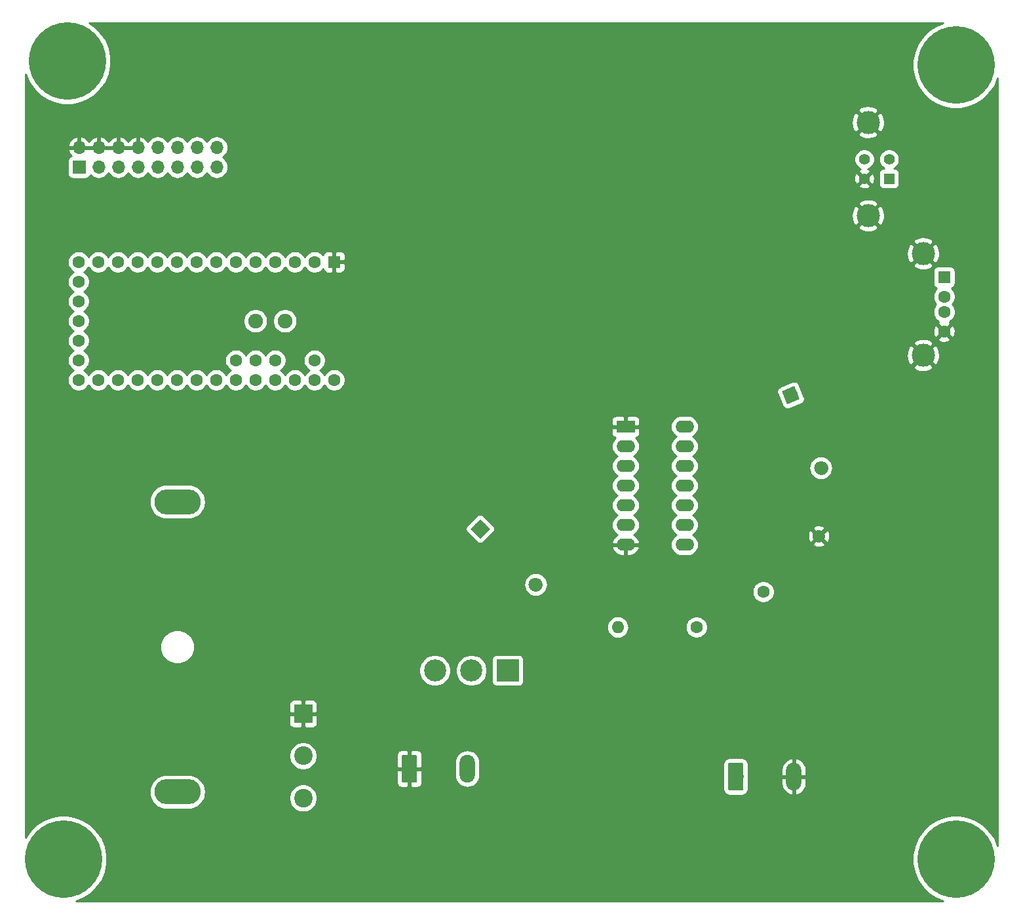
<source format=gbr>
G04 #@! TF.GenerationSoftware,KiCad,Pcbnew,(5.1.4)-1*
G04 #@! TF.CreationDate,2021-10-19T21:09:15-04:00*
G04 #@! TF.ProjectId,RB_switch_pcb_REV2,52425f73-7769-4746-9368-5f7063625f52,rev?*
G04 #@! TF.SameCoordinates,Original*
G04 #@! TF.FileFunction,Copper,L2,Bot*
G04 #@! TF.FilePolarity,Positive*
%FSLAX46Y46*%
G04 Gerber Fmt 4.6, Leading zero omitted, Abs format (unit mm)*
G04 Created by KiCad (PCBNEW (5.1.4)-1) date 2021-10-19 21:09:15*
%MOMM*%
%LPD*%
G04 APERTURE LIST*
%ADD10C,10.000000*%
%ADD11C,1.600000*%
%ADD12R,1.600000X1.600000*%
%ADD13C,3.000000*%
%ADD14O,2.400000X1.600000*%
%ADD15R,2.400000X1.600000*%
%ADD16C,1.900000*%
%ADD17C,2.850000*%
%ADD18R,2.850000X2.850000*%
%ADD19C,1.600000*%
%ADD20O,1.600000X1.600000*%
%ADD21C,2.400000*%
%ADD22R,2.400000X2.400000*%
%ADD23O,2.000000X3.600000*%
%ADD24C,0.100000*%
%ADD25C,2.000000*%
%ADD26O,1.700000X1.700000*%
%ADD27R,1.700000X1.700000*%
%ADD28C,1.400000*%
%ADD29R,1.400000X1.400000*%
%ADD30O,6.000000X3.250000*%
%ADD31C,1.800000*%
%ADD32C,1.800000*%
%ADD33C,0.254000*%
G04 APERTURE END LIST*
D10*
X78232000Y-42672000D03*
X77724000Y-145796000D03*
X193040000Y-145796000D03*
X193040000Y-43180000D03*
D11*
X191516000Y-77612000D03*
X191516000Y-75112000D03*
X191516000Y-73112000D03*
D12*
X191516000Y-70612000D03*
D13*
X188806000Y-67542000D03*
X188806000Y-80682000D03*
D14*
X157988000Y-89916000D03*
X150368000Y-105156000D03*
X157988000Y-92456000D03*
X150368000Y-102616000D03*
X157988000Y-94996000D03*
X150368000Y-100076000D03*
X157988000Y-97536000D03*
X150368000Y-97536000D03*
X157988000Y-100076000D03*
X150368000Y-94996000D03*
X157988000Y-102616000D03*
X150368000Y-92456000D03*
X157988000Y-105156000D03*
D15*
X150368000Y-89916000D03*
D16*
X106356892Y-76255437D03*
X102546892Y-76255437D03*
D12*
X112706892Y-68635437D03*
D11*
X110166892Y-68635437D03*
X107626892Y-68635437D03*
X105086892Y-68635437D03*
X102546892Y-68635437D03*
X100006892Y-68635437D03*
X97466892Y-68635437D03*
X94926892Y-68635437D03*
X92386892Y-68635437D03*
X89846892Y-68635437D03*
X87306892Y-68635437D03*
X84766892Y-68635437D03*
X82226892Y-68635437D03*
X100006892Y-81335437D03*
X102546892Y-81335437D03*
X105086892Y-81335437D03*
X110166892Y-81335437D03*
X112706892Y-83875437D03*
X110166892Y-83875437D03*
X107626892Y-83875437D03*
X105086892Y-83875437D03*
X102546892Y-83875437D03*
X100006892Y-83875437D03*
X97466892Y-83875437D03*
X94926892Y-83875437D03*
X92386892Y-83875437D03*
X89846892Y-83875437D03*
X87306892Y-83875437D03*
X84766892Y-83875437D03*
X82226892Y-83875437D03*
X79686892Y-68635437D03*
X79686892Y-71175437D03*
X79686892Y-73715437D03*
X79686892Y-83875437D03*
X79686892Y-81335437D03*
X79686892Y-78795437D03*
X79686892Y-76255437D03*
D17*
X125728000Y-121412000D03*
X130428000Y-121412000D03*
D18*
X135128000Y-121412000D03*
D11*
X175332205Y-104067795D03*
D19*
X175332205Y-104067795D02*
X175332205Y-104067795D01*
D11*
X168148000Y-111252000D03*
D20*
X149352000Y-115824000D03*
D11*
X159512000Y-115824000D03*
D21*
X108712000Y-137900000D03*
X108712000Y-132450000D03*
D22*
X108712000Y-127000000D03*
D23*
X129928000Y-134112000D03*
D24*
G36*
X123202504Y-132313204D02*
G01*
X123226773Y-132316804D01*
X123250571Y-132322765D01*
X123273671Y-132331030D01*
X123295849Y-132341520D01*
X123316893Y-132354133D01*
X123336598Y-132368747D01*
X123354777Y-132385223D01*
X123371253Y-132403402D01*
X123385867Y-132423107D01*
X123398480Y-132444151D01*
X123408970Y-132466329D01*
X123417235Y-132489429D01*
X123423196Y-132513227D01*
X123426796Y-132537496D01*
X123428000Y-132562000D01*
X123428000Y-135662000D01*
X123426796Y-135686504D01*
X123423196Y-135710773D01*
X123417235Y-135734571D01*
X123408970Y-135757671D01*
X123398480Y-135779849D01*
X123385867Y-135800893D01*
X123371253Y-135820598D01*
X123354777Y-135838777D01*
X123336598Y-135855253D01*
X123316893Y-135869867D01*
X123295849Y-135882480D01*
X123273671Y-135892970D01*
X123250571Y-135901235D01*
X123226773Y-135907196D01*
X123202504Y-135910796D01*
X123178000Y-135912000D01*
X121678000Y-135912000D01*
X121653496Y-135910796D01*
X121629227Y-135907196D01*
X121605429Y-135901235D01*
X121582329Y-135892970D01*
X121560151Y-135882480D01*
X121539107Y-135869867D01*
X121519402Y-135855253D01*
X121501223Y-135838777D01*
X121484747Y-135820598D01*
X121470133Y-135800893D01*
X121457520Y-135779849D01*
X121447030Y-135757671D01*
X121438765Y-135734571D01*
X121432804Y-135710773D01*
X121429204Y-135686504D01*
X121428000Y-135662000D01*
X121428000Y-132562000D01*
X121429204Y-132537496D01*
X121432804Y-132513227D01*
X121438765Y-132489429D01*
X121447030Y-132466329D01*
X121457520Y-132444151D01*
X121470133Y-132423107D01*
X121484747Y-132403402D01*
X121501223Y-132385223D01*
X121519402Y-132368747D01*
X121539107Y-132354133D01*
X121560151Y-132341520D01*
X121582329Y-132331030D01*
X121605429Y-132322765D01*
X121629227Y-132316804D01*
X121653496Y-132313204D01*
X121678000Y-132312000D01*
X123178000Y-132312000D01*
X123202504Y-132313204D01*
X123202504Y-132313204D01*
G37*
D25*
X122428000Y-134112000D03*
D23*
X172092000Y-135128000D03*
D24*
G36*
X165366504Y-133329204D02*
G01*
X165390773Y-133332804D01*
X165414571Y-133338765D01*
X165437671Y-133347030D01*
X165459849Y-133357520D01*
X165480893Y-133370133D01*
X165500598Y-133384747D01*
X165518777Y-133401223D01*
X165535253Y-133419402D01*
X165549867Y-133439107D01*
X165562480Y-133460151D01*
X165572970Y-133482329D01*
X165581235Y-133505429D01*
X165587196Y-133529227D01*
X165590796Y-133553496D01*
X165592000Y-133578000D01*
X165592000Y-136678000D01*
X165590796Y-136702504D01*
X165587196Y-136726773D01*
X165581235Y-136750571D01*
X165572970Y-136773671D01*
X165562480Y-136795849D01*
X165549867Y-136816893D01*
X165535253Y-136836598D01*
X165518777Y-136854777D01*
X165500598Y-136871253D01*
X165480893Y-136885867D01*
X165459849Y-136898480D01*
X165437671Y-136908970D01*
X165414571Y-136917235D01*
X165390773Y-136923196D01*
X165366504Y-136926796D01*
X165342000Y-136928000D01*
X163842000Y-136928000D01*
X163817496Y-136926796D01*
X163793227Y-136923196D01*
X163769429Y-136917235D01*
X163746329Y-136908970D01*
X163724151Y-136898480D01*
X163703107Y-136885867D01*
X163683402Y-136871253D01*
X163665223Y-136854777D01*
X163648747Y-136836598D01*
X163634133Y-136816893D01*
X163621520Y-136795849D01*
X163611030Y-136773671D01*
X163602765Y-136750571D01*
X163596804Y-136726773D01*
X163593204Y-136702504D01*
X163592000Y-136678000D01*
X163592000Y-133578000D01*
X163593204Y-133553496D01*
X163596804Y-133529227D01*
X163602765Y-133505429D01*
X163611030Y-133482329D01*
X163621520Y-133460151D01*
X163634133Y-133439107D01*
X163648747Y-133419402D01*
X163665223Y-133401223D01*
X163683402Y-133384747D01*
X163703107Y-133370133D01*
X163724151Y-133357520D01*
X163746329Y-133347030D01*
X163769429Y-133338765D01*
X163793227Y-133332804D01*
X163817496Y-133329204D01*
X163842000Y-133328000D01*
X165342000Y-133328000D01*
X165366504Y-133329204D01*
X165366504Y-133329204D01*
G37*
D25*
X164592000Y-135128000D03*
D26*
X97536000Y-53848000D03*
X97536000Y-56388000D03*
X94996000Y-53848000D03*
X94996000Y-56388000D03*
X92456000Y-53848000D03*
X92456000Y-56388000D03*
X89916000Y-53848000D03*
X89916000Y-56388000D03*
X87376000Y-53848000D03*
X87376000Y-56388000D03*
X84836000Y-53848000D03*
X84836000Y-56388000D03*
X82296000Y-53848000D03*
X82296000Y-56388000D03*
X79756000Y-53848000D03*
D27*
X79756000Y-56388000D03*
D28*
X184404000Y-55372000D03*
D13*
X181694000Y-50602000D03*
D29*
X184404000Y-57872000D03*
D28*
X181204000Y-55372000D03*
X181204000Y-57872000D03*
D13*
X181694000Y-62642000D03*
D30*
X92456000Y-99614000D03*
X92456000Y-137114000D03*
D31*
X175592064Y-95238616D03*
D32*
X175592064Y-95238616D02*
X175592064Y-95238616D01*
D31*
X171704000Y-85852000D03*
D24*
G36*
X170528093Y-85364924D02*
G01*
X172191076Y-84676093D01*
X172879907Y-86339076D01*
X171216924Y-87027907D01*
X170528093Y-85364924D01*
X170528093Y-85364924D01*
G37*
D31*
X138756205Y-110308205D03*
D32*
X138756205Y-110308205D02*
X138756205Y-110308205D01*
D31*
X131572000Y-103124000D03*
D24*
G36*
X130299208Y-103124000D02*
G01*
X131572000Y-101851208D01*
X132844792Y-103124000D01*
X131572000Y-104396792D01*
X130299208Y-103124000D01*
X130299208Y-103124000D01*
G37*
D33*
G36*
X190370827Y-38186328D02*
G01*
X189447897Y-38803010D01*
X188663010Y-39587897D01*
X188046328Y-40510827D01*
X187621550Y-41536331D01*
X187405000Y-42625001D01*
X187405000Y-43734999D01*
X187621550Y-44823669D01*
X188046328Y-45849173D01*
X188663010Y-46772103D01*
X189447897Y-47556990D01*
X190370827Y-48173672D01*
X191396331Y-48598450D01*
X192485001Y-48815000D01*
X193594999Y-48815000D01*
X194683669Y-48598450D01*
X195709173Y-48173672D01*
X196632103Y-47556990D01*
X197416990Y-46772103D01*
X198033672Y-45849173D01*
X198451000Y-44841655D01*
X198451001Y-144134347D01*
X198033672Y-143126827D01*
X197416990Y-142203897D01*
X196632103Y-141419010D01*
X195709173Y-140802328D01*
X194683669Y-140377550D01*
X193594999Y-140161000D01*
X192485001Y-140161000D01*
X191396331Y-140377550D01*
X190370827Y-140802328D01*
X189447897Y-141419010D01*
X188663010Y-142203897D01*
X188046328Y-143126827D01*
X187621550Y-144152331D01*
X187405000Y-145241001D01*
X187405000Y-146350999D01*
X187621550Y-147439669D01*
X188046328Y-148465173D01*
X188663010Y-149388103D01*
X189447897Y-150172990D01*
X190370827Y-150789672D01*
X191378345Y-151207000D01*
X79385655Y-151207000D01*
X80393173Y-150789672D01*
X81316103Y-150172990D01*
X82100990Y-149388103D01*
X82717672Y-148465173D01*
X83142450Y-147439669D01*
X83359000Y-146350999D01*
X83359000Y-145241001D01*
X83142450Y-144152331D01*
X82717672Y-143126827D01*
X82100990Y-142203897D01*
X81316103Y-141419010D01*
X80393173Y-140802328D01*
X79367669Y-140377550D01*
X78278999Y-140161000D01*
X77169001Y-140161000D01*
X76080331Y-140377550D01*
X75054827Y-140802328D01*
X74131897Y-141419010D01*
X73347010Y-142203897D01*
X72821000Y-142991127D01*
X72821000Y-137114000D01*
X88810065Y-137114000D01*
X88853700Y-137557037D01*
X88982930Y-137983049D01*
X89192787Y-138375664D01*
X89475206Y-138719794D01*
X89819336Y-139002213D01*
X90211951Y-139212070D01*
X90637963Y-139341300D01*
X90969974Y-139374000D01*
X93942026Y-139374000D01*
X94274037Y-139341300D01*
X94700049Y-139212070D01*
X95092664Y-139002213D01*
X95436794Y-138719794D01*
X95719213Y-138375664D01*
X95929070Y-137983049D01*
X96009087Y-137719268D01*
X106877000Y-137719268D01*
X106877000Y-138080732D01*
X106947518Y-138435250D01*
X107085844Y-138769199D01*
X107286662Y-139069744D01*
X107542256Y-139325338D01*
X107842801Y-139526156D01*
X108176750Y-139664482D01*
X108531268Y-139735000D01*
X108892732Y-139735000D01*
X109247250Y-139664482D01*
X109581199Y-139526156D01*
X109881744Y-139325338D01*
X110137338Y-139069744D01*
X110338156Y-138769199D01*
X110476482Y-138435250D01*
X110547000Y-138080732D01*
X110547000Y-137719268D01*
X110476482Y-137364750D01*
X110338156Y-137030801D01*
X110137338Y-136730256D01*
X109881744Y-136474662D01*
X109581199Y-136273844D01*
X109247250Y-136135518D01*
X108892732Y-136065000D01*
X108531268Y-136065000D01*
X108176750Y-136135518D01*
X107842801Y-136273844D01*
X107542256Y-136474662D01*
X107286662Y-136730256D01*
X107085844Y-137030801D01*
X106947518Y-137364750D01*
X106877000Y-137719268D01*
X96009087Y-137719268D01*
X96058300Y-137557037D01*
X96101935Y-137114000D01*
X96058300Y-136670963D01*
X95929070Y-136244951D01*
X95751105Y-135912000D01*
X120789928Y-135912000D01*
X120802188Y-136036482D01*
X120838498Y-136156180D01*
X120897463Y-136266494D01*
X120976815Y-136363185D01*
X121073506Y-136442537D01*
X121183820Y-136501502D01*
X121303518Y-136537812D01*
X121428000Y-136550072D01*
X122142250Y-136547000D01*
X122301000Y-136388250D01*
X122301000Y-134239000D01*
X122555000Y-134239000D01*
X122555000Y-136388250D01*
X122713750Y-136547000D01*
X123428000Y-136550072D01*
X123552482Y-136537812D01*
X123672180Y-136501502D01*
X123782494Y-136442537D01*
X123879185Y-136363185D01*
X123958537Y-136266494D01*
X124017502Y-136156180D01*
X124053812Y-136036482D01*
X124066072Y-135912000D01*
X124063000Y-134397750D01*
X123904250Y-134239000D01*
X122555000Y-134239000D01*
X122301000Y-134239000D01*
X120951750Y-134239000D01*
X120793000Y-134397750D01*
X120789928Y-135912000D01*
X95751105Y-135912000D01*
X95719213Y-135852336D01*
X95436794Y-135508206D01*
X95092664Y-135225787D01*
X94700049Y-135015930D01*
X94274037Y-134886700D01*
X93942026Y-134854000D01*
X90969974Y-134854000D01*
X90637963Y-134886700D01*
X90211951Y-135015930D01*
X89819336Y-135225787D01*
X89475206Y-135508206D01*
X89192787Y-135852336D01*
X88982930Y-136244951D01*
X88853700Y-136670963D01*
X88810065Y-137114000D01*
X72821000Y-137114000D01*
X72821000Y-132269268D01*
X106877000Y-132269268D01*
X106877000Y-132630732D01*
X106947518Y-132985250D01*
X107085844Y-133319199D01*
X107286662Y-133619744D01*
X107542256Y-133875338D01*
X107842801Y-134076156D01*
X108176750Y-134214482D01*
X108531268Y-134285000D01*
X108892732Y-134285000D01*
X109247250Y-134214482D01*
X109581199Y-134076156D01*
X109881744Y-133875338D01*
X110137338Y-133619744D01*
X110338156Y-133319199D01*
X110476482Y-132985250D01*
X110547000Y-132630732D01*
X110547000Y-132312000D01*
X120789928Y-132312000D01*
X120793000Y-133826250D01*
X120951750Y-133985000D01*
X122301000Y-133985000D01*
X122301000Y-131835750D01*
X122555000Y-131835750D01*
X122555000Y-133985000D01*
X123904250Y-133985000D01*
X124063000Y-133826250D01*
X124064206Y-133231679D01*
X128293000Y-133231679D01*
X128293000Y-134992322D01*
X128316658Y-135232516D01*
X128410149Y-135540715D01*
X128561970Y-135824752D01*
X128766287Y-136073714D01*
X129015249Y-136278031D01*
X129299286Y-136429852D01*
X129607485Y-136523343D01*
X129928000Y-136554911D01*
X130248516Y-136523343D01*
X130556715Y-136429852D01*
X130840752Y-136278031D01*
X131089714Y-136073714D01*
X131294031Y-135824752D01*
X131445852Y-135540715D01*
X131539343Y-135232516D01*
X131563000Y-134992322D01*
X131563000Y-133578000D01*
X162953928Y-133578000D01*
X162953928Y-136678000D01*
X162970992Y-136851254D01*
X163021528Y-137017850D01*
X163103595Y-137171386D01*
X163214038Y-137305962D01*
X163348614Y-137416405D01*
X163502150Y-137498472D01*
X163668746Y-137549008D01*
X163842000Y-137566072D01*
X165342000Y-137566072D01*
X165515254Y-137549008D01*
X165681850Y-137498472D01*
X165835386Y-137416405D01*
X165969962Y-137305962D01*
X166080405Y-137171386D01*
X166162472Y-137017850D01*
X166213008Y-136851254D01*
X166230072Y-136678000D01*
X166230072Y-135255000D01*
X170457000Y-135255000D01*
X170457000Y-136055000D01*
X170513193Y-136371532D01*
X170630058Y-136671020D01*
X170803105Y-136941954D01*
X171025683Y-137173922D01*
X171289239Y-137358010D01*
X171583645Y-137487144D01*
X171711566Y-137518124D01*
X171965000Y-137398777D01*
X171965000Y-135255000D01*
X172219000Y-135255000D01*
X172219000Y-137398777D01*
X172472434Y-137518124D01*
X172600355Y-137487144D01*
X172894761Y-137358010D01*
X173158317Y-137173922D01*
X173380895Y-136941954D01*
X173553942Y-136671020D01*
X173670807Y-136371532D01*
X173727000Y-136055000D01*
X173727000Y-135255000D01*
X172219000Y-135255000D01*
X171965000Y-135255000D01*
X170457000Y-135255000D01*
X166230072Y-135255000D01*
X166230072Y-134201000D01*
X170457000Y-134201000D01*
X170457000Y-135001000D01*
X171965000Y-135001000D01*
X171965000Y-132857223D01*
X172219000Y-132857223D01*
X172219000Y-135001000D01*
X173727000Y-135001000D01*
X173727000Y-134201000D01*
X173670807Y-133884468D01*
X173553942Y-133584980D01*
X173380895Y-133314046D01*
X173158317Y-133082078D01*
X172894761Y-132897990D01*
X172600355Y-132768856D01*
X172472434Y-132737876D01*
X172219000Y-132857223D01*
X171965000Y-132857223D01*
X171711566Y-132737876D01*
X171583645Y-132768856D01*
X171289239Y-132897990D01*
X171025683Y-133082078D01*
X170803105Y-133314046D01*
X170630058Y-133584980D01*
X170513193Y-133884468D01*
X170457000Y-134201000D01*
X166230072Y-134201000D01*
X166230072Y-133578000D01*
X166213008Y-133404746D01*
X166162472Y-133238150D01*
X166080405Y-133084614D01*
X165969962Y-132950038D01*
X165835386Y-132839595D01*
X165681850Y-132757528D01*
X165515254Y-132706992D01*
X165342000Y-132689928D01*
X163842000Y-132689928D01*
X163668746Y-132706992D01*
X163502150Y-132757528D01*
X163348614Y-132839595D01*
X163214038Y-132950038D01*
X163103595Y-133084614D01*
X163021528Y-133238150D01*
X162970992Y-133404746D01*
X162953928Y-133578000D01*
X131563000Y-133578000D01*
X131563000Y-133231678D01*
X131539343Y-132991484D01*
X131445852Y-132683285D01*
X131294031Y-132399248D01*
X131089714Y-132150286D01*
X130840751Y-131945969D01*
X130556714Y-131794148D01*
X130248515Y-131700657D01*
X129928000Y-131669089D01*
X129607484Y-131700657D01*
X129299285Y-131794148D01*
X129015248Y-131945969D01*
X128766286Y-132150286D01*
X128561969Y-132399249D01*
X128410148Y-132683286D01*
X128316657Y-132991485D01*
X128293000Y-133231679D01*
X124064206Y-133231679D01*
X124066072Y-132312000D01*
X124053812Y-132187518D01*
X124017502Y-132067820D01*
X123958537Y-131957506D01*
X123879185Y-131860815D01*
X123782494Y-131781463D01*
X123672180Y-131722498D01*
X123552482Y-131686188D01*
X123428000Y-131673928D01*
X122713750Y-131677000D01*
X122555000Y-131835750D01*
X122301000Y-131835750D01*
X122142250Y-131677000D01*
X121428000Y-131673928D01*
X121303518Y-131686188D01*
X121183820Y-131722498D01*
X121073506Y-131781463D01*
X120976815Y-131860815D01*
X120897463Y-131957506D01*
X120838498Y-132067820D01*
X120802188Y-132187518D01*
X120789928Y-132312000D01*
X110547000Y-132312000D01*
X110547000Y-132269268D01*
X110476482Y-131914750D01*
X110338156Y-131580801D01*
X110137338Y-131280256D01*
X109881744Y-131024662D01*
X109581199Y-130823844D01*
X109247250Y-130685518D01*
X108892732Y-130615000D01*
X108531268Y-130615000D01*
X108176750Y-130685518D01*
X107842801Y-130823844D01*
X107542256Y-131024662D01*
X107286662Y-131280256D01*
X107085844Y-131580801D01*
X106947518Y-131914750D01*
X106877000Y-132269268D01*
X72821000Y-132269268D01*
X72821000Y-128200000D01*
X106873928Y-128200000D01*
X106886188Y-128324482D01*
X106922498Y-128444180D01*
X106981463Y-128554494D01*
X107060815Y-128651185D01*
X107157506Y-128730537D01*
X107267820Y-128789502D01*
X107387518Y-128825812D01*
X107512000Y-128838072D01*
X108426250Y-128835000D01*
X108585000Y-128676250D01*
X108585000Y-127127000D01*
X108839000Y-127127000D01*
X108839000Y-128676250D01*
X108997750Y-128835000D01*
X109912000Y-128838072D01*
X110036482Y-128825812D01*
X110156180Y-128789502D01*
X110266494Y-128730537D01*
X110363185Y-128651185D01*
X110442537Y-128554494D01*
X110501502Y-128444180D01*
X110537812Y-128324482D01*
X110550072Y-128200000D01*
X110547000Y-127285750D01*
X110388250Y-127127000D01*
X108839000Y-127127000D01*
X108585000Y-127127000D01*
X107035750Y-127127000D01*
X106877000Y-127285750D01*
X106873928Y-128200000D01*
X72821000Y-128200000D01*
X72821000Y-125800000D01*
X106873928Y-125800000D01*
X106877000Y-126714250D01*
X107035750Y-126873000D01*
X108585000Y-126873000D01*
X108585000Y-125323750D01*
X108839000Y-125323750D01*
X108839000Y-126873000D01*
X110388250Y-126873000D01*
X110547000Y-126714250D01*
X110550072Y-125800000D01*
X110537812Y-125675518D01*
X110501502Y-125555820D01*
X110442537Y-125445506D01*
X110363185Y-125348815D01*
X110266494Y-125269463D01*
X110156180Y-125210498D01*
X110036482Y-125174188D01*
X109912000Y-125161928D01*
X108997750Y-125165000D01*
X108839000Y-125323750D01*
X108585000Y-125323750D01*
X108426250Y-125165000D01*
X107512000Y-125161928D01*
X107387518Y-125174188D01*
X107267820Y-125210498D01*
X107157506Y-125269463D01*
X107060815Y-125348815D01*
X106981463Y-125445506D01*
X106922498Y-125555820D01*
X106886188Y-125675518D01*
X106873928Y-125800000D01*
X72821000Y-125800000D01*
X72821000Y-121209108D01*
X123668000Y-121209108D01*
X123668000Y-121614892D01*
X123747165Y-122012880D01*
X123902452Y-122387776D01*
X124127894Y-122725173D01*
X124414827Y-123012106D01*
X124752224Y-123237548D01*
X125127120Y-123392835D01*
X125525108Y-123472000D01*
X125930892Y-123472000D01*
X126328880Y-123392835D01*
X126703776Y-123237548D01*
X127041173Y-123012106D01*
X127328106Y-122725173D01*
X127553548Y-122387776D01*
X127708835Y-122012880D01*
X127788000Y-121614892D01*
X127788000Y-121209108D01*
X128368000Y-121209108D01*
X128368000Y-121614892D01*
X128447165Y-122012880D01*
X128602452Y-122387776D01*
X128827894Y-122725173D01*
X129114827Y-123012106D01*
X129452224Y-123237548D01*
X129827120Y-123392835D01*
X130225108Y-123472000D01*
X130630892Y-123472000D01*
X131028880Y-123392835D01*
X131403776Y-123237548D01*
X131741173Y-123012106D01*
X132028106Y-122725173D01*
X132253548Y-122387776D01*
X132408835Y-122012880D01*
X132488000Y-121614892D01*
X132488000Y-121209108D01*
X132408835Y-120811120D01*
X132253548Y-120436224D01*
X132028106Y-120098827D01*
X131916279Y-119987000D01*
X133064928Y-119987000D01*
X133064928Y-122837000D01*
X133077188Y-122961482D01*
X133113498Y-123081180D01*
X133172463Y-123191494D01*
X133251815Y-123288185D01*
X133348506Y-123367537D01*
X133458820Y-123426502D01*
X133578518Y-123462812D01*
X133703000Y-123475072D01*
X136553000Y-123475072D01*
X136677482Y-123462812D01*
X136797180Y-123426502D01*
X136907494Y-123367537D01*
X137004185Y-123288185D01*
X137083537Y-123191494D01*
X137142502Y-123081180D01*
X137178812Y-122961482D01*
X137191072Y-122837000D01*
X137191072Y-119987000D01*
X137178812Y-119862518D01*
X137142502Y-119742820D01*
X137083537Y-119632506D01*
X137004185Y-119535815D01*
X136907494Y-119456463D01*
X136797180Y-119397498D01*
X136677482Y-119361188D01*
X136553000Y-119348928D01*
X133703000Y-119348928D01*
X133578518Y-119361188D01*
X133458820Y-119397498D01*
X133348506Y-119456463D01*
X133251815Y-119535815D01*
X133172463Y-119632506D01*
X133113498Y-119742820D01*
X133077188Y-119862518D01*
X133064928Y-119987000D01*
X131916279Y-119987000D01*
X131741173Y-119811894D01*
X131403776Y-119586452D01*
X131028880Y-119431165D01*
X130630892Y-119352000D01*
X130225108Y-119352000D01*
X129827120Y-119431165D01*
X129452224Y-119586452D01*
X129114827Y-119811894D01*
X128827894Y-120098827D01*
X128602452Y-120436224D01*
X128447165Y-120811120D01*
X128368000Y-121209108D01*
X127788000Y-121209108D01*
X127708835Y-120811120D01*
X127553548Y-120436224D01*
X127328106Y-120098827D01*
X127041173Y-119811894D01*
X126703776Y-119586452D01*
X126328880Y-119431165D01*
X125930892Y-119352000D01*
X125525108Y-119352000D01*
X125127120Y-119431165D01*
X124752224Y-119586452D01*
X124414827Y-119811894D01*
X124127894Y-120098827D01*
X123902452Y-120436224D01*
X123747165Y-120811120D01*
X123668000Y-121209108D01*
X72821000Y-121209108D01*
X72821000Y-118143872D01*
X90221000Y-118143872D01*
X90221000Y-118584128D01*
X90306890Y-119015925D01*
X90475369Y-119422669D01*
X90719962Y-119788729D01*
X91031271Y-120100038D01*
X91397331Y-120344631D01*
X91804075Y-120513110D01*
X92235872Y-120599000D01*
X92676128Y-120599000D01*
X93107925Y-120513110D01*
X93514669Y-120344631D01*
X93880729Y-120100038D01*
X94192038Y-119788729D01*
X94436631Y-119422669D01*
X94605110Y-119015925D01*
X94691000Y-118584128D01*
X94691000Y-118143872D01*
X94605110Y-117712075D01*
X94436631Y-117305331D01*
X94192038Y-116939271D01*
X93880729Y-116627962D01*
X93514669Y-116383369D01*
X93107925Y-116214890D01*
X92676128Y-116129000D01*
X92235872Y-116129000D01*
X91804075Y-116214890D01*
X91397331Y-116383369D01*
X91031271Y-116627962D01*
X90719962Y-116939271D01*
X90475369Y-117305331D01*
X90306890Y-117712075D01*
X90221000Y-118143872D01*
X72821000Y-118143872D01*
X72821000Y-115824000D01*
X147910057Y-115824000D01*
X147937764Y-116105309D01*
X148019818Y-116375808D01*
X148153068Y-116625101D01*
X148332392Y-116843608D01*
X148550899Y-117022932D01*
X148800192Y-117156182D01*
X149070691Y-117238236D01*
X149281508Y-117259000D01*
X149422492Y-117259000D01*
X149633309Y-117238236D01*
X149903808Y-117156182D01*
X150153101Y-117022932D01*
X150371608Y-116843608D01*
X150550932Y-116625101D01*
X150684182Y-116375808D01*
X150766236Y-116105309D01*
X150793943Y-115824000D01*
X150780023Y-115682665D01*
X158077000Y-115682665D01*
X158077000Y-115965335D01*
X158132147Y-116242574D01*
X158240320Y-116503727D01*
X158397363Y-116738759D01*
X158597241Y-116938637D01*
X158832273Y-117095680D01*
X159093426Y-117203853D01*
X159370665Y-117259000D01*
X159653335Y-117259000D01*
X159930574Y-117203853D01*
X160191727Y-117095680D01*
X160426759Y-116938637D01*
X160626637Y-116738759D01*
X160783680Y-116503727D01*
X160891853Y-116242574D01*
X160947000Y-115965335D01*
X160947000Y-115682665D01*
X160891853Y-115405426D01*
X160783680Y-115144273D01*
X160626637Y-114909241D01*
X160426759Y-114709363D01*
X160191727Y-114552320D01*
X159930574Y-114444147D01*
X159653335Y-114389000D01*
X159370665Y-114389000D01*
X159093426Y-114444147D01*
X158832273Y-114552320D01*
X158597241Y-114709363D01*
X158397363Y-114909241D01*
X158240320Y-115144273D01*
X158132147Y-115405426D01*
X158077000Y-115682665D01*
X150780023Y-115682665D01*
X150766236Y-115542691D01*
X150684182Y-115272192D01*
X150550932Y-115022899D01*
X150371608Y-114804392D01*
X150153101Y-114625068D01*
X149903808Y-114491818D01*
X149633309Y-114409764D01*
X149422492Y-114389000D01*
X149281508Y-114389000D01*
X149070691Y-114409764D01*
X148800192Y-114491818D01*
X148550899Y-114625068D01*
X148332392Y-114804392D01*
X148153068Y-115022899D01*
X148019818Y-115272192D01*
X147937764Y-115542691D01*
X147910057Y-115824000D01*
X72821000Y-115824000D01*
X72821000Y-110308205D01*
X137213778Y-110308205D01*
X137243415Y-110609118D01*
X137331188Y-110898466D01*
X137473724Y-111165132D01*
X137665544Y-111398866D01*
X137899278Y-111590686D01*
X138165944Y-111733222D01*
X138455292Y-111820995D01*
X138680797Y-111843205D01*
X138831613Y-111843205D01*
X139057118Y-111820995D01*
X139346466Y-111733222D01*
X139613132Y-111590686D01*
X139846866Y-111398866D01*
X140038686Y-111165132D01*
X140067799Y-111110665D01*
X166713000Y-111110665D01*
X166713000Y-111393335D01*
X166768147Y-111670574D01*
X166876320Y-111931727D01*
X167033363Y-112166759D01*
X167233241Y-112366637D01*
X167468273Y-112523680D01*
X167729426Y-112631853D01*
X168006665Y-112687000D01*
X168289335Y-112687000D01*
X168566574Y-112631853D01*
X168827727Y-112523680D01*
X169062759Y-112366637D01*
X169262637Y-112166759D01*
X169419680Y-111931727D01*
X169527853Y-111670574D01*
X169583000Y-111393335D01*
X169583000Y-111110665D01*
X169527853Y-110833426D01*
X169419680Y-110572273D01*
X169262637Y-110337241D01*
X169062759Y-110137363D01*
X168827727Y-109980320D01*
X168566574Y-109872147D01*
X168289335Y-109817000D01*
X168006665Y-109817000D01*
X167729426Y-109872147D01*
X167468273Y-109980320D01*
X167233241Y-110137363D01*
X167033363Y-110337241D01*
X166876320Y-110572273D01*
X166768147Y-110833426D01*
X166713000Y-111110665D01*
X140067799Y-111110665D01*
X140181222Y-110898466D01*
X140268995Y-110609118D01*
X140298632Y-110308205D01*
X140268995Y-110007292D01*
X140181222Y-109717944D01*
X140038686Y-109451278D01*
X139846866Y-109217544D01*
X139613132Y-109025724D01*
X139346466Y-108883188D01*
X139057118Y-108795415D01*
X138831613Y-108773205D01*
X138680797Y-108773205D01*
X138455292Y-108795415D01*
X138165944Y-108883188D01*
X137899278Y-109025724D01*
X137665544Y-109217544D01*
X137473724Y-109451278D01*
X137331188Y-109717944D01*
X137243415Y-110007292D01*
X137213778Y-110308205D01*
X72821000Y-110308205D01*
X72821000Y-105505039D01*
X148576096Y-105505039D01*
X148593633Y-105587818D01*
X148704285Y-105847646D01*
X148863500Y-106080895D01*
X149065161Y-106278601D01*
X149301517Y-106433166D01*
X149563486Y-106538650D01*
X149841000Y-106591000D01*
X150241000Y-106591000D01*
X150241000Y-105283000D01*
X150495000Y-105283000D01*
X150495000Y-106591000D01*
X150895000Y-106591000D01*
X151172514Y-106538650D01*
X151434483Y-106433166D01*
X151670839Y-106278601D01*
X151872500Y-106080895D01*
X152031715Y-105847646D01*
X152142367Y-105587818D01*
X152159904Y-105505039D01*
X152037915Y-105283000D01*
X150495000Y-105283000D01*
X150241000Y-105283000D01*
X148698085Y-105283000D01*
X148576096Y-105505039D01*
X72821000Y-105505039D01*
X72821000Y-103124000D01*
X129661136Y-103124000D01*
X129673396Y-103248482D01*
X129709706Y-103368180D01*
X129768671Y-103478494D01*
X129848023Y-103575185D01*
X131120815Y-104847977D01*
X131217506Y-104927329D01*
X131327820Y-104986294D01*
X131447518Y-105022604D01*
X131572000Y-105034864D01*
X131696482Y-105022604D01*
X131816180Y-104986294D01*
X131926494Y-104927329D01*
X132023185Y-104847977D01*
X133295977Y-103575185D01*
X133375329Y-103478494D01*
X133434294Y-103368180D01*
X133470604Y-103248482D01*
X133482864Y-103124000D01*
X133470604Y-102999518D01*
X133434294Y-102879820D01*
X133375329Y-102769506D01*
X133295977Y-102672815D01*
X132023185Y-101400023D01*
X131926494Y-101320671D01*
X131816180Y-101261706D01*
X131696482Y-101225396D01*
X131572000Y-101213136D01*
X131447518Y-101225396D01*
X131327820Y-101261706D01*
X131217506Y-101320671D01*
X131120815Y-101400023D01*
X129848023Y-102672815D01*
X129768671Y-102769506D01*
X129709706Y-102879820D01*
X129673396Y-102999518D01*
X129661136Y-103124000D01*
X72821000Y-103124000D01*
X72821000Y-99614000D01*
X88810065Y-99614000D01*
X88853700Y-100057037D01*
X88982930Y-100483049D01*
X89192787Y-100875664D01*
X89475206Y-101219794D01*
X89819336Y-101502213D01*
X90211951Y-101712070D01*
X90637963Y-101841300D01*
X90969974Y-101874000D01*
X93942026Y-101874000D01*
X94274037Y-101841300D01*
X94700049Y-101712070D01*
X95092664Y-101502213D01*
X95436794Y-101219794D01*
X95719213Y-100875664D01*
X95929070Y-100483049D01*
X96058300Y-100057037D01*
X96101935Y-99614000D01*
X96058300Y-99170963D01*
X95929070Y-98744951D01*
X95719213Y-98352336D01*
X95436794Y-98008206D01*
X95092664Y-97725787D01*
X94700049Y-97515930D01*
X94274037Y-97386700D01*
X93942026Y-97354000D01*
X90969974Y-97354000D01*
X90637963Y-97386700D01*
X90211951Y-97515930D01*
X89819336Y-97725787D01*
X89475206Y-98008206D01*
X89192787Y-98352336D01*
X88982930Y-98744951D01*
X88853700Y-99170963D01*
X88810065Y-99614000D01*
X72821000Y-99614000D01*
X72821000Y-92456000D01*
X148526057Y-92456000D01*
X148553764Y-92737309D01*
X148635818Y-93007808D01*
X148769068Y-93257101D01*
X148948392Y-93475608D01*
X149166899Y-93654932D01*
X149299858Y-93726000D01*
X149166899Y-93797068D01*
X148948392Y-93976392D01*
X148769068Y-94194899D01*
X148635818Y-94444192D01*
X148553764Y-94714691D01*
X148526057Y-94996000D01*
X148553764Y-95277309D01*
X148635818Y-95547808D01*
X148769068Y-95797101D01*
X148948392Y-96015608D01*
X149166899Y-96194932D01*
X149299858Y-96266000D01*
X149166899Y-96337068D01*
X148948392Y-96516392D01*
X148769068Y-96734899D01*
X148635818Y-96984192D01*
X148553764Y-97254691D01*
X148526057Y-97536000D01*
X148553764Y-97817309D01*
X148635818Y-98087808D01*
X148769068Y-98337101D01*
X148948392Y-98555608D01*
X149166899Y-98734932D01*
X149299858Y-98806000D01*
X149166899Y-98877068D01*
X148948392Y-99056392D01*
X148769068Y-99274899D01*
X148635818Y-99524192D01*
X148553764Y-99794691D01*
X148526057Y-100076000D01*
X148553764Y-100357309D01*
X148635818Y-100627808D01*
X148769068Y-100877101D01*
X148948392Y-101095608D01*
X149166899Y-101274932D01*
X149299858Y-101346000D01*
X149166899Y-101417068D01*
X148948392Y-101596392D01*
X148769068Y-101814899D01*
X148635818Y-102064192D01*
X148553764Y-102334691D01*
X148526057Y-102616000D01*
X148553764Y-102897309D01*
X148635818Y-103167808D01*
X148769068Y-103417101D01*
X148948392Y-103635608D01*
X149166899Y-103814932D01*
X149294741Y-103883265D01*
X149065161Y-104033399D01*
X148863500Y-104231105D01*
X148704285Y-104464354D01*
X148593633Y-104724182D01*
X148576096Y-104806961D01*
X148698085Y-105029000D01*
X150241000Y-105029000D01*
X150241000Y-105009000D01*
X150495000Y-105009000D01*
X150495000Y-105029000D01*
X152037915Y-105029000D01*
X152159904Y-104806961D01*
X152142367Y-104724182D01*
X152031715Y-104464354D01*
X151872500Y-104231105D01*
X151670839Y-104033399D01*
X151441259Y-103883265D01*
X151569101Y-103814932D01*
X151787608Y-103635608D01*
X151966932Y-103417101D01*
X152100182Y-103167808D01*
X152182236Y-102897309D01*
X152209943Y-102616000D01*
X152182236Y-102334691D01*
X152100182Y-102064192D01*
X151966932Y-101814899D01*
X151787608Y-101596392D01*
X151569101Y-101417068D01*
X151436142Y-101346000D01*
X151569101Y-101274932D01*
X151787608Y-101095608D01*
X151966932Y-100877101D01*
X152100182Y-100627808D01*
X152182236Y-100357309D01*
X152209943Y-100076000D01*
X152182236Y-99794691D01*
X152100182Y-99524192D01*
X151966932Y-99274899D01*
X151787608Y-99056392D01*
X151569101Y-98877068D01*
X151436142Y-98806000D01*
X151569101Y-98734932D01*
X151787608Y-98555608D01*
X151966932Y-98337101D01*
X152100182Y-98087808D01*
X152182236Y-97817309D01*
X152209943Y-97536000D01*
X152182236Y-97254691D01*
X152100182Y-96984192D01*
X151966932Y-96734899D01*
X151787608Y-96516392D01*
X151569101Y-96337068D01*
X151436142Y-96266000D01*
X151569101Y-96194932D01*
X151787608Y-96015608D01*
X151966932Y-95797101D01*
X152100182Y-95547808D01*
X152182236Y-95277309D01*
X152209943Y-94996000D01*
X152182236Y-94714691D01*
X152100182Y-94444192D01*
X151966932Y-94194899D01*
X151787608Y-93976392D01*
X151569101Y-93797068D01*
X151436142Y-93726000D01*
X151569101Y-93654932D01*
X151787608Y-93475608D01*
X151966932Y-93257101D01*
X152100182Y-93007808D01*
X152182236Y-92737309D01*
X152209943Y-92456000D01*
X152182236Y-92174691D01*
X152100182Y-91904192D01*
X151966932Y-91654899D01*
X151787608Y-91436392D01*
X151674518Y-91343581D01*
X151692482Y-91341812D01*
X151812180Y-91305502D01*
X151922494Y-91246537D01*
X152019185Y-91167185D01*
X152098537Y-91070494D01*
X152157502Y-90960180D01*
X152193812Y-90840482D01*
X152206072Y-90716000D01*
X152203000Y-90201750D01*
X152044250Y-90043000D01*
X150495000Y-90043000D01*
X150495000Y-90063000D01*
X150241000Y-90063000D01*
X150241000Y-90043000D01*
X148691750Y-90043000D01*
X148533000Y-90201750D01*
X148529928Y-90716000D01*
X148542188Y-90840482D01*
X148578498Y-90960180D01*
X148637463Y-91070494D01*
X148716815Y-91167185D01*
X148813506Y-91246537D01*
X148923820Y-91305502D01*
X149043518Y-91341812D01*
X149061482Y-91343581D01*
X148948392Y-91436392D01*
X148769068Y-91654899D01*
X148635818Y-91904192D01*
X148553764Y-92174691D01*
X148526057Y-92456000D01*
X72821000Y-92456000D01*
X72821000Y-89916000D01*
X156146057Y-89916000D01*
X156173764Y-90197309D01*
X156255818Y-90467808D01*
X156389068Y-90717101D01*
X156568392Y-90935608D01*
X156786899Y-91114932D01*
X156919858Y-91186000D01*
X156786899Y-91257068D01*
X156568392Y-91436392D01*
X156389068Y-91654899D01*
X156255818Y-91904192D01*
X156173764Y-92174691D01*
X156146057Y-92456000D01*
X156173764Y-92737309D01*
X156255818Y-93007808D01*
X156389068Y-93257101D01*
X156568392Y-93475608D01*
X156786899Y-93654932D01*
X156919858Y-93726000D01*
X156786899Y-93797068D01*
X156568392Y-93976392D01*
X156389068Y-94194899D01*
X156255818Y-94444192D01*
X156173764Y-94714691D01*
X156146057Y-94996000D01*
X156173764Y-95277309D01*
X156255818Y-95547808D01*
X156389068Y-95797101D01*
X156568392Y-96015608D01*
X156786899Y-96194932D01*
X156919858Y-96266000D01*
X156786899Y-96337068D01*
X156568392Y-96516392D01*
X156389068Y-96734899D01*
X156255818Y-96984192D01*
X156173764Y-97254691D01*
X156146057Y-97536000D01*
X156173764Y-97817309D01*
X156255818Y-98087808D01*
X156389068Y-98337101D01*
X156568392Y-98555608D01*
X156786899Y-98734932D01*
X156919858Y-98806000D01*
X156786899Y-98877068D01*
X156568392Y-99056392D01*
X156389068Y-99274899D01*
X156255818Y-99524192D01*
X156173764Y-99794691D01*
X156146057Y-100076000D01*
X156173764Y-100357309D01*
X156255818Y-100627808D01*
X156389068Y-100877101D01*
X156568392Y-101095608D01*
X156786899Y-101274932D01*
X156919858Y-101346000D01*
X156786899Y-101417068D01*
X156568392Y-101596392D01*
X156389068Y-101814899D01*
X156255818Y-102064192D01*
X156173764Y-102334691D01*
X156146057Y-102616000D01*
X156173764Y-102897309D01*
X156255818Y-103167808D01*
X156389068Y-103417101D01*
X156568392Y-103635608D01*
X156786899Y-103814932D01*
X156919858Y-103886000D01*
X156786899Y-103957068D01*
X156568392Y-104136392D01*
X156389068Y-104354899D01*
X156255818Y-104604192D01*
X156173764Y-104874691D01*
X156146057Y-105156000D01*
X156173764Y-105437309D01*
X156255818Y-105707808D01*
X156389068Y-105957101D01*
X156568392Y-106175608D01*
X156786899Y-106354932D01*
X157036192Y-106488182D01*
X157306691Y-106570236D01*
X157517508Y-106591000D01*
X158458492Y-106591000D01*
X158669309Y-106570236D01*
X158939808Y-106488182D01*
X159189101Y-106354932D01*
X159407608Y-106175608D01*
X159586932Y-105957101D01*
X159720182Y-105707808D01*
X159802236Y-105437309D01*
X159829943Y-105156000D01*
X159820051Y-105055563D01*
X174524042Y-105055563D01*
X174594788Y-105298828D01*
X174718324Y-105364864D01*
X174983165Y-105459704D01*
X175261420Y-105501053D01*
X175542395Y-105487323D01*
X175815293Y-105419041D01*
X176069625Y-105298832D01*
X176140869Y-105056064D01*
X175332205Y-104247400D01*
X174524042Y-105055563D01*
X159820051Y-105055563D01*
X159802236Y-104874691D01*
X159720182Y-104604192D01*
X159586932Y-104354899D01*
X159409404Y-104138580D01*
X173898947Y-104138580D01*
X173940296Y-104416835D01*
X174035136Y-104681676D01*
X174101172Y-104805212D01*
X174344437Y-104875958D01*
X175152600Y-104067795D01*
X175511810Y-104067795D01*
X176320474Y-104876459D01*
X176563242Y-104805215D01*
X176683451Y-104550883D01*
X176751733Y-104277985D01*
X176765463Y-103997010D01*
X176724114Y-103718755D01*
X176629274Y-103453914D01*
X176563238Y-103330378D01*
X176319973Y-103259632D01*
X175511810Y-104067795D01*
X175152600Y-104067795D01*
X174343936Y-103259131D01*
X174101168Y-103330375D01*
X173980959Y-103584707D01*
X173912677Y-103857605D01*
X173898947Y-104138580D01*
X159409404Y-104138580D01*
X159407608Y-104136392D01*
X159189101Y-103957068D01*
X159056142Y-103886000D01*
X159189101Y-103814932D01*
X159407608Y-103635608D01*
X159586932Y-103417101D01*
X159720182Y-103167808D01*
X159746961Y-103079526D01*
X174523541Y-103079526D01*
X175332205Y-103888190D01*
X176140368Y-103080027D01*
X176069622Y-102836762D01*
X175946086Y-102770726D01*
X175681245Y-102675886D01*
X175402990Y-102634537D01*
X175122015Y-102648267D01*
X174849117Y-102716549D01*
X174594785Y-102836758D01*
X174523541Y-103079526D01*
X159746961Y-103079526D01*
X159802236Y-102897309D01*
X159829943Y-102616000D01*
X159802236Y-102334691D01*
X159720182Y-102064192D01*
X159586932Y-101814899D01*
X159407608Y-101596392D01*
X159189101Y-101417068D01*
X159056142Y-101346000D01*
X159189101Y-101274932D01*
X159407608Y-101095608D01*
X159586932Y-100877101D01*
X159720182Y-100627808D01*
X159802236Y-100357309D01*
X159829943Y-100076000D01*
X159802236Y-99794691D01*
X159720182Y-99524192D01*
X159586932Y-99274899D01*
X159407608Y-99056392D01*
X159189101Y-98877068D01*
X159056142Y-98806000D01*
X159189101Y-98734932D01*
X159407608Y-98555608D01*
X159586932Y-98337101D01*
X159720182Y-98087808D01*
X159802236Y-97817309D01*
X159829943Y-97536000D01*
X159802236Y-97254691D01*
X159720182Y-96984192D01*
X159586932Y-96734899D01*
X159407608Y-96516392D01*
X159189101Y-96337068D01*
X159056142Y-96266000D01*
X159189101Y-96194932D01*
X159407608Y-96015608D01*
X159586932Y-95797101D01*
X159720182Y-95547808D01*
X159802236Y-95277309D01*
X159806046Y-95238616D01*
X174049637Y-95238616D01*
X174079274Y-95539529D01*
X174167047Y-95828877D01*
X174309583Y-96095543D01*
X174501403Y-96329277D01*
X174735137Y-96521097D01*
X175001803Y-96663633D01*
X175291151Y-96751406D01*
X175516656Y-96773616D01*
X175667472Y-96773616D01*
X175892977Y-96751406D01*
X176182325Y-96663633D01*
X176448991Y-96521097D01*
X176682725Y-96329277D01*
X176874545Y-96095543D01*
X177017081Y-95828877D01*
X177104854Y-95539529D01*
X177134491Y-95238616D01*
X177104854Y-94937703D01*
X177017081Y-94648355D01*
X176874545Y-94381689D01*
X176682725Y-94147955D01*
X176448991Y-93956135D01*
X176182325Y-93813599D01*
X175892977Y-93725826D01*
X175667472Y-93703616D01*
X175516656Y-93703616D01*
X175291151Y-93725826D01*
X175001803Y-93813599D01*
X174735137Y-93956135D01*
X174501403Y-94147955D01*
X174309583Y-94381689D01*
X174167047Y-94648355D01*
X174079274Y-94937703D01*
X174049637Y-95238616D01*
X159806046Y-95238616D01*
X159829943Y-94996000D01*
X159802236Y-94714691D01*
X159720182Y-94444192D01*
X159586932Y-94194899D01*
X159407608Y-93976392D01*
X159189101Y-93797068D01*
X159056142Y-93726000D01*
X159189101Y-93654932D01*
X159407608Y-93475608D01*
X159586932Y-93257101D01*
X159720182Y-93007808D01*
X159802236Y-92737309D01*
X159829943Y-92456000D01*
X159802236Y-92174691D01*
X159720182Y-91904192D01*
X159586932Y-91654899D01*
X159407608Y-91436392D01*
X159189101Y-91257068D01*
X159056142Y-91186000D01*
X159189101Y-91114932D01*
X159407608Y-90935608D01*
X159586932Y-90717101D01*
X159720182Y-90467808D01*
X159802236Y-90197309D01*
X159829943Y-89916000D01*
X159802236Y-89634691D01*
X159720182Y-89364192D01*
X159586932Y-89114899D01*
X159407608Y-88896392D01*
X159189101Y-88717068D01*
X158939808Y-88583818D01*
X158669309Y-88501764D01*
X158458492Y-88481000D01*
X157517508Y-88481000D01*
X157306691Y-88501764D01*
X157036192Y-88583818D01*
X156786899Y-88717068D01*
X156568392Y-88896392D01*
X156389068Y-89114899D01*
X156255818Y-89364192D01*
X156173764Y-89634691D01*
X156146057Y-89916000D01*
X72821000Y-89916000D01*
X72821000Y-89116000D01*
X148529928Y-89116000D01*
X148533000Y-89630250D01*
X148691750Y-89789000D01*
X150241000Y-89789000D01*
X150241000Y-88639750D01*
X150495000Y-88639750D01*
X150495000Y-89789000D01*
X152044250Y-89789000D01*
X152203000Y-89630250D01*
X152206072Y-89116000D01*
X152193812Y-88991518D01*
X152157502Y-88871820D01*
X152098537Y-88761506D01*
X152019185Y-88664815D01*
X151922494Y-88585463D01*
X151812180Y-88526498D01*
X151692482Y-88490188D01*
X151568000Y-88477928D01*
X150653750Y-88481000D01*
X150495000Y-88639750D01*
X150241000Y-88639750D01*
X150082250Y-88481000D01*
X149168000Y-88477928D01*
X149043518Y-88490188D01*
X148923820Y-88526498D01*
X148813506Y-88585463D01*
X148716815Y-88664815D01*
X148637463Y-88761506D01*
X148578498Y-88871820D01*
X148542188Y-88991518D01*
X148529928Y-89116000D01*
X72821000Y-89116000D01*
X72821000Y-85364924D01*
X169890021Y-85364924D01*
X169902281Y-85489406D01*
X169938591Y-85609104D01*
X170627422Y-87272087D01*
X170686387Y-87382401D01*
X170765739Y-87479092D01*
X170862430Y-87558445D01*
X170972745Y-87617409D01*
X171092443Y-87653719D01*
X171216924Y-87665979D01*
X171341406Y-87653719D01*
X171461104Y-87617409D01*
X173124087Y-86928578D01*
X173234401Y-86869613D01*
X173331092Y-86790261D01*
X173410445Y-86693570D01*
X173469409Y-86583255D01*
X173505719Y-86463557D01*
X173517979Y-86339076D01*
X173505719Y-86214594D01*
X173469409Y-86094896D01*
X172780578Y-84431913D01*
X172721613Y-84321599D01*
X172642261Y-84224908D01*
X172545570Y-84145555D01*
X172435255Y-84086591D01*
X172315557Y-84050281D01*
X172191076Y-84038021D01*
X172066594Y-84050281D01*
X171946896Y-84086591D01*
X170283913Y-84775422D01*
X170173599Y-84834387D01*
X170076908Y-84913739D01*
X169997555Y-85010430D01*
X169938591Y-85120745D01*
X169902281Y-85240443D01*
X169890021Y-85364924D01*
X72821000Y-85364924D01*
X72821000Y-68494102D01*
X78251892Y-68494102D01*
X78251892Y-68776772D01*
X78307039Y-69054011D01*
X78415212Y-69315164D01*
X78572255Y-69550196D01*
X78772133Y-69750074D01*
X79004651Y-69905437D01*
X78772133Y-70060800D01*
X78572255Y-70260678D01*
X78415212Y-70495710D01*
X78307039Y-70756863D01*
X78251892Y-71034102D01*
X78251892Y-71316772D01*
X78307039Y-71594011D01*
X78415212Y-71855164D01*
X78572255Y-72090196D01*
X78772133Y-72290074D01*
X79004651Y-72445437D01*
X78772133Y-72600800D01*
X78572255Y-72800678D01*
X78415212Y-73035710D01*
X78307039Y-73296863D01*
X78251892Y-73574102D01*
X78251892Y-73856772D01*
X78307039Y-74134011D01*
X78415212Y-74395164D01*
X78572255Y-74630196D01*
X78772133Y-74830074D01*
X79004651Y-74985437D01*
X78772133Y-75140800D01*
X78572255Y-75340678D01*
X78415212Y-75575710D01*
X78307039Y-75836863D01*
X78251892Y-76114102D01*
X78251892Y-76396772D01*
X78307039Y-76674011D01*
X78415212Y-76935164D01*
X78572255Y-77170196D01*
X78772133Y-77370074D01*
X79004651Y-77525437D01*
X78772133Y-77680800D01*
X78572255Y-77880678D01*
X78415212Y-78115710D01*
X78307039Y-78376863D01*
X78251892Y-78654102D01*
X78251892Y-78936772D01*
X78307039Y-79214011D01*
X78415212Y-79475164D01*
X78572255Y-79710196D01*
X78772133Y-79910074D01*
X79004651Y-80065437D01*
X78772133Y-80220800D01*
X78572255Y-80420678D01*
X78415212Y-80655710D01*
X78307039Y-80916863D01*
X78251892Y-81194102D01*
X78251892Y-81476772D01*
X78307039Y-81754011D01*
X78415212Y-82015164D01*
X78572255Y-82250196D01*
X78772133Y-82450074D01*
X79004651Y-82605437D01*
X78772133Y-82760800D01*
X78572255Y-82960678D01*
X78415212Y-83195710D01*
X78307039Y-83456863D01*
X78251892Y-83734102D01*
X78251892Y-84016772D01*
X78307039Y-84294011D01*
X78415212Y-84555164D01*
X78572255Y-84790196D01*
X78772133Y-84990074D01*
X79007165Y-85147117D01*
X79268318Y-85255290D01*
X79545557Y-85310437D01*
X79828227Y-85310437D01*
X80105466Y-85255290D01*
X80366619Y-85147117D01*
X80601651Y-84990074D01*
X80801529Y-84790196D01*
X80956892Y-84557678D01*
X81112255Y-84790196D01*
X81312133Y-84990074D01*
X81547165Y-85147117D01*
X81808318Y-85255290D01*
X82085557Y-85310437D01*
X82368227Y-85310437D01*
X82645466Y-85255290D01*
X82906619Y-85147117D01*
X83141651Y-84990074D01*
X83341529Y-84790196D01*
X83496892Y-84557678D01*
X83652255Y-84790196D01*
X83852133Y-84990074D01*
X84087165Y-85147117D01*
X84348318Y-85255290D01*
X84625557Y-85310437D01*
X84908227Y-85310437D01*
X85185466Y-85255290D01*
X85446619Y-85147117D01*
X85681651Y-84990074D01*
X85881529Y-84790196D01*
X86036892Y-84557678D01*
X86192255Y-84790196D01*
X86392133Y-84990074D01*
X86627165Y-85147117D01*
X86888318Y-85255290D01*
X87165557Y-85310437D01*
X87448227Y-85310437D01*
X87725466Y-85255290D01*
X87986619Y-85147117D01*
X88221651Y-84990074D01*
X88421529Y-84790196D01*
X88576892Y-84557678D01*
X88732255Y-84790196D01*
X88932133Y-84990074D01*
X89167165Y-85147117D01*
X89428318Y-85255290D01*
X89705557Y-85310437D01*
X89988227Y-85310437D01*
X90265466Y-85255290D01*
X90526619Y-85147117D01*
X90761651Y-84990074D01*
X90961529Y-84790196D01*
X91116892Y-84557678D01*
X91272255Y-84790196D01*
X91472133Y-84990074D01*
X91707165Y-85147117D01*
X91968318Y-85255290D01*
X92245557Y-85310437D01*
X92528227Y-85310437D01*
X92805466Y-85255290D01*
X93066619Y-85147117D01*
X93301651Y-84990074D01*
X93501529Y-84790196D01*
X93656892Y-84557678D01*
X93812255Y-84790196D01*
X94012133Y-84990074D01*
X94247165Y-85147117D01*
X94508318Y-85255290D01*
X94785557Y-85310437D01*
X95068227Y-85310437D01*
X95345466Y-85255290D01*
X95606619Y-85147117D01*
X95841651Y-84990074D01*
X96041529Y-84790196D01*
X96196892Y-84557678D01*
X96352255Y-84790196D01*
X96552133Y-84990074D01*
X96787165Y-85147117D01*
X97048318Y-85255290D01*
X97325557Y-85310437D01*
X97608227Y-85310437D01*
X97885466Y-85255290D01*
X98146619Y-85147117D01*
X98381651Y-84990074D01*
X98581529Y-84790196D01*
X98736892Y-84557678D01*
X98892255Y-84790196D01*
X99092133Y-84990074D01*
X99327165Y-85147117D01*
X99588318Y-85255290D01*
X99865557Y-85310437D01*
X100148227Y-85310437D01*
X100425466Y-85255290D01*
X100686619Y-85147117D01*
X100921651Y-84990074D01*
X101121529Y-84790196D01*
X101276892Y-84557678D01*
X101432255Y-84790196D01*
X101632133Y-84990074D01*
X101867165Y-85147117D01*
X102128318Y-85255290D01*
X102405557Y-85310437D01*
X102688227Y-85310437D01*
X102965466Y-85255290D01*
X103226619Y-85147117D01*
X103461651Y-84990074D01*
X103661529Y-84790196D01*
X103816892Y-84557678D01*
X103972255Y-84790196D01*
X104172133Y-84990074D01*
X104407165Y-85147117D01*
X104668318Y-85255290D01*
X104945557Y-85310437D01*
X105228227Y-85310437D01*
X105505466Y-85255290D01*
X105766619Y-85147117D01*
X106001651Y-84990074D01*
X106201529Y-84790196D01*
X106356892Y-84557678D01*
X106512255Y-84790196D01*
X106712133Y-84990074D01*
X106947165Y-85147117D01*
X107208318Y-85255290D01*
X107485557Y-85310437D01*
X107768227Y-85310437D01*
X108045466Y-85255290D01*
X108306619Y-85147117D01*
X108541651Y-84990074D01*
X108741529Y-84790196D01*
X108896892Y-84557678D01*
X109052255Y-84790196D01*
X109252133Y-84990074D01*
X109487165Y-85147117D01*
X109748318Y-85255290D01*
X110025557Y-85310437D01*
X110308227Y-85310437D01*
X110585466Y-85255290D01*
X110846619Y-85147117D01*
X111081651Y-84990074D01*
X111281529Y-84790196D01*
X111436892Y-84557678D01*
X111592255Y-84790196D01*
X111792133Y-84990074D01*
X112027165Y-85147117D01*
X112288318Y-85255290D01*
X112565557Y-85310437D01*
X112848227Y-85310437D01*
X113125466Y-85255290D01*
X113386619Y-85147117D01*
X113621651Y-84990074D01*
X113821529Y-84790196D01*
X113978572Y-84555164D01*
X114086745Y-84294011D01*
X114141892Y-84016772D01*
X114141892Y-83734102D01*
X114086745Y-83456863D01*
X113978572Y-83195710D01*
X113821529Y-82960678D01*
X113621651Y-82760800D01*
X113386619Y-82603757D01*
X113125466Y-82495584D01*
X112848227Y-82440437D01*
X112565557Y-82440437D01*
X112288318Y-82495584D01*
X112027165Y-82603757D01*
X111792133Y-82760800D01*
X111592255Y-82960678D01*
X111436892Y-83193196D01*
X111281529Y-82960678D01*
X111081651Y-82760800D01*
X110849133Y-82605437D01*
X111081651Y-82450074D01*
X111281529Y-82250196D01*
X111332673Y-82173653D01*
X187493952Y-82173653D01*
X187649962Y-82489214D01*
X188024745Y-82680020D01*
X188429551Y-82794044D01*
X188848824Y-82826902D01*
X189266451Y-82777334D01*
X189666383Y-82647243D01*
X189962038Y-82489214D01*
X190118048Y-82173653D01*
X188806000Y-80861605D01*
X187493952Y-82173653D01*
X111332673Y-82173653D01*
X111438572Y-82015164D01*
X111546745Y-81754011D01*
X111601892Y-81476772D01*
X111601892Y-81194102D01*
X111546745Y-80916863D01*
X111467200Y-80724824D01*
X186661098Y-80724824D01*
X186710666Y-81142451D01*
X186840757Y-81542383D01*
X186998786Y-81838038D01*
X187314347Y-81994048D01*
X188626395Y-80682000D01*
X188985605Y-80682000D01*
X190297653Y-81994048D01*
X190613214Y-81838038D01*
X190804020Y-81463255D01*
X190918044Y-81058449D01*
X190950902Y-80639176D01*
X190901334Y-80221549D01*
X190771243Y-79821617D01*
X190613214Y-79525962D01*
X190297653Y-79369952D01*
X188985605Y-80682000D01*
X188626395Y-80682000D01*
X187314347Y-79369952D01*
X186998786Y-79525962D01*
X186807980Y-79900745D01*
X186693956Y-80305551D01*
X186661098Y-80724824D01*
X111467200Y-80724824D01*
X111438572Y-80655710D01*
X111281529Y-80420678D01*
X111081651Y-80220800D01*
X110846619Y-80063757D01*
X110585466Y-79955584D01*
X110308227Y-79900437D01*
X110025557Y-79900437D01*
X109748318Y-79955584D01*
X109487165Y-80063757D01*
X109252133Y-80220800D01*
X109052255Y-80420678D01*
X108895212Y-80655710D01*
X108787039Y-80916863D01*
X108731892Y-81194102D01*
X108731892Y-81476772D01*
X108787039Y-81754011D01*
X108895212Y-82015164D01*
X109052255Y-82250196D01*
X109252133Y-82450074D01*
X109484651Y-82605437D01*
X109252133Y-82760800D01*
X109052255Y-82960678D01*
X108896892Y-83193196D01*
X108741529Y-82960678D01*
X108541651Y-82760800D01*
X108306619Y-82603757D01*
X108045466Y-82495584D01*
X107768227Y-82440437D01*
X107485557Y-82440437D01*
X107208318Y-82495584D01*
X106947165Y-82603757D01*
X106712133Y-82760800D01*
X106512255Y-82960678D01*
X106356892Y-83193196D01*
X106201529Y-82960678D01*
X106001651Y-82760800D01*
X105769133Y-82605437D01*
X106001651Y-82450074D01*
X106201529Y-82250196D01*
X106358572Y-82015164D01*
X106466745Y-81754011D01*
X106521892Y-81476772D01*
X106521892Y-81194102D01*
X106466745Y-80916863D01*
X106358572Y-80655710D01*
X106201529Y-80420678D01*
X106001651Y-80220800D01*
X105766619Y-80063757D01*
X105505466Y-79955584D01*
X105228227Y-79900437D01*
X104945557Y-79900437D01*
X104668318Y-79955584D01*
X104407165Y-80063757D01*
X104172133Y-80220800D01*
X103972255Y-80420678D01*
X103816892Y-80653196D01*
X103661529Y-80420678D01*
X103461651Y-80220800D01*
X103226619Y-80063757D01*
X102965466Y-79955584D01*
X102688227Y-79900437D01*
X102405557Y-79900437D01*
X102128318Y-79955584D01*
X101867165Y-80063757D01*
X101632133Y-80220800D01*
X101432255Y-80420678D01*
X101276892Y-80653196D01*
X101121529Y-80420678D01*
X100921651Y-80220800D01*
X100686619Y-80063757D01*
X100425466Y-79955584D01*
X100148227Y-79900437D01*
X99865557Y-79900437D01*
X99588318Y-79955584D01*
X99327165Y-80063757D01*
X99092133Y-80220800D01*
X98892255Y-80420678D01*
X98735212Y-80655710D01*
X98627039Y-80916863D01*
X98571892Y-81194102D01*
X98571892Y-81476772D01*
X98627039Y-81754011D01*
X98735212Y-82015164D01*
X98892255Y-82250196D01*
X99092133Y-82450074D01*
X99324651Y-82605437D01*
X99092133Y-82760800D01*
X98892255Y-82960678D01*
X98736892Y-83193196D01*
X98581529Y-82960678D01*
X98381651Y-82760800D01*
X98146619Y-82603757D01*
X97885466Y-82495584D01*
X97608227Y-82440437D01*
X97325557Y-82440437D01*
X97048318Y-82495584D01*
X96787165Y-82603757D01*
X96552133Y-82760800D01*
X96352255Y-82960678D01*
X96196892Y-83193196D01*
X96041529Y-82960678D01*
X95841651Y-82760800D01*
X95606619Y-82603757D01*
X95345466Y-82495584D01*
X95068227Y-82440437D01*
X94785557Y-82440437D01*
X94508318Y-82495584D01*
X94247165Y-82603757D01*
X94012133Y-82760800D01*
X93812255Y-82960678D01*
X93656892Y-83193196D01*
X93501529Y-82960678D01*
X93301651Y-82760800D01*
X93066619Y-82603757D01*
X92805466Y-82495584D01*
X92528227Y-82440437D01*
X92245557Y-82440437D01*
X91968318Y-82495584D01*
X91707165Y-82603757D01*
X91472133Y-82760800D01*
X91272255Y-82960678D01*
X91116892Y-83193196D01*
X90961529Y-82960678D01*
X90761651Y-82760800D01*
X90526619Y-82603757D01*
X90265466Y-82495584D01*
X89988227Y-82440437D01*
X89705557Y-82440437D01*
X89428318Y-82495584D01*
X89167165Y-82603757D01*
X88932133Y-82760800D01*
X88732255Y-82960678D01*
X88576892Y-83193196D01*
X88421529Y-82960678D01*
X88221651Y-82760800D01*
X87986619Y-82603757D01*
X87725466Y-82495584D01*
X87448227Y-82440437D01*
X87165557Y-82440437D01*
X86888318Y-82495584D01*
X86627165Y-82603757D01*
X86392133Y-82760800D01*
X86192255Y-82960678D01*
X86036892Y-83193196D01*
X85881529Y-82960678D01*
X85681651Y-82760800D01*
X85446619Y-82603757D01*
X85185466Y-82495584D01*
X84908227Y-82440437D01*
X84625557Y-82440437D01*
X84348318Y-82495584D01*
X84087165Y-82603757D01*
X83852133Y-82760800D01*
X83652255Y-82960678D01*
X83496892Y-83193196D01*
X83341529Y-82960678D01*
X83141651Y-82760800D01*
X82906619Y-82603757D01*
X82645466Y-82495584D01*
X82368227Y-82440437D01*
X82085557Y-82440437D01*
X81808318Y-82495584D01*
X81547165Y-82603757D01*
X81312133Y-82760800D01*
X81112255Y-82960678D01*
X80956892Y-83193196D01*
X80801529Y-82960678D01*
X80601651Y-82760800D01*
X80369133Y-82605437D01*
X80601651Y-82450074D01*
X80801529Y-82250196D01*
X80958572Y-82015164D01*
X81066745Y-81754011D01*
X81121892Y-81476772D01*
X81121892Y-81194102D01*
X81066745Y-80916863D01*
X80958572Y-80655710D01*
X80801529Y-80420678D01*
X80601651Y-80220800D01*
X80369133Y-80065437D01*
X80601651Y-79910074D01*
X80801529Y-79710196D01*
X80958572Y-79475164D01*
X81066745Y-79214011D01*
X81071452Y-79190347D01*
X187493952Y-79190347D01*
X188806000Y-80502395D01*
X190118048Y-79190347D01*
X189962038Y-78874786D01*
X189587255Y-78683980D01*
X189305804Y-78604702D01*
X190702903Y-78604702D01*
X190774486Y-78848671D01*
X191029996Y-78969571D01*
X191304184Y-79038300D01*
X191586512Y-79052217D01*
X191866130Y-79010787D01*
X192132292Y-78915603D01*
X192257514Y-78848671D01*
X192329097Y-78604702D01*
X191516000Y-77791605D01*
X190702903Y-78604702D01*
X189305804Y-78604702D01*
X189182449Y-78569956D01*
X188763176Y-78537098D01*
X188345549Y-78586666D01*
X187945617Y-78716757D01*
X187649962Y-78874786D01*
X187493952Y-79190347D01*
X81071452Y-79190347D01*
X81121892Y-78936772D01*
X81121892Y-78654102D01*
X81066745Y-78376863D01*
X80958572Y-78115710D01*
X80801529Y-77880678D01*
X80601651Y-77680800D01*
X80369133Y-77525437D01*
X80601651Y-77370074D01*
X80801529Y-77170196D01*
X80958572Y-76935164D01*
X81066745Y-76674011D01*
X81121892Y-76396772D01*
X81121892Y-76114102D01*
X81118954Y-76099328D01*
X100961892Y-76099328D01*
X100961892Y-76411546D01*
X101022803Y-76717764D01*
X101142283Y-77006216D01*
X101315742Y-77265816D01*
X101536513Y-77486587D01*
X101796113Y-77660046D01*
X102084565Y-77779526D01*
X102390783Y-77840437D01*
X102703001Y-77840437D01*
X103009219Y-77779526D01*
X103297671Y-77660046D01*
X103557271Y-77486587D01*
X103778042Y-77265816D01*
X103951501Y-77006216D01*
X104070981Y-76717764D01*
X104131892Y-76411546D01*
X104131892Y-76099328D01*
X104771892Y-76099328D01*
X104771892Y-76411546D01*
X104832803Y-76717764D01*
X104952283Y-77006216D01*
X105125742Y-77265816D01*
X105346513Y-77486587D01*
X105606113Y-77660046D01*
X105894565Y-77779526D01*
X106200783Y-77840437D01*
X106513001Y-77840437D01*
X106819219Y-77779526D01*
X107053432Y-77682512D01*
X190075783Y-77682512D01*
X190117213Y-77962130D01*
X190212397Y-78228292D01*
X190279329Y-78353514D01*
X190523298Y-78425097D01*
X191336395Y-77612000D01*
X191695605Y-77612000D01*
X192508702Y-78425097D01*
X192752671Y-78353514D01*
X192873571Y-78098004D01*
X192942300Y-77823816D01*
X192956217Y-77541488D01*
X192914787Y-77261870D01*
X192819603Y-76995708D01*
X192752671Y-76870486D01*
X192508702Y-76798903D01*
X191695605Y-77612000D01*
X191336395Y-77612000D01*
X190523298Y-76798903D01*
X190279329Y-76870486D01*
X190158429Y-77125996D01*
X190089700Y-77400184D01*
X190075783Y-77682512D01*
X107053432Y-77682512D01*
X107107671Y-77660046D01*
X107367271Y-77486587D01*
X107588042Y-77265816D01*
X107761501Y-77006216D01*
X107880981Y-76717764D01*
X107941892Y-76411546D01*
X107941892Y-76099328D01*
X107880981Y-75793110D01*
X107761501Y-75504658D01*
X107588042Y-75245058D01*
X107367271Y-75024287D01*
X107107671Y-74850828D01*
X106819219Y-74731348D01*
X106513001Y-74670437D01*
X106200783Y-74670437D01*
X105894565Y-74731348D01*
X105606113Y-74850828D01*
X105346513Y-75024287D01*
X105125742Y-75245058D01*
X104952283Y-75504658D01*
X104832803Y-75793110D01*
X104771892Y-76099328D01*
X104131892Y-76099328D01*
X104070981Y-75793110D01*
X103951501Y-75504658D01*
X103778042Y-75245058D01*
X103557271Y-75024287D01*
X103297671Y-74850828D01*
X103009219Y-74731348D01*
X102703001Y-74670437D01*
X102390783Y-74670437D01*
X102084565Y-74731348D01*
X101796113Y-74850828D01*
X101536513Y-75024287D01*
X101315742Y-75245058D01*
X101142283Y-75504658D01*
X101022803Y-75793110D01*
X100961892Y-76099328D01*
X81118954Y-76099328D01*
X81066745Y-75836863D01*
X80958572Y-75575710D01*
X80801529Y-75340678D01*
X80601651Y-75140800D01*
X80369133Y-74985437D01*
X80601651Y-74830074D01*
X80801529Y-74630196D01*
X80958572Y-74395164D01*
X81066745Y-74134011D01*
X81121892Y-73856772D01*
X81121892Y-73574102D01*
X81066745Y-73296863D01*
X80958572Y-73035710D01*
X80801529Y-72800678D01*
X80601651Y-72600800D01*
X80369133Y-72445437D01*
X80601651Y-72290074D01*
X80801529Y-72090196D01*
X80958572Y-71855164D01*
X81066745Y-71594011D01*
X81121892Y-71316772D01*
X81121892Y-71034102D01*
X81066745Y-70756863D01*
X80958572Y-70495710D01*
X80801529Y-70260678D01*
X80601651Y-70060800D01*
X80369133Y-69905437D01*
X80601651Y-69750074D01*
X80801529Y-69550196D01*
X80956892Y-69317678D01*
X81112255Y-69550196D01*
X81312133Y-69750074D01*
X81547165Y-69907117D01*
X81808318Y-70015290D01*
X82085557Y-70070437D01*
X82368227Y-70070437D01*
X82645466Y-70015290D01*
X82906619Y-69907117D01*
X83141651Y-69750074D01*
X83341529Y-69550196D01*
X83496892Y-69317678D01*
X83652255Y-69550196D01*
X83852133Y-69750074D01*
X84087165Y-69907117D01*
X84348318Y-70015290D01*
X84625557Y-70070437D01*
X84908227Y-70070437D01*
X85185466Y-70015290D01*
X85446619Y-69907117D01*
X85681651Y-69750074D01*
X85881529Y-69550196D01*
X86036892Y-69317678D01*
X86192255Y-69550196D01*
X86392133Y-69750074D01*
X86627165Y-69907117D01*
X86888318Y-70015290D01*
X87165557Y-70070437D01*
X87448227Y-70070437D01*
X87725466Y-70015290D01*
X87986619Y-69907117D01*
X88221651Y-69750074D01*
X88421529Y-69550196D01*
X88576892Y-69317678D01*
X88732255Y-69550196D01*
X88932133Y-69750074D01*
X89167165Y-69907117D01*
X89428318Y-70015290D01*
X89705557Y-70070437D01*
X89988227Y-70070437D01*
X90265466Y-70015290D01*
X90526619Y-69907117D01*
X90761651Y-69750074D01*
X90961529Y-69550196D01*
X91116892Y-69317678D01*
X91272255Y-69550196D01*
X91472133Y-69750074D01*
X91707165Y-69907117D01*
X91968318Y-70015290D01*
X92245557Y-70070437D01*
X92528227Y-70070437D01*
X92805466Y-70015290D01*
X93066619Y-69907117D01*
X93301651Y-69750074D01*
X93501529Y-69550196D01*
X93656892Y-69317678D01*
X93812255Y-69550196D01*
X94012133Y-69750074D01*
X94247165Y-69907117D01*
X94508318Y-70015290D01*
X94785557Y-70070437D01*
X95068227Y-70070437D01*
X95345466Y-70015290D01*
X95606619Y-69907117D01*
X95841651Y-69750074D01*
X96041529Y-69550196D01*
X96196892Y-69317678D01*
X96352255Y-69550196D01*
X96552133Y-69750074D01*
X96787165Y-69907117D01*
X97048318Y-70015290D01*
X97325557Y-70070437D01*
X97608227Y-70070437D01*
X97885466Y-70015290D01*
X98146619Y-69907117D01*
X98381651Y-69750074D01*
X98581529Y-69550196D01*
X98736892Y-69317678D01*
X98892255Y-69550196D01*
X99092133Y-69750074D01*
X99327165Y-69907117D01*
X99588318Y-70015290D01*
X99865557Y-70070437D01*
X100148227Y-70070437D01*
X100425466Y-70015290D01*
X100686619Y-69907117D01*
X100921651Y-69750074D01*
X101121529Y-69550196D01*
X101276892Y-69317678D01*
X101432255Y-69550196D01*
X101632133Y-69750074D01*
X101867165Y-69907117D01*
X102128318Y-70015290D01*
X102405557Y-70070437D01*
X102688227Y-70070437D01*
X102965466Y-70015290D01*
X103226619Y-69907117D01*
X103461651Y-69750074D01*
X103661529Y-69550196D01*
X103816892Y-69317678D01*
X103972255Y-69550196D01*
X104172133Y-69750074D01*
X104407165Y-69907117D01*
X104668318Y-70015290D01*
X104945557Y-70070437D01*
X105228227Y-70070437D01*
X105505466Y-70015290D01*
X105766619Y-69907117D01*
X106001651Y-69750074D01*
X106201529Y-69550196D01*
X106356892Y-69317678D01*
X106512255Y-69550196D01*
X106712133Y-69750074D01*
X106947165Y-69907117D01*
X107208318Y-70015290D01*
X107485557Y-70070437D01*
X107768227Y-70070437D01*
X108045466Y-70015290D01*
X108306619Y-69907117D01*
X108541651Y-69750074D01*
X108741529Y-69550196D01*
X108896892Y-69317678D01*
X109052255Y-69550196D01*
X109252133Y-69750074D01*
X109487165Y-69907117D01*
X109748318Y-70015290D01*
X110025557Y-70070437D01*
X110308227Y-70070437D01*
X110585466Y-70015290D01*
X110846619Y-69907117D01*
X111081651Y-69750074D01*
X111280249Y-69551476D01*
X111281080Y-69559919D01*
X111317390Y-69679617D01*
X111376355Y-69789931D01*
X111455707Y-69886622D01*
X111552398Y-69965974D01*
X111662712Y-70024939D01*
X111782410Y-70061249D01*
X111906892Y-70073509D01*
X112421142Y-70070437D01*
X112579892Y-69911687D01*
X112579892Y-68762437D01*
X112833892Y-68762437D01*
X112833892Y-69911687D01*
X112992642Y-70070437D01*
X113506892Y-70073509D01*
X113631374Y-70061249D01*
X113751072Y-70024939D01*
X113861386Y-69965974D01*
X113958077Y-69886622D01*
X114019317Y-69812000D01*
X190077928Y-69812000D01*
X190077928Y-71412000D01*
X190090188Y-71536482D01*
X190126498Y-71656180D01*
X190185463Y-71766494D01*
X190264815Y-71863185D01*
X190361506Y-71942537D01*
X190471820Y-72001502D01*
X190567943Y-72030661D01*
X190401363Y-72197241D01*
X190244320Y-72432273D01*
X190136147Y-72693426D01*
X190081000Y-72970665D01*
X190081000Y-73253335D01*
X190136147Y-73530574D01*
X190244320Y-73791727D01*
X190401363Y-74026759D01*
X190486604Y-74112000D01*
X190401363Y-74197241D01*
X190244320Y-74432273D01*
X190136147Y-74693426D01*
X190081000Y-74970665D01*
X190081000Y-75253335D01*
X190136147Y-75530574D01*
X190244320Y-75791727D01*
X190401363Y-76026759D01*
X190601241Y-76226637D01*
X190801869Y-76360692D01*
X190774486Y-76375329D01*
X190702903Y-76619298D01*
X191516000Y-77432395D01*
X192329097Y-76619298D01*
X192257514Y-76375329D01*
X192228659Y-76361676D01*
X192430759Y-76226637D01*
X192630637Y-76026759D01*
X192787680Y-75791727D01*
X192895853Y-75530574D01*
X192951000Y-75253335D01*
X192951000Y-74970665D01*
X192895853Y-74693426D01*
X192787680Y-74432273D01*
X192630637Y-74197241D01*
X192545396Y-74112000D01*
X192630637Y-74026759D01*
X192787680Y-73791727D01*
X192895853Y-73530574D01*
X192951000Y-73253335D01*
X192951000Y-72970665D01*
X192895853Y-72693426D01*
X192787680Y-72432273D01*
X192630637Y-72197241D01*
X192464057Y-72030661D01*
X192560180Y-72001502D01*
X192670494Y-71942537D01*
X192767185Y-71863185D01*
X192846537Y-71766494D01*
X192905502Y-71656180D01*
X192941812Y-71536482D01*
X192954072Y-71412000D01*
X192954072Y-69812000D01*
X192941812Y-69687518D01*
X192905502Y-69567820D01*
X192846537Y-69457506D01*
X192767185Y-69360815D01*
X192670494Y-69281463D01*
X192560180Y-69222498D01*
X192440482Y-69186188D01*
X192316000Y-69173928D01*
X190716000Y-69173928D01*
X190591518Y-69186188D01*
X190471820Y-69222498D01*
X190361506Y-69281463D01*
X190264815Y-69360815D01*
X190185463Y-69457506D01*
X190126498Y-69567820D01*
X190090188Y-69687518D01*
X190077928Y-69812000D01*
X114019317Y-69812000D01*
X114037429Y-69789931D01*
X114096394Y-69679617D01*
X114132704Y-69559919D01*
X114144964Y-69435437D01*
X114142564Y-69033653D01*
X187493952Y-69033653D01*
X187649962Y-69349214D01*
X188024745Y-69540020D01*
X188429551Y-69654044D01*
X188848824Y-69686902D01*
X189266451Y-69637334D01*
X189666383Y-69507243D01*
X189962038Y-69349214D01*
X190118048Y-69033653D01*
X188806000Y-67721605D01*
X187493952Y-69033653D01*
X114142564Y-69033653D01*
X114141892Y-68921187D01*
X113983142Y-68762437D01*
X112833892Y-68762437D01*
X112579892Y-68762437D01*
X112559892Y-68762437D01*
X112559892Y-68508437D01*
X112579892Y-68508437D01*
X112579892Y-67359187D01*
X112833892Y-67359187D01*
X112833892Y-68508437D01*
X113983142Y-68508437D01*
X114141892Y-68349687D01*
X114144964Y-67835437D01*
X114132704Y-67710955D01*
X114096394Y-67591257D01*
X114092956Y-67584824D01*
X186661098Y-67584824D01*
X186710666Y-68002451D01*
X186840757Y-68402383D01*
X186998786Y-68698038D01*
X187314347Y-68854048D01*
X188626395Y-67542000D01*
X188985605Y-67542000D01*
X190297653Y-68854048D01*
X190613214Y-68698038D01*
X190804020Y-68323255D01*
X190918044Y-67918449D01*
X190950902Y-67499176D01*
X190901334Y-67081549D01*
X190771243Y-66681617D01*
X190613214Y-66385962D01*
X190297653Y-66229952D01*
X188985605Y-67542000D01*
X188626395Y-67542000D01*
X187314347Y-66229952D01*
X186998786Y-66385962D01*
X186807980Y-66760745D01*
X186693956Y-67165551D01*
X186661098Y-67584824D01*
X114092956Y-67584824D01*
X114037429Y-67480943D01*
X113958077Y-67384252D01*
X113861386Y-67304900D01*
X113751072Y-67245935D01*
X113631374Y-67209625D01*
X113506892Y-67197365D01*
X112992642Y-67200437D01*
X112833892Y-67359187D01*
X112579892Y-67359187D01*
X112421142Y-67200437D01*
X111906892Y-67197365D01*
X111782410Y-67209625D01*
X111662712Y-67245935D01*
X111552398Y-67304900D01*
X111455707Y-67384252D01*
X111376355Y-67480943D01*
X111317390Y-67591257D01*
X111281080Y-67710955D01*
X111280249Y-67719398D01*
X111081651Y-67520800D01*
X110846619Y-67363757D01*
X110585466Y-67255584D01*
X110308227Y-67200437D01*
X110025557Y-67200437D01*
X109748318Y-67255584D01*
X109487165Y-67363757D01*
X109252133Y-67520800D01*
X109052255Y-67720678D01*
X108896892Y-67953196D01*
X108741529Y-67720678D01*
X108541651Y-67520800D01*
X108306619Y-67363757D01*
X108045466Y-67255584D01*
X107768227Y-67200437D01*
X107485557Y-67200437D01*
X107208318Y-67255584D01*
X106947165Y-67363757D01*
X106712133Y-67520800D01*
X106512255Y-67720678D01*
X106356892Y-67953196D01*
X106201529Y-67720678D01*
X106001651Y-67520800D01*
X105766619Y-67363757D01*
X105505466Y-67255584D01*
X105228227Y-67200437D01*
X104945557Y-67200437D01*
X104668318Y-67255584D01*
X104407165Y-67363757D01*
X104172133Y-67520800D01*
X103972255Y-67720678D01*
X103816892Y-67953196D01*
X103661529Y-67720678D01*
X103461651Y-67520800D01*
X103226619Y-67363757D01*
X102965466Y-67255584D01*
X102688227Y-67200437D01*
X102405557Y-67200437D01*
X102128318Y-67255584D01*
X101867165Y-67363757D01*
X101632133Y-67520800D01*
X101432255Y-67720678D01*
X101276892Y-67953196D01*
X101121529Y-67720678D01*
X100921651Y-67520800D01*
X100686619Y-67363757D01*
X100425466Y-67255584D01*
X100148227Y-67200437D01*
X99865557Y-67200437D01*
X99588318Y-67255584D01*
X99327165Y-67363757D01*
X99092133Y-67520800D01*
X98892255Y-67720678D01*
X98736892Y-67953196D01*
X98581529Y-67720678D01*
X98381651Y-67520800D01*
X98146619Y-67363757D01*
X97885466Y-67255584D01*
X97608227Y-67200437D01*
X97325557Y-67200437D01*
X97048318Y-67255584D01*
X96787165Y-67363757D01*
X96552133Y-67520800D01*
X96352255Y-67720678D01*
X96196892Y-67953196D01*
X96041529Y-67720678D01*
X95841651Y-67520800D01*
X95606619Y-67363757D01*
X95345466Y-67255584D01*
X95068227Y-67200437D01*
X94785557Y-67200437D01*
X94508318Y-67255584D01*
X94247165Y-67363757D01*
X94012133Y-67520800D01*
X93812255Y-67720678D01*
X93656892Y-67953196D01*
X93501529Y-67720678D01*
X93301651Y-67520800D01*
X93066619Y-67363757D01*
X92805466Y-67255584D01*
X92528227Y-67200437D01*
X92245557Y-67200437D01*
X91968318Y-67255584D01*
X91707165Y-67363757D01*
X91472133Y-67520800D01*
X91272255Y-67720678D01*
X91116892Y-67953196D01*
X90961529Y-67720678D01*
X90761651Y-67520800D01*
X90526619Y-67363757D01*
X90265466Y-67255584D01*
X89988227Y-67200437D01*
X89705557Y-67200437D01*
X89428318Y-67255584D01*
X89167165Y-67363757D01*
X88932133Y-67520800D01*
X88732255Y-67720678D01*
X88576892Y-67953196D01*
X88421529Y-67720678D01*
X88221651Y-67520800D01*
X87986619Y-67363757D01*
X87725466Y-67255584D01*
X87448227Y-67200437D01*
X87165557Y-67200437D01*
X86888318Y-67255584D01*
X86627165Y-67363757D01*
X86392133Y-67520800D01*
X86192255Y-67720678D01*
X86036892Y-67953196D01*
X85881529Y-67720678D01*
X85681651Y-67520800D01*
X85446619Y-67363757D01*
X85185466Y-67255584D01*
X84908227Y-67200437D01*
X84625557Y-67200437D01*
X84348318Y-67255584D01*
X84087165Y-67363757D01*
X83852133Y-67520800D01*
X83652255Y-67720678D01*
X83496892Y-67953196D01*
X83341529Y-67720678D01*
X83141651Y-67520800D01*
X82906619Y-67363757D01*
X82645466Y-67255584D01*
X82368227Y-67200437D01*
X82085557Y-67200437D01*
X81808318Y-67255584D01*
X81547165Y-67363757D01*
X81312133Y-67520800D01*
X81112255Y-67720678D01*
X80956892Y-67953196D01*
X80801529Y-67720678D01*
X80601651Y-67520800D01*
X80366619Y-67363757D01*
X80105466Y-67255584D01*
X79828227Y-67200437D01*
X79545557Y-67200437D01*
X79268318Y-67255584D01*
X79007165Y-67363757D01*
X78772133Y-67520800D01*
X78572255Y-67720678D01*
X78415212Y-67955710D01*
X78307039Y-68216863D01*
X78251892Y-68494102D01*
X72821000Y-68494102D01*
X72821000Y-66050347D01*
X187493952Y-66050347D01*
X188806000Y-67362395D01*
X190118048Y-66050347D01*
X189962038Y-65734786D01*
X189587255Y-65543980D01*
X189182449Y-65429956D01*
X188763176Y-65397098D01*
X188345549Y-65446666D01*
X187945617Y-65576757D01*
X187649962Y-65734786D01*
X187493952Y-66050347D01*
X72821000Y-66050347D01*
X72821000Y-64133653D01*
X180381952Y-64133653D01*
X180537962Y-64449214D01*
X180912745Y-64640020D01*
X181317551Y-64754044D01*
X181736824Y-64786902D01*
X182154451Y-64737334D01*
X182554383Y-64607243D01*
X182850038Y-64449214D01*
X183006048Y-64133653D01*
X181694000Y-62821605D01*
X180381952Y-64133653D01*
X72821000Y-64133653D01*
X72821000Y-62684824D01*
X179549098Y-62684824D01*
X179598666Y-63102451D01*
X179728757Y-63502383D01*
X179886786Y-63798038D01*
X180202347Y-63954048D01*
X181514395Y-62642000D01*
X181873605Y-62642000D01*
X183185653Y-63954048D01*
X183501214Y-63798038D01*
X183692020Y-63423255D01*
X183806044Y-63018449D01*
X183838902Y-62599176D01*
X183789334Y-62181549D01*
X183659243Y-61781617D01*
X183501214Y-61485962D01*
X183185653Y-61329952D01*
X181873605Y-62642000D01*
X181514395Y-62642000D01*
X180202347Y-61329952D01*
X179886786Y-61485962D01*
X179695980Y-61860745D01*
X179581956Y-62265551D01*
X179549098Y-62684824D01*
X72821000Y-62684824D01*
X72821000Y-61150347D01*
X180381952Y-61150347D01*
X181694000Y-62462395D01*
X183006048Y-61150347D01*
X182850038Y-60834786D01*
X182475255Y-60643980D01*
X182070449Y-60529956D01*
X181651176Y-60497098D01*
X181233549Y-60546666D01*
X180833617Y-60676757D01*
X180537962Y-60834786D01*
X180381952Y-61150347D01*
X72821000Y-61150347D01*
X72821000Y-58793269D01*
X180462336Y-58793269D01*
X180521797Y-59027037D01*
X180760242Y-59137934D01*
X181015740Y-59200183D01*
X181278473Y-59211390D01*
X181538344Y-59171125D01*
X181785366Y-59080935D01*
X181886203Y-59027037D01*
X181945664Y-58793269D01*
X181204000Y-58051605D01*
X180462336Y-58793269D01*
X72821000Y-58793269D01*
X72821000Y-57946473D01*
X179864610Y-57946473D01*
X179904875Y-58206344D01*
X179995065Y-58453366D01*
X180048963Y-58554203D01*
X180282731Y-58613664D01*
X181024395Y-57872000D01*
X181383605Y-57872000D01*
X182125269Y-58613664D01*
X182359037Y-58554203D01*
X182469934Y-58315758D01*
X182532183Y-58060260D01*
X182543390Y-57797527D01*
X182503125Y-57537656D01*
X182412935Y-57290634D01*
X182359037Y-57189797D01*
X182289069Y-57172000D01*
X183065928Y-57172000D01*
X183065928Y-58572000D01*
X183078188Y-58696482D01*
X183114498Y-58816180D01*
X183173463Y-58926494D01*
X183252815Y-59023185D01*
X183349506Y-59102537D01*
X183459820Y-59161502D01*
X183579518Y-59197812D01*
X183704000Y-59210072D01*
X185104000Y-59210072D01*
X185228482Y-59197812D01*
X185348180Y-59161502D01*
X185458494Y-59102537D01*
X185555185Y-59023185D01*
X185634537Y-58926494D01*
X185693502Y-58816180D01*
X185729812Y-58696482D01*
X185742072Y-58572000D01*
X185742072Y-57172000D01*
X185729812Y-57047518D01*
X185693502Y-56927820D01*
X185634537Y-56817506D01*
X185555185Y-56720815D01*
X185458494Y-56641463D01*
X185348180Y-56582498D01*
X185228482Y-56546188D01*
X185104000Y-56533928D01*
X185067987Y-56533928D01*
X185255013Y-56408962D01*
X185440962Y-56223013D01*
X185587061Y-56004359D01*
X185687696Y-55761405D01*
X185739000Y-55503486D01*
X185739000Y-55240514D01*
X185687696Y-54982595D01*
X185587061Y-54739641D01*
X185440962Y-54520987D01*
X185255013Y-54335038D01*
X185036359Y-54188939D01*
X184793405Y-54088304D01*
X184535486Y-54037000D01*
X184272514Y-54037000D01*
X184014595Y-54088304D01*
X183771641Y-54188939D01*
X183552987Y-54335038D01*
X183367038Y-54520987D01*
X183220939Y-54739641D01*
X183120304Y-54982595D01*
X183069000Y-55240514D01*
X183069000Y-55503486D01*
X183120304Y-55761405D01*
X183220939Y-56004359D01*
X183367038Y-56223013D01*
X183552987Y-56408962D01*
X183740013Y-56533928D01*
X183704000Y-56533928D01*
X183579518Y-56546188D01*
X183459820Y-56582498D01*
X183349506Y-56641463D01*
X183252815Y-56720815D01*
X183173463Y-56817506D01*
X183114498Y-56927820D01*
X183078188Y-57047518D01*
X183065928Y-57172000D01*
X182289069Y-57172000D01*
X182125269Y-57130336D01*
X181383605Y-57872000D01*
X181024395Y-57872000D01*
X180282731Y-57130336D01*
X180048963Y-57189797D01*
X179938066Y-57428242D01*
X179875817Y-57683740D01*
X179864610Y-57946473D01*
X72821000Y-57946473D01*
X72821000Y-55538000D01*
X78267928Y-55538000D01*
X78267928Y-57238000D01*
X78280188Y-57362482D01*
X78316498Y-57482180D01*
X78375463Y-57592494D01*
X78454815Y-57689185D01*
X78551506Y-57768537D01*
X78661820Y-57827502D01*
X78781518Y-57863812D01*
X78906000Y-57876072D01*
X80606000Y-57876072D01*
X80730482Y-57863812D01*
X80850180Y-57827502D01*
X80960494Y-57768537D01*
X81057185Y-57689185D01*
X81136537Y-57592494D01*
X81195502Y-57482180D01*
X81216393Y-57413313D01*
X81240866Y-57443134D01*
X81466986Y-57628706D01*
X81724966Y-57766599D01*
X82004889Y-57851513D01*
X82223050Y-57873000D01*
X82368950Y-57873000D01*
X82587111Y-57851513D01*
X82867034Y-57766599D01*
X83125014Y-57628706D01*
X83351134Y-57443134D01*
X83536706Y-57217014D01*
X83566000Y-57162209D01*
X83595294Y-57217014D01*
X83780866Y-57443134D01*
X84006986Y-57628706D01*
X84264966Y-57766599D01*
X84544889Y-57851513D01*
X84763050Y-57873000D01*
X84908950Y-57873000D01*
X85127111Y-57851513D01*
X85407034Y-57766599D01*
X85665014Y-57628706D01*
X85891134Y-57443134D01*
X86076706Y-57217014D01*
X86106000Y-57162209D01*
X86135294Y-57217014D01*
X86320866Y-57443134D01*
X86546986Y-57628706D01*
X86804966Y-57766599D01*
X87084889Y-57851513D01*
X87303050Y-57873000D01*
X87448950Y-57873000D01*
X87667111Y-57851513D01*
X87947034Y-57766599D01*
X88205014Y-57628706D01*
X88431134Y-57443134D01*
X88616706Y-57217014D01*
X88646000Y-57162209D01*
X88675294Y-57217014D01*
X88860866Y-57443134D01*
X89086986Y-57628706D01*
X89344966Y-57766599D01*
X89624889Y-57851513D01*
X89843050Y-57873000D01*
X89988950Y-57873000D01*
X90207111Y-57851513D01*
X90487034Y-57766599D01*
X90745014Y-57628706D01*
X90971134Y-57443134D01*
X91156706Y-57217014D01*
X91186000Y-57162209D01*
X91215294Y-57217014D01*
X91400866Y-57443134D01*
X91626986Y-57628706D01*
X91884966Y-57766599D01*
X92164889Y-57851513D01*
X92383050Y-57873000D01*
X92528950Y-57873000D01*
X92747111Y-57851513D01*
X93027034Y-57766599D01*
X93285014Y-57628706D01*
X93511134Y-57443134D01*
X93696706Y-57217014D01*
X93726000Y-57162209D01*
X93755294Y-57217014D01*
X93940866Y-57443134D01*
X94166986Y-57628706D01*
X94424966Y-57766599D01*
X94704889Y-57851513D01*
X94923050Y-57873000D01*
X95068950Y-57873000D01*
X95287111Y-57851513D01*
X95567034Y-57766599D01*
X95825014Y-57628706D01*
X96051134Y-57443134D01*
X96236706Y-57217014D01*
X96266000Y-57162209D01*
X96295294Y-57217014D01*
X96480866Y-57443134D01*
X96706986Y-57628706D01*
X96964966Y-57766599D01*
X97244889Y-57851513D01*
X97463050Y-57873000D01*
X97608950Y-57873000D01*
X97827111Y-57851513D01*
X98107034Y-57766599D01*
X98365014Y-57628706D01*
X98591134Y-57443134D01*
X98776706Y-57217014D01*
X98914599Y-56959034D01*
X98999513Y-56679111D01*
X99028185Y-56388000D01*
X98999513Y-56096889D01*
X98914599Y-55816966D01*
X98776706Y-55558986D01*
X98591134Y-55332866D01*
X98478603Y-55240514D01*
X179869000Y-55240514D01*
X179869000Y-55503486D01*
X179920304Y-55761405D01*
X180020939Y-56004359D01*
X180167038Y-56223013D01*
X180352987Y-56408962D01*
X180571641Y-56555061D01*
X180734118Y-56622361D01*
X180622634Y-56663065D01*
X180521797Y-56716963D01*
X180462336Y-56950731D01*
X181204000Y-57692395D01*
X181945664Y-56950731D01*
X181886203Y-56716963D01*
X181678596Y-56620408D01*
X181836359Y-56555061D01*
X182055013Y-56408962D01*
X182240962Y-56223013D01*
X182387061Y-56004359D01*
X182487696Y-55761405D01*
X182539000Y-55503486D01*
X182539000Y-55240514D01*
X182487696Y-54982595D01*
X182387061Y-54739641D01*
X182240962Y-54520987D01*
X182055013Y-54335038D01*
X181836359Y-54188939D01*
X181593405Y-54088304D01*
X181335486Y-54037000D01*
X181072514Y-54037000D01*
X180814595Y-54088304D01*
X180571641Y-54188939D01*
X180352987Y-54335038D01*
X180167038Y-54520987D01*
X180020939Y-54739641D01*
X179920304Y-54982595D01*
X179869000Y-55240514D01*
X98478603Y-55240514D01*
X98365014Y-55147294D01*
X98310209Y-55118000D01*
X98365014Y-55088706D01*
X98591134Y-54903134D01*
X98776706Y-54677014D01*
X98914599Y-54419034D01*
X98999513Y-54139111D01*
X99028185Y-53848000D01*
X98999513Y-53556889D01*
X98914599Y-53276966D01*
X98776706Y-53018986D01*
X98591134Y-52792866D01*
X98365014Y-52607294D01*
X98107034Y-52469401D01*
X97827111Y-52384487D01*
X97608950Y-52363000D01*
X97463050Y-52363000D01*
X97244889Y-52384487D01*
X96964966Y-52469401D01*
X96706986Y-52607294D01*
X96480866Y-52792866D01*
X96295294Y-53018986D01*
X96266000Y-53073791D01*
X96236706Y-53018986D01*
X96051134Y-52792866D01*
X95825014Y-52607294D01*
X95567034Y-52469401D01*
X95287111Y-52384487D01*
X95068950Y-52363000D01*
X94923050Y-52363000D01*
X94704889Y-52384487D01*
X94424966Y-52469401D01*
X94166986Y-52607294D01*
X93940866Y-52792866D01*
X93755294Y-53018986D01*
X93726000Y-53073791D01*
X93696706Y-53018986D01*
X93511134Y-52792866D01*
X93285014Y-52607294D01*
X93027034Y-52469401D01*
X92747111Y-52384487D01*
X92528950Y-52363000D01*
X92383050Y-52363000D01*
X92164889Y-52384487D01*
X91884966Y-52469401D01*
X91626986Y-52607294D01*
X91400866Y-52792866D01*
X91215294Y-53018986D01*
X91186000Y-53073791D01*
X91156706Y-53018986D01*
X90971134Y-52792866D01*
X90745014Y-52607294D01*
X90487034Y-52469401D01*
X90207111Y-52384487D01*
X89988950Y-52363000D01*
X89843050Y-52363000D01*
X89624889Y-52384487D01*
X89344966Y-52469401D01*
X89086986Y-52607294D01*
X88860866Y-52792866D01*
X88675294Y-53018986D01*
X88640799Y-53083523D01*
X88571178Y-52966645D01*
X88376269Y-52750412D01*
X88142920Y-52576359D01*
X87880099Y-52451175D01*
X87732890Y-52406524D01*
X87503000Y-52527845D01*
X87503000Y-53721000D01*
X87523000Y-53721000D01*
X87523000Y-53975000D01*
X87503000Y-53975000D01*
X87503000Y-53995000D01*
X87249000Y-53995000D01*
X87249000Y-53975000D01*
X84963000Y-53975000D01*
X84963000Y-53995000D01*
X84709000Y-53995000D01*
X84709000Y-53975000D01*
X82423000Y-53975000D01*
X82423000Y-53995000D01*
X82169000Y-53995000D01*
X82169000Y-53975000D01*
X79883000Y-53975000D01*
X79883000Y-53995000D01*
X79629000Y-53995000D01*
X79629000Y-53975000D01*
X78435186Y-53975000D01*
X78314519Y-54204891D01*
X78411843Y-54479252D01*
X78560822Y-54729355D01*
X78737626Y-54925502D01*
X78661820Y-54948498D01*
X78551506Y-55007463D01*
X78454815Y-55086815D01*
X78375463Y-55183506D01*
X78316498Y-55293820D01*
X78280188Y-55413518D01*
X78267928Y-55538000D01*
X72821000Y-55538000D01*
X72821000Y-53491109D01*
X78314519Y-53491109D01*
X78435186Y-53721000D01*
X79629000Y-53721000D01*
X79629000Y-52527845D01*
X79883000Y-52527845D01*
X79883000Y-53721000D01*
X82169000Y-53721000D01*
X82169000Y-52527845D01*
X82423000Y-52527845D01*
X82423000Y-53721000D01*
X84709000Y-53721000D01*
X84709000Y-52527845D01*
X84963000Y-52527845D01*
X84963000Y-53721000D01*
X87249000Y-53721000D01*
X87249000Y-52527845D01*
X87019110Y-52406524D01*
X86871901Y-52451175D01*
X86609080Y-52576359D01*
X86375731Y-52750412D01*
X86180822Y-52966645D01*
X86106000Y-53092255D01*
X86031178Y-52966645D01*
X85836269Y-52750412D01*
X85602920Y-52576359D01*
X85340099Y-52451175D01*
X85192890Y-52406524D01*
X84963000Y-52527845D01*
X84709000Y-52527845D01*
X84479110Y-52406524D01*
X84331901Y-52451175D01*
X84069080Y-52576359D01*
X83835731Y-52750412D01*
X83640822Y-52966645D01*
X83566000Y-53092255D01*
X83491178Y-52966645D01*
X83296269Y-52750412D01*
X83062920Y-52576359D01*
X82800099Y-52451175D01*
X82652890Y-52406524D01*
X82423000Y-52527845D01*
X82169000Y-52527845D01*
X81939110Y-52406524D01*
X81791901Y-52451175D01*
X81529080Y-52576359D01*
X81295731Y-52750412D01*
X81100822Y-52966645D01*
X81026000Y-53092255D01*
X80951178Y-52966645D01*
X80756269Y-52750412D01*
X80522920Y-52576359D01*
X80260099Y-52451175D01*
X80112890Y-52406524D01*
X79883000Y-52527845D01*
X79629000Y-52527845D01*
X79399110Y-52406524D01*
X79251901Y-52451175D01*
X78989080Y-52576359D01*
X78755731Y-52750412D01*
X78560822Y-52966645D01*
X78411843Y-53216748D01*
X78314519Y-53491109D01*
X72821000Y-53491109D01*
X72821000Y-52093653D01*
X180381952Y-52093653D01*
X180537962Y-52409214D01*
X180912745Y-52600020D01*
X181317551Y-52714044D01*
X181736824Y-52746902D01*
X182154451Y-52697334D01*
X182554383Y-52567243D01*
X182850038Y-52409214D01*
X183006048Y-52093653D01*
X181694000Y-50781605D01*
X180381952Y-52093653D01*
X72821000Y-52093653D01*
X72821000Y-50644824D01*
X179549098Y-50644824D01*
X179598666Y-51062451D01*
X179728757Y-51462383D01*
X179886786Y-51758038D01*
X180202347Y-51914048D01*
X181514395Y-50602000D01*
X181873605Y-50602000D01*
X183185653Y-51914048D01*
X183501214Y-51758038D01*
X183692020Y-51383255D01*
X183806044Y-50978449D01*
X183838902Y-50559176D01*
X183789334Y-50141549D01*
X183659243Y-49741617D01*
X183501214Y-49445962D01*
X183185653Y-49289952D01*
X181873605Y-50602000D01*
X181514395Y-50602000D01*
X180202347Y-49289952D01*
X179886786Y-49445962D01*
X179695980Y-49820745D01*
X179581956Y-50225551D01*
X179549098Y-50644824D01*
X72821000Y-50644824D01*
X72821000Y-49110347D01*
X180381952Y-49110347D01*
X181694000Y-50422395D01*
X183006048Y-49110347D01*
X182850038Y-48794786D01*
X182475255Y-48603980D01*
X182070449Y-48489956D01*
X181651176Y-48457098D01*
X181233549Y-48506666D01*
X180833617Y-48636757D01*
X180537962Y-48794786D01*
X180381952Y-49110347D01*
X72821000Y-49110347D01*
X72821000Y-44333655D01*
X73238328Y-45341173D01*
X73855010Y-46264103D01*
X74639897Y-47048990D01*
X75562827Y-47665672D01*
X76588331Y-48090450D01*
X77677001Y-48307000D01*
X78786999Y-48307000D01*
X79875669Y-48090450D01*
X80901173Y-47665672D01*
X81824103Y-47048990D01*
X82608990Y-46264103D01*
X83225672Y-45341173D01*
X83650450Y-44315669D01*
X83867000Y-43226999D01*
X83867000Y-42117001D01*
X83650450Y-41028331D01*
X83225672Y-40002827D01*
X82608990Y-39079897D01*
X81824103Y-38295010D01*
X81036873Y-37769000D01*
X191378345Y-37769000D01*
X190370827Y-38186328D01*
X190370827Y-38186328D01*
G37*
X190370827Y-38186328D02*
X189447897Y-38803010D01*
X188663010Y-39587897D01*
X188046328Y-40510827D01*
X187621550Y-41536331D01*
X187405000Y-42625001D01*
X187405000Y-43734999D01*
X187621550Y-44823669D01*
X188046328Y-45849173D01*
X188663010Y-46772103D01*
X189447897Y-47556990D01*
X190370827Y-48173672D01*
X191396331Y-48598450D01*
X192485001Y-48815000D01*
X193594999Y-48815000D01*
X194683669Y-48598450D01*
X195709173Y-48173672D01*
X196632103Y-47556990D01*
X197416990Y-46772103D01*
X198033672Y-45849173D01*
X198451000Y-44841655D01*
X198451001Y-144134347D01*
X198033672Y-143126827D01*
X197416990Y-142203897D01*
X196632103Y-141419010D01*
X195709173Y-140802328D01*
X194683669Y-140377550D01*
X193594999Y-140161000D01*
X192485001Y-140161000D01*
X191396331Y-140377550D01*
X190370827Y-140802328D01*
X189447897Y-141419010D01*
X188663010Y-142203897D01*
X188046328Y-143126827D01*
X187621550Y-144152331D01*
X187405000Y-145241001D01*
X187405000Y-146350999D01*
X187621550Y-147439669D01*
X188046328Y-148465173D01*
X188663010Y-149388103D01*
X189447897Y-150172990D01*
X190370827Y-150789672D01*
X191378345Y-151207000D01*
X79385655Y-151207000D01*
X80393173Y-150789672D01*
X81316103Y-150172990D01*
X82100990Y-149388103D01*
X82717672Y-148465173D01*
X83142450Y-147439669D01*
X83359000Y-146350999D01*
X83359000Y-145241001D01*
X83142450Y-144152331D01*
X82717672Y-143126827D01*
X82100990Y-142203897D01*
X81316103Y-141419010D01*
X80393173Y-140802328D01*
X79367669Y-140377550D01*
X78278999Y-140161000D01*
X77169001Y-140161000D01*
X76080331Y-140377550D01*
X75054827Y-140802328D01*
X74131897Y-141419010D01*
X73347010Y-142203897D01*
X72821000Y-142991127D01*
X72821000Y-137114000D01*
X88810065Y-137114000D01*
X88853700Y-137557037D01*
X88982930Y-137983049D01*
X89192787Y-138375664D01*
X89475206Y-138719794D01*
X89819336Y-139002213D01*
X90211951Y-139212070D01*
X90637963Y-139341300D01*
X90969974Y-139374000D01*
X93942026Y-139374000D01*
X94274037Y-139341300D01*
X94700049Y-139212070D01*
X95092664Y-139002213D01*
X95436794Y-138719794D01*
X95719213Y-138375664D01*
X95929070Y-137983049D01*
X96009087Y-137719268D01*
X106877000Y-137719268D01*
X106877000Y-138080732D01*
X106947518Y-138435250D01*
X107085844Y-138769199D01*
X107286662Y-139069744D01*
X107542256Y-139325338D01*
X107842801Y-139526156D01*
X108176750Y-139664482D01*
X108531268Y-139735000D01*
X108892732Y-139735000D01*
X109247250Y-139664482D01*
X109581199Y-139526156D01*
X109881744Y-139325338D01*
X110137338Y-139069744D01*
X110338156Y-138769199D01*
X110476482Y-138435250D01*
X110547000Y-138080732D01*
X110547000Y-137719268D01*
X110476482Y-137364750D01*
X110338156Y-137030801D01*
X110137338Y-136730256D01*
X109881744Y-136474662D01*
X109581199Y-136273844D01*
X109247250Y-136135518D01*
X108892732Y-136065000D01*
X108531268Y-136065000D01*
X108176750Y-136135518D01*
X107842801Y-136273844D01*
X107542256Y-136474662D01*
X107286662Y-136730256D01*
X107085844Y-137030801D01*
X106947518Y-137364750D01*
X106877000Y-137719268D01*
X96009087Y-137719268D01*
X96058300Y-137557037D01*
X96101935Y-137114000D01*
X96058300Y-136670963D01*
X95929070Y-136244951D01*
X95751105Y-135912000D01*
X120789928Y-135912000D01*
X120802188Y-136036482D01*
X120838498Y-136156180D01*
X120897463Y-136266494D01*
X120976815Y-136363185D01*
X121073506Y-136442537D01*
X121183820Y-136501502D01*
X121303518Y-136537812D01*
X121428000Y-136550072D01*
X122142250Y-136547000D01*
X122301000Y-136388250D01*
X122301000Y-134239000D01*
X122555000Y-134239000D01*
X122555000Y-136388250D01*
X122713750Y-136547000D01*
X123428000Y-136550072D01*
X123552482Y-136537812D01*
X123672180Y-136501502D01*
X123782494Y-136442537D01*
X123879185Y-136363185D01*
X123958537Y-136266494D01*
X124017502Y-136156180D01*
X124053812Y-136036482D01*
X124066072Y-135912000D01*
X124063000Y-134397750D01*
X123904250Y-134239000D01*
X122555000Y-134239000D01*
X122301000Y-134239000D01*
X120951750Y-134239000D01*
X120793000Y-134397750D01*
X120789928Y-135912000D01*
X95751105Y-135912000D01*
X95719213Y-135852336D01*
X95436794Y-135508206D01*
X95092664Y-135225787D01*
X94700049Y-135015930D01*
X94274037Y-134886700D01*
X93942026Y-134854000D01*
X90969974Y-134854000D01*
X90637963Y-134886700D01*
X90211951Y-135015930D01*
X89819336Y-135225787D01*
X89475206Y-135508206D01*
X89192787Y-135852336D01*
X88982930Y-136244951D01*
X88853700Y-136670963D01*
X88810065Y-137114000D01*
X72821000Y-137114000D01*
X72821000Y-132269268D01*
X106877000Y-132269268D01*
X106877000Y-132630732D01*
X106947518Y-132985250D01*
X107085844Y-133319199D01*
X107286662Y-133619744D01*
X107542256Y-133875338D01*
X107842801Y-134076156D01*
X108176750Y-134214482D01*
X108531268Y-134285000D01*
X108892732Y-134285000D01*
X109247250Y-134214482D01*
X109581199Y-134076156D01*
X109881744Y-133875338D01*
X110137338Y-133619744D01*
X110338156Y-133319199D01*
X110476482Y-132985250D01*
X110547000Y-132630732D01*
X110547000Y-132312000D01*
X120789928Y-132312000D01*
X120793000Y-133826250D01*
X120951750Y-133985000D01*
X122301000Y-133985000D01*
X122301000Y-131835750D01*
X122555000Y-131835750D01*
X122555000Y-133985000D01*
X123904250Y-133985000D01*
X124063000Y-133826250D01*
X124064206Y-133231679D01*
X128293000Y-133231679D01*
X128293000Y-134992322D01*
X128316658Y-135232516D01*
X128410149Y-135540715D01*
X128561970Y-135824752D01*
X128766287Y-136073714D01*
X129015249Y-136278031D01*
X129299286Y-136429852D01*
X129607485Y-136523343D01*
X129928000Y-136554911D01*
X130248516Y-136523343D01*
X130556715Y-136429852D01*
X130840752Y-136278031D01*
X131089714Y-136073714D01*
X131294031Y-135824752D01*
X131445852Y-135540715D01*
X131539343Y-135232516D01*
X131563000Y-134992322D01*
X131563000Y-133578000D01*
X162953928Y-133578000D01*
X162953928Y-136678000D01*
X162970992Y-136851254D01*
X163021528Y-137017850D01*
X163103595Y-137171386D01*
X163214038Y-137305962D01*
X163348614Y-137416405D01*
X163502150Y-137498472D01*
X163668746Y-137549008D01*
X163842000Y-137566072D01*
X165342000Y-137566072D01*
X165515254Y-137549008D01*
X165681850Y-137498472D01*
X165835386Y-137416405D01*
X165969962Y-137305962D01*
X166080405Y-137171386D01*
X166162472Y-137017850D01*
X166213008Y-136851254D01*
X166230072Y-136678000D01*
X166230072Y-135255000D01*
X170457000Y-135255000D01*
X170457000Y-136055000D01*
X170513193Y-136371532D01*
X170630058Y-136671020D01*
X170803105Y-136941954D01*
X171025683Y-137173922D01*
X171289239Y-137358010D01*
X171583645Y-137487144D01*
X171711566Y-137518124D01*
X171965000Y-137398777D01*
X171965000Y-135255000D01*
X172219000Y-135255000D01*
X172219000Y-137398777D01*
X172472434Y-137518124D01*
X172600355Y-137487144D01*
X172894761Y-137358010D01*
X173158317Y-137173922D01*
X173380895Y-136941954D01*
X173553942Y-136671020D01*
X173670807Y-136371532D01*
X173727000Y-136055000D01*
X173727000Y-135255000D01*
X172219000Y-135255000D01*
X171965000Y-135255000D01*
X170457000Y-135255000D01*
X166230072Y-135255000D01*
X166230072Y-134201000D01*
X170457000Y-134201000D01*
X170457000Y-135001000D01*
X171965000Y-135001000D01*
X171965000Y-132857223D01*
X172219000Y-132857223D01*
X172219000Y-135001000D01*
X173727000Y-135001000D01*
X173727000Y-134201000D01*
X173670807Y-133884468D01*
X173553942Y-133584980D01*
X173380895Y-133314046D01*
X173158317Y-133082078D01*
X172894761Y-132897990D01*
X172600355Y-132768856D01*
X172472434Y-132737876D01*
X172219000Y-132857223D01*
X171965000Y-132857223D01*
X171711566Y-132737876D01*
X171583645Y-132768856D01*
X171289239Y-132897990D01*
X171025683Y-133082078D01*
X170803105Y-133314046D01*
X170630058Y-133584980D01*
X170513193Y-133884468D01*
X170457000Y-134201000D01*
X166230072Y-134201000D01*
X166230072Y-133578000D01*
X166213008Y-133404746D01*
X166162472Y-133238150D01*
X166080405Y-133084614D01*
X165969962Y-132950038D01*
X165835386Y-132839595D01*
X165681850Y-132757528D01*
X165515254Y-132706992D01*
X165342000Y-132689928D01*
X163842000Y-132689928D01*
X163668746Y-132706992D01*
X163502150Y-132757528D01*
X163348614Y-132839595D01*
X163214038Y-132950038D01*
X163103595Y-133084614D01*
X163021528Y-133238150D01*
X162970992Y-133404746D01*
X162953928Y-133578000D01*
X131563000Y-133578000D01*
X131563000Y-133231678D01*
X131539343Y-132991484D01*
X131445852Y-132683285D01*
X131294031Y-132399248D01*
X131089714Y-132150286D01*
X130840751Y-131945969D01*
X130556714Y-131794148D01*
X130248515Y-131700657D01*
X129928000Y-131669089D01*
X129607484Y-131700657D01*
X129299285Y-131794148D01*
X129015248Y-131945969D01*
X128766286Y-132150286D01*
X128561969Y-132399249D01*
X128410148Y-132683286D01*
X128316657Y-132991485D01*
X128293000Y-133231679D01*
X124064206Y-133231679D01*
X124066072Y-132312000D01*
X124053812Y-132187518D01*
X124017502Y-132067820D01*
X123958537Y-131957506D01*
X123879185Y-131860815D01*
X123782494Y-131781463D01*
X123672180Y-131722498D01*
X123552482Y-131686188D01*
X123428000Y-131673928D01*
X122713750Y-131677000D01*
X122555000Y-131835750D01*
X122301000Y-131835750D01*
X122142250Y-131677000D01*
X121428000Y-131673928D01*
X121303518Y-131686188D01*
X121183820Y-131722498D01*
X121073506Y-131781463D01*
X120976815Y-131860815D01*
X120897463Y-131957506D01*
X120838498Y-132067820D01*
X120802188Y-132187518D01*
X120789928Y-132312000D01*
X110547000Y-132312000D01*
X110547000Y-132269268D01*
X110476482Y-131914750D01*
X110338156Y-131580801D01*
X110137338Y-131280256D01*
X109881744Y-131024662D01*
X109581199Y-130823844D01*
X109247250Y-130685518D01*
X108892732Y-130615000D01*
X108531268Y-130615000D01*
X108176750Y-130685518D01*
X107842801Y-130823844D01*
X107542256Y-131024662D01*
X107286662Y-131280256D01*
X107085844Y-131580801D01*
X106947518Y-131914750D01*
X106877000Y-132269268D01*
X72821000Y-132269268D01*
X72821000Y-128200000D01*
X106873928Y-128200000D01*
X106886188Y-128324482D01*
X106922498Y-128444180D01*
X106981463Y-128554494D01*
X107060815Y-128651185D01*
X107157506Y-128730537D01*
X107267820Y-128789502D01*
X107387518Y-128825812D01*
X107512000Y-128838072D01*
X108426250Y-128835000D01*
X108585000Y-128676250D01*
X108585000Y-127127000D01*
X108839000Y-127127000D01*
X108839000Y-128676250D01*
X108997750Y-128835000D01*
X109912000Y-128838072D01*
X110036482Y-128825812D01*
X110156180Y-128789502D01*
X110266494Y-128730537D01*
X110363185Y-128651185D01*
X110442537Y-128554494D01*
X110501502Y-128444180D01*
X110537812Y-128324482D01*
X110550072Y-128200000D01*
X110547000Y-127285750D01*
X110388250Y-127127000D01*
X108839000Y-127127000D01*
X108585000Y-127127000D01*
X107035750Y-127127000D01*
X106877000Y-127285750D01*
X106873928Y-128200000D01*
X72821000Y-128200000D01*
X72821000Y-125800000D01*
X106873928Y-125800000D01*
X106877000Y-126714250D01*
X107035750Y-126873000D01*
X108585000Y-126873000D01*
X108585000Y-125323750D01*
X108839000Y-125323750D01*
X108839000Y-126873000D01*
X110388250Y-126873000D01*
X110547000Y-126714250D01*
X110550072Y-125800000D01*
X110537812Y-125675518D01*
X110501502Y-125555820D01*
X110442537Y-125445506D01*
X110363185Y-125348815D01*
X110266494Y-125269463D01*
X110156180Y-125210498D01*
X110036482Y-125174188D01*
X109912000Y-125161928D01*
X108997750Y-125165000D01*
X108839000Y-125323750D01*
X108585000Y-125323750D01*
X108426250Y-125165000D01*
X107512000Y-125161928D01*
X107387518Y-125174188D01*
X107267820Y-125210498D01*
X107157506Y-125269463D01*
X107060815Y-125348815D01*
X106981463Y-125445506D01*
X106922498Y-125555820D01*
X106886188Y-125675518D01*
X106873928Y-125800000D01*
X72821000Y-125800000D01*
X72821000Y-121209108D01*
X123668000Y-121209108D01*
X123668000Y-121614892D01*
X123747165Y-122012880D01*
X123902452Y-122387776D01*
X124127894Y-122725173D01*
X124414827Y-123012106D01*
X124752224Y-123237548D01*
X125127120Y-123392835D01*
X125525108Y-123472000D01*
X125930892Y-123472000D01*
X126328880Y-123392835D01*
X126703776Y-123237548D01*
X127041173Y-123012106D01*
X127328106Y-122725173D01*
X127553548Y-122387776D01*
X127708835Y-122012880D01*
X127788000Y-121614892D01*
X127788000Y-121209108D01*
X128368000Y-121209108D01*
X128368000Y-121614892D01*
X128447165Y-122012880D01*
X128602452Y-122387776D01*
X128827894Y-122725173D01*
X129114827Y-123012106D01*
X129452224Y-123237548D01*
X129827120Y-123392835D01*
X130225108Y-123472000D01*
X130630892Y-123472000D01*
X131028880Y-123392835D01*
X131403776Y-123237548D01*
X131741173Y-123012106D01*
X132028106Y-122725173D01*
X132253548Y-122387776D01*
X132408835Y-122012880D01*
X132488000Y-121614892D01*
X132488000Y-121209108D01*
X132408835Y-120811120D01*
X132253548Y-120436224D01*
X132028106Y-120098827D01*
X131916279Y-119987000D01*
X133064928Y-119987000D01*
X133064928Y-122837000D01*
X133077188Y-122961482D01*
X133113498Y-123081180D01*
X133172463Y-123191494D01*
X133251815Y-123288185D01*
X133348506Y-123367537D01*
X133458820Y-123426502D01*
X133578518Y-123462812D01*
X133703000Y-123475072D01*
X136553000Y-123475072D01*
X136677482Y-123462812D01*
X136797180Y-123426502D01*
X136907494Y-123367537D01*
X137004185Y-123288185D01*
X137083537Y-123191494D01*
X137142502Y-123081180D01*
X137178812Y-122961482D01*
X137191072Y-122837000D01*
X137191072Y-119987000D01*
X137178812Y-119862518D01*
X137142502Y-119742820D01*
X137083537Y-119632506D01*
X137004185Y-119535815D01*
X136907494Y-119456463D01*
X136797180Y-119397498D01*
X136677482Y-119361188D01*
X136553000Y-119348928D01*
X133703000Y-119348928D01*
X133578518Y-119361188D01*
X133458820Y-119397498D01*
X133348506Y-119456463D01*
X133251815Y-119535815D01*
X133172463Y-119632506D01*
X133113498Y-119742820D01*
X133077188Y-119862518D01*
X133064928Y-119987000D01*
X131916279Y-119987000D01*
X131741173Y-119811894D01*
X131403776Y-119586452D01*
X131028880Y-119431165D01*
X130630892Y-119352000D01*
X130225108Y-119352000D01*
X129827120Y-119431165D01*
X129452224Y-119586452D01*
X129114827Y-119811894D01*
X128827894Y-120098827D01*
X128602452Y-120436224D01*
X128447165Y-120811120D01*
X128368000Y-121209108D01*
X127788000Y-121209108D01*
X127708835Y-120811120D01*
X127553548Y-120436224D01*
X127328106Y-120098827D01*
X127041173Y-119811894D01*
X126703776Y-119586452D01*
X126328880Y-119431165D01*
X125930892Y-119352000D01*
X125525108Y-119352000D01*
X125127120Y-119431165D01*
X124752224Y-119586452D01*
X124414827Y-119811894D01*
X124127894Y-120098827D01*
X123902452Y-120436224D01*
X123747165Y-120811120D01*
X123668000Y-121209108D01*
X72821000Y-121209108D01*
X72821000Y-118143872D01*
X90221000Y-118143872D01*
X90221000Y-118584128D01*
X90306890Y-119015925D01*
X90475369Y-119422669D01*
X90719962Y-119788729D01*
X91031271Y-120100038D01*
X91397331Y-120344631D01*
X91804075Y-120513110D01*
X92235872Y-120599000D01*
X92676128Y-120599000D01*
X93107925Y-120513110D01*
X93514669Y-120344631D01*
X93880729Y-120100038D01*
X94192038Y-119788729D01*
X94436631Y-119422669D01*
X94605110Y-119015925D01*
X94691000Y-118584128D01*
X94691000Y-118143872D01*
X94605110Y-117712075D01*
X94436631Y-117305331D01*
X94192038Y-116939271D01*
X93880729Y-116627962D01*
X93514669Y-116383369D01*
X93107925Y-116214890D01*
X92676128Y-116129000D01*
X92235872Y-116129000D01*
X91804075Y-116214890D01*
X91397331Y-116383369D01*
X91031271Y-116627962D01*
X90719962Y-116939271D01*
X90475369Y-117305331D01*
X90306890Y-117712075D01*
X90221000Y-118143872D01*
X72821000Y-118143872D01*
X72821000Y-115824000D01*
X147910057Y-115824000D01*
X147937764Y-116105309D01*
X148019818Y-116375808D01*
X148153068Y-116625101D01*
X148332392Y-116843608D01*
X148550899Y-117022932D01*
X148800192Y-117156182D01*
X149070691Y-117238236D01*
X149281508Y-117259000D01*
X149422492Y-117259000D01*
X149633309Y-117238236D01*
X149903808Y-117156182D01*
X150153101Y-117022932D01*
X150371608Y-116843608D01*
X150550932Y-116625101D01*
X150684182Y-116375808D01*
X150766236Y-116105309D01*
X150793943Y-115824000D01*
X150780023Y-115682665D01*
X158077000Y-115682665D01*
X158077000Y-115965335D01*
X158132147Y-116242574D01*
X158240320Y-116503727D01*
X158397363Y-116738759D01*
X158597241Y-116938637D01*
X158832273Y-117095680D01*
X159093426Y-117203853D01*
X159370665Y-117259000D01*
X159653335Y-117259000D01*
X159930574Y-117203853D01*
X160191727Y-117095680D01*
X160426759Y-116938637D01*
X160626637Y-116738759D01*
X160783680Y-116503727D01*
X160891853Y-116242574D01*
X160947000Y-115965335D01*
X160947000Y-115682665D01*
X160891853Y-115405426D01*
X160783680Y-115144273D01*
X160626637Y-114909241D01*
X160426759Y-114709363D01*
X160191727Y-114552320D01*
X159930574Y-114444147D01*
X159653335Y-114389000D01*
X159370665Y-114389000D01*
X159093426Y-114444147D01*
X158832273Y-114552320D01*
X158597241Y-114709363D01*
X158397363Y-114909241D01*
X158240320Y-115144273D01*
X158132147Y-115405426D01*
X158077000Y-115682665D01*
X150780023Y-115682665D01*
X150766236Y-115542691D01*
X150684182Y-115272192D01*
X150550932Y-115022899D01*
X150371608Y-114804392D01*
X150153101Y-114625068D01*
X149903808Y-114491818D01*
X149633309Y-114409764D01*
X149422492Y-114389000D01*
X149281508Y-114389000D01*
X149070691Y-114409764D01*
X148800192Y-114491818D01*
X148550899Y-114625068D01*
X148332392Y-114804392D01*
X148153068Y-115022899D01*
X148019818Y-115272192D01*
X147937764Y-115542691D01*
X147910057Y-115824000D01*
X72821000Y-115824000D01*
X72821000Y-110308205D01*
X137213778Y-110308205D01*
X137243415Y-110609118D01*
X137331188Y-110898466D01*
X137473724Y-111165132D01*
X137665544Y-111398866D01*
X137899278Y-111590686D01*
X138165944Y-111733222D01*
X138455292Y-111820995D01*
X138680797Y-111843205D01*
X138831613Y-111843205D01*
X139057118Y-111820995D01*
X139346466Y-111733222D01*
X139613132Y-111590686D01*
X139846866Y-111398866D01*
X140038686Y-111165132D01*
X140067799Y-111110665D01*
X166713000Y-111110665D01*
X166713000Y-111393335D01*
X166768147Y-111670574D01*
X166876320Y-111931727D01*
X167033363Y-112166759D01*
X167233241Y-112366637D01*
X167468273Y-112523680D01*
X167729426Y-112631853D01*
X168006665Y-112687000D01*
X168289335Y-112687000D01*
X168566574Y-112631853D01*
X168827727Y-112523680D01*
X169062759Y-112366637D01*
X169262637Y-112166759D01*
X169419680Y-111931727D01*
X169527853Y-111670574D01*
X169583000Y-111393335D01*
X169583000Y-111110665D01*
X169527853Y-110833426D01*
X169419680Y-110572273D01*
X169262637Y-110337241D01*
X169062759Y-110137363D01*
X168827727Y-109980320D01*
X168566574Y-109872147D01*
X168289335Y-109817000D01*
X168006665Y-109817000D01*
X167729426Y-109872147D01*
X167468273Y-109980320D01*
X167233241Y-110137363D01*
X167033363Y-110337241D01*
X166876320Y-110572273D01*
X166768147Y-110833426D01*
X166713000Y-111110665D01*
X140067799Y-111110665D01*
X140181222Y-110898466D01*
X140268995Y-110609118D01*
X140298632Y-110308205D01*
X140268995Y-110007292D01*
X140181222Y-109717944D01*
X140038686Y-109451278D01*
X139846866Y-109217544D01*
X139613132Y-109025724D01*
X139346466Y-108883188D01*
X139057118Y-108795415D01*
X138831613Y-108773205D01*
X138680797Y-108773205D01*
X138455292Y-108795415D01*
X138165944Y-108883188D01*
X137899278Y-109025724D01*
X137665544Y-109217544D01*
X137473724Y-109451278D01*
X137331188Y-109717944D01*
X137243415Y-110007292D01*
X137213778Y-110308205D01*
X72821000Y-110308205D01*
X72821000Y-105505039D01*
X148576096Y-105505039D01*
X148593633Y-105587818D01*
X148704285Y-105847646D01*
X148863500Y-106080895D01*
X149065161Y-106278601D01*
X149301517Y-106433166D01*
X149563486Y-106538650D01*
X149841000Y-106591000D01*
X150241000Y-106591000D01*
X150241000Y-105283000D01*
X150495000Y-105283000D01*
X150495000Y-106591000D01*
X150895000Y-106591000D01*
X151172514Y-106538650D01*
X151434483Y-106433166D01*
X151670839Y-106278601D01*
X151872500Y-106080895D01*
X152031715Y-105847646D01*
X152142367Y-105587818D01*
X152159904Y-105505039D01*
X152037915Y-105283000D01*
X150495000Y-105283000D01*
X150241000Y-105283000D01*
X148698085Y-105283000D01*
X148576096Y-105505039D01*
X72821000Y-105505039D01*
X72821000Y-103124000D01*
X129661136Y-103124000D01*
X129673396Y-103248482D01*
X129709706Y-103368180D01*
X129768671Y-103478494D01*
X129848023Y-103575185D01*
X131120815Y-104847977D01*
X131217506Y-104927329D01*
X131327820Y-104986294D01*
X131447518Y-105022604D01*
X131572000Y-105034864D01*
X131696482Y-105022604D01*
X131816180Y-104986294D01*
X131926494Y-104927329D01*
X132023185Y-104847977D01*
X133295977Y-103575185D01*
X133375329Y-103478494D01*
X133434294Y-103368180D01*
X133470604Y-103248482D01*
X133482864Y-103124000D01*
X133470604Y-102999518D01*
X133434294Y-102879820D01*
X133375329Y-102769506D01*
X133295977Y-102672815D01*
X132023185Y-101400023D01*
X131926494Y-101320671D01*
X131816180Y-101261706D01*
X131696482Y-101225396D01*
X131572000Y-101213136D01*
X131447518Y-101225396D01*
X131327820Y-101261706D01*
X131217506Y-101320671D01*
X131120815Y-101400023D01*
X129848023Y-102672815D01*
X129768671Y-102769506D01*
X129709706Y-102879820D01*
X129673396Y-102999518D01*
X129661136Y-103124000D01*
X72821000Y-103124000D01*
X72821000Y-99614000D01*
X88810065Y-99614000D01*
X88853700Y-100057037D01*
X88982930Y-100483049D01*
X89192787Y-100875664D01*
X89475206Y-101219794D01*
X89819336Y-101502213D01*
X90211951Y-101712070D01*
X90637963Y-101841300D01*
X90969974Y-101874000D01*
X93942026Y-101874000D01*
X94274037Y-101841300D01*
X94700049Y-101712070D01*
X95092664Y-101502213D01*
X95436794Y-101219794D01*
X95719213Y-100875664D01*
X95929070Y-100483049D01*
X96058300Y-100057037D01*
X96101935Y-99614000D01*
X96058300Y-99170963D01*
X95929070Y-98744951D01*
X95719213Y-98352336D01*
X95436794Y-98008206D01*
X95092664Y-97725787D01*
X94700049Y-97515930D01*
X94274037Y-97386700D01*
X93942026Y-97354000D01*
X90969974Y-97354000D01*
X90637963Y-97386700D01*
X90211951Y-97515930D01*
X89819336Y-97725787D01*
X89475206Y-98008206D01*
X89192787Y-98352336D01*
X88982930Y-98744951D01*
X88853700Y-99170963D01*
X88810065Y-99614000D01*
X72821000Y-99614000D01*
X72821000Y-92456000D01*
X148526057Y-92456000D01*
X148553764Y-92737309D01*
X148635818Y-93007808D01*
X148769068Y-93257101D01*
X148948392Y-93475608D01*
X149166899Y-93654932D01*
X149299858Y-93726000D01*
X149166899Y-93797068D01*
X148948392Y-93976392D01*
X148769068Y-94194899D01*
X148635818Y-94444192D01*
X148553764Y-94714691D01*
X148526057Y-94996000D01*
X148553764Y-95277309D01*
X148635818Y-95547808D01*
X148769068Y-95797101D01*
X148948392Y-96015608D01*
X149166899Y-96194932D01*
X149299858Y-96266000D01*
X149166899Y-96337068D01*
X148948392Y-96516392D01*
X148769068Y-96734899D01*
X148635818Y-96984192D01*
X148553764Y-97254691D01*
X148526057Y-97536000D01*
X148553764Y-97817309D01*
X148635818Y-98087808D01*
X148769068Y-98337101D01*
X148948392Y-98555608D01*
X149166899Y-98734932D01*
X149299858Y-98806000D01*
X149166899Y-98877068D01*
X148948392Y-99056392D01*
X148769068Y-99274899D01*
X148635818Y-99524192D01*
X148553764Y-99794691D01*
X148526057Y-100076000D01*
X148553764Y-100357309D01*
X148635818Y-100627808D01*
X148769068Y-100877101D01*
X148948392Y-101095608D01*
X149166899Y-101274932D01*
X149299858Y-101346000D01*
X149166899Y-101417068D01*
X148948392Y-101596392D01*
X148769068Y-101814899D01*
X148635818Y-102064192D01*
X148553764Y-102334691D01*
X148526057Y-102616000D01*
X148553764Y-102897309D01*
X148635818Y-103167808D01*
X148769068Y-103417101D01*
X148948392Y-103635608D01*
X149166899Y-103814932D01*
X149294741Y-103883265D01*
X149065161Y-104033399D01*
X148863500Y-104231105D01*
X148704285Y-104464354D01*
X148593633Y-104724182D01*
X148576096Y-104806961D01*
X148698085Y-105029000D01*
X150241000Y-105029000D01*
X150241000Y-105009000D01*
X150495000Y-105009000D01*
X150495000Y-105029000D01*
X152037915Y-105029000D01*
X152159904Y-104806961D01*
X152142367Y-104724182D01*
X152031715Y-104464354D01*
X151872500Y-104231105D01*
X151670839Y-104033399D01*
X151441259Y-103883265D01*
X151569101Y-103814932D01*
X151787608Y-103635608D01*
X151966932Y-103417101D01*
X152100182Y-103167808D01*
X152182236Y-102897309D01*
X152209943Y-102616000D01*
X152182236Y-102334691D01*
X152100182Y-102064192D01*
X151966932Y-101814899D01*
X151787608Y-101596392D01*
X151569101Y-101417068D01*
X151436142Y-101346000D01*
X151569101Y-101274932D01*
X151787608Y-101095608D01*
X151966932Y-100877101D01*
X152100182Y-100627808D01*
X152182236Y-100357309D01*
X152209943Y-100076000D01*
X152182236Y-99794691D01*
X152100182Y-99524192D01*
X151966932Y-99274899D01*
X151787608Y-99056392D01*
X151569101Y-98877068D01*
X151436142Y-98806000D01*
X151569101Y-98734932D01*
X151787608Y-98555608D01*
X151966932Y-98337101D01*
X152100182Y-98087808D01*
X152182236Y-97817309D01*
X152209943Y-97536000D01*
X152182236Y-97254691D01*
X152100182Y-96984192D01*
X151966932Y-96734899D01*
X151787608Y-96516392D01*
X151569101Y-96337068D01*
X151436142Y-96266000D01*
X151569101Y-96194932D01*
X151787608Y-96015608D01*
X151966932Y-95797101D01*
X152100182Y-95547808D01*
X152182236Y-95277309D01*
X152209943Y-94996000D01*
X152182236Y-94714691D01*
X152100182Y-94444192D01*
X151966932Y-94194899D01*
X151787608Y-93976392D01*
X151569101Y-93797068D01*
X151436142Y-93726000D01*
X151569101Y-93654932D01*
X151787608Y-93475608D01*
X151966932Y-93257101D01*
X152100182Y-93007808D01*
X152182236Y-92737309D01*
X152209943Y-92456000D01*
X152182236Y-92174691D01*
X152100182Y-91904192D01*
X151966932Y-91654899D01*
X151787608Y-91436392D01*
X151674518Y-91343581D01*
X151692482Y-91341812D01*
X151812180Y-91305502D01*
X151922494Y-91246537D01*
X152019185Y-91167185D01*
X152098537Y-91070494D01*
X152157502Y-90960180D01*
X152193812Y-90840482D01*
X152206072Y-90716000D01*
X152203000Y-90201750D01*
X152044250Y-90043000D01*
X150495000Y-90043000D01*
X150495000Y-90063000D01*
X150241000Y-90063000D01*
X150241000Y-90043000D01*
X148691750Y-90043000D01*
X148533000Y-90201750D01*
X148529928Y-90716000D01*
X148542188Y-90840482D01*
X148578498Y-90960180D01*
X148637463Y-91070494D01*
X148716815Y-91167185D01*
X148813506Y-91246537D01*
X148923820Y-91305502D01*
X149043518Y-91341812D01*
X149061482Y-91343581D01*
X148948392Y-91436392D01*
X148769068Y-91654899D01*
X148635818Y-91904192D01*
X148553764Y-92174691D01*
X148526057Y-92456000D01*
X72821000Y-92456000D01*
X72821000Y-89916000D01*
X156146057Y-89916000D01*
X156173764Y-90197309D01*
X156255818Y-90467808D01*
X156389068Y-90717101D01*
X156568392Y-90935608D01*
X156786899Y-91114932D01*
X156919858Y-91186000D01*
X156786899Y-91257068D01*
X156568392Y-91436392D01*
X156389068Y-91654899D01*
X156255818Y-91904192D01*
X156173764Y-92174691D01*
X156146057Y-92456000D01*
X156173764Y-92737309D01*
X156255818Y-93007808D01*
X156389068Y-93257101D01*
X156568392Y-93475608D01*
X156786899Y-93654932D01*
X156919858Y-93726000D01*
X156786899Y-93797068D01*
X156568392Y-93976392D01*
X156389068Y-94194899D01*
X156255818Y-94444192D01*
X156173764Y-94714691D01*
X156146057Y-94996000D01*
X156173764Y-95277309D01*
X156255818Y-95547808D01*
X156389068Y-95797101D01*
X156568392Y-96015608D01*
X156786899Y-96194932D01*
X156919858Y-96266000D01*
X156786899Y-96337068D01*
X156568392Y-96516392D01*
X156389068Y-96734899D01*
X156255818Y-96984192D01*
X156173764Y-97254691D01*
X156146057Y-97536000D01*
X156173764Y-97817309D01*
X156255818Y-98087808D01*
X156389068Y-98337101D01*
X156568392Y-98555608D01*
X156786899Y-98734932D01*
X156919858Y-98806000D01*
X156786899Y-98877068D01*
X156568392Y-99056392D01*
X156389068Y-99274899D01*
X156255818Y-99524192D01*
X156173764Y-99794691D01*
X156146057Y-100076000D01*
X156173764Y-100357309D01*
X156255818Y-100627808D01*
X156389068Y-100877101D01*
X156568392Y-101095608D01*
X156786899Y-101274932D01*
X156919858Y-101346000D01*
X156786899Y-101417068D01*
X156568392Y-101596392D01*
X156389068Y-101814899D01*
X156255818Y-102064192D01*
X156173764Y-102334691D01*
X156146057Y-102616000D01*
X156173764Y-102897309D01*
X156255818Y-103167808D01*
X156389068Y-103417101D01*
X156568392Y-103635608D01*
X156786899Y-103814932D01*
X156919858Y-103886000D01*
X156786899Y-103957068D01*
X156568392Y-104136392D01*
X156389068Y-104354899D01*
X156255818Y-104604192D01*
X156173764Y-104874691D01*
X156146057Y-105156000D01*
X156173764Y-105437309D01*
X156255818Y-105707808D01*
X156389068Y-105957101D01*
X156568392Y-106175608D01*
X156786899Y-106354932D01*
X157036192Y-106488182D01*
X157306691Y-106570236D01*
X157517508Y-106591000D01*
X158458492Y-106591000D01*
X158669309Y-106570236D01*
X158939808Y-106488182D01*
X159189101Y-106354932D01*
X159407608Y-106175608D01*
X159586932Y-105957101D01*
X159720182Y-105707808D01*
X159802236Y-105437309D01*
X159829943Y-105156000D01*
X159820051Y-105055563D01*
X174524042Y-105055563D01*
X174594788Y-105298828D01*
X174718324Y-105364864D01*
X174983165Y-105459704D01*
X175261420Y-105501053D01*
X175542395Y-105487323D01*
X175815293Y-105419041D01*
X176069625Y-105298832D01*
X176140869Y-105056064D01*
X175332205Y-104247400D01*
X174524042Y-105055563D01*
X159820051Y-105055563D01*
X159802236Y-104874691D01*
X159720182Y-104604192D01*
X159586932Y-104354899D01*
X159409404Y-104138580D01*
X173898947Y-104138580D01*
X173940296Y-104416835D01*
X174035136Y-104681676D01*
X174101172Y-104805212D01*
X174344437Y-104875958D01*
X175152600Y-104067795D01*
X175511810Y-104067795D01*
X176320474Y-104876459D01*
X176563242Y-104805215D01*
X176683451Y-104550883D01*
X176751733Y-104277985D01*
X176765463Y-103997010D01*
X176724114Y-103718755D01*
X176629274Y-103453914D01*
X176563238Y-103330378D01*
X176319973Y-103259632D01*
X175511810Y-104067795D01*
X175152600Y-104067795D01*
X174343936Y-103259131D01*
X174101168Y-103330375D01*
X173980959Y-103584707D01*
X173912677Y-103857605D01*
X173898947Y-104138580D01*
X159409404Y-104138580D01*
X159407608Y-104136392D01*
X159189101Y-103957068D01*
X159056142Y-103886000D01*
X159189101Y-103814932D01*
X159407608Y-103635608D01*
X159586932Y-103417101D01*
X159720182Y-103167808D01*
X159746961Y-103079526D01*
X174523541Y-103079526D01*
X175332205Y-103888190D01*
X176140368Y-103080027D01*
X176069622Y-102836762D01*
X175946086Y-102770726D01*
X175681245Y-102675886D01*
X175402990Y-102634537D01*
X175122015Y-102648267D01*
X174849117Y-102716549D01*
X174594785Y-102836758D01*
X174523541Y-103079526D01*
X159746961Y-103079526D01*
X159802236Y-102897309D01*
X159829943Y-102616000D01*
X159802236Y-102334691D01*
X159720182Y-102064192D01*
X159586932Y-101814899D01*
X159407608Y-101596392D01*
X159189101Y-101417068D01*
X159056142Y-101346000D01*
X159189101Y-101274932D01*
X159407608Y-101095608D01*
X159586932Y-100877101D01*
X159720182Y-100627808D01*
X159802236Y-100357309D01*
X159829943Y-100076000D01*
X159802236Y-99794691D01*
X159720182Y-99524192D01*
X159586932Y-99274899D01*
X159407608Y-99056392D01*
X159189101Y-98877068D01*
X159056142Y-98806000D01*
X159189101Y-98734932D01*
X159407608Y-98555608D01*
X159586932Y-98337101D01*
X159720182Y-98087808D01*
X159802236Y-97817309D01*
X159829943Y-97536000D01*
X159802236Y-97254691D01*
X159720182Y-96984192D01*
X159586932Y-96734899D01*
X159407608Y-96516392D01*
X159189101Y-96337068D01*
X159056142Y-96266000D01*
X159189101Y-96194932D01*
X159407608Y-96015608D01*
X159586932Y-95797101D01*
X159720182Y-95547808D01*
X159802236Y-95277309D01*
X159806046Y-95238616D01*
X174049637Y-95238616D01*
X174079274Y-95539529D01*
X174167047Y-95828877D01*
X174309583Y-96095543D01*
X174501403Y-96329277D01*
X174735137Y-96521097D01*
X175001803Y-96663633D01*
X175291151Y-96751406D01*
X175516656Y-96773616D01*
X175667472Y-96773616D01*
X175892977Y-96751406D01*
X176182325Y-96663633D01*
X176448991Y-96521097D01*
X176682725Y-96329277D01*
X176874545Y-96095543D01*
X177017081Y-95828877D01*
X177104854Y-95539529D01*
X177134491Y-95238616D01*
X177104854Y-94937703D01*
X177017081Y-94648355D01*
X176874545Y-94381689D01*
X176682725Y-94147955D01*
X176448991Y-93956135D01*
X176182325Y-93813599D01*
X175892977Y-93725826D01*
X175667472Y-93703616D01*
X175516656Y-93703616D01*
X175291151Y-93725826D01*
X175001803Y-93813599D01*
X174735137Y-93956135D01*
X174501403Y-94147955D01*
X174309583Y-94381689D01*
X174167047Y-94648355D01*
X174079274Y-94937703D01*
X174049637Y-95238616D01*
X159806046Y-95238616D01*
X159829943Y-94996000D01*
X159802236Y-94714691D01*
X159720182Y-94444192D01*
X159586932Y-94194899D01*
X159407608Y-93976392D01*
X159189101Y-93797068D01*
X159056142Y-93726000D01*
X159189101Y-93654932D01*
X159407608Y-93475608D01*
X159586932Y-93257101D01*
X159720182Y-93007808D01*
X159802236Y-92737309D01*
X159829943Y-92456000D01*
X159802236Y-92174691D01*
X159720182Y-91904192D01*
X159586932Y-91654899D01*
X159407608Y-91436392D01*
X159189101Y-91257068D01*
X159056142Y-91186000D01*
X159189101Y-91114932D01*
X159407608Y-90935608D01*
X159586932Y-90717101D01*
X159720182Y-90467808D01*
X159802236Y-90197309D01*
X159829943Y-89916000D01*
X159802236Y-89634691D01*
X159720182Y-89364192D01*
X159586932Y-89114899D01*
X159407608Y-88896392D01*
X159189101Y-88717068D01*
X158939808Y-88583818D01*
X158669309Y-88501764D01*
X158458492Y-88481000D01*
X157517508Y-88481000D01*
X157306691Y-88501764D01*
X157036192Y-88583818D01*
X156786899Y-88717068D01*
X156568392Y-88896392D01*
X156389068Y-89114899D01*
X156255818Y-89364192D01*
X156173764Y-89634691D01*
X156146057Y-89916000D01*
X72821000Y-89916000D01*
X72821000Y-89116000D01*
X148529928Y-89116000D01*
X148533000Y-89630250D01*
X148691750Y-89789000D01*
X150241000Y-89789000D01*
X150241000Y-88639750D01*
X150495000Y-88639750D01*
X150495000Y-89789000D01*
X152044250Y-89789000D01*
X152203000Y-89630250D01*
X152206072Y-89116000D01*
X152193812Y-88991518D01*
X152157502Y-88871820D01*
X152098537Y-88761506D01*
X152019185Y-88664815D01*
X151922494Y-88585463D01*
X151812180Y-88526498D01*
X151692482Y-88490188D01*
X151568000Y-88477928D01*
X150653750Y-88481000D01*
X150495000Y-88639750D01*
X150241000Y-88639750D01*
X150082250Y-88481000D01*
X149168000Y-88477928D01*
X149043518Y-88490188D01*
X148923820Y-88526498D01*
X148813506Y-88585463D01*
X148716815Y-88664815D01*
X148637463Y-88761506D01*
X148578498Y-88871820D01*
X148542188Y-88991518D01*
X148529928Y-89116000D01*
X72821000Y-89116000D01*
X72821000Y-85364924D01*
X169890021Y-85364924D01*
X169902281Y-85489406D01*
X169938591Y-85609104D01*
X170627422Y-87272087D01*
X170686387Y-87382401D01*
X170765739Y-87479092D01*
X170862430Y-87558445D01*
X170972745Y-87617409D01*
X171092443Y-87653719D01*
X171216924Y-87665979D01*
X171341406Y-87653719D01*
X171461104Y-87617409D01*
X173124087Y-86928578D01*
X173234401Y-86869613D01*
X173331092Y-86790261D01*
X173410445Y-86693570D01*
X173469409Y-86583255D01*
X173505719Y-86463557D01*
X173517979Y-86339076D01*
X173505719Y-86214594D01*
X173469409Y-86094896D01*
X172780578Y-84431913D01*
X172721613Y-84321599D01*
X172642261Y-84224908D01*
X172545570Y-84145555D01*
X172435255Y-84086591D01*
X172315557Y-84050281D01*
X172191076Y-84038021D01*
X172066594Y-84050281D01*
X171946896Y-84086591D01*
X170283913Y-84775422D01*
X170173599Y-84834387D01*
X170076908Y-84913739D01*
X169997555Y-85010430D01*
X169938591Y-85120745D01*
X169902281Y-85240443D01*
X169890021Y-85364924D01*
X72821000Y-85364924D01*
X72821000Y-68494102D01*
X78251892Y-68494102D01*
X78251892Y-68776772D01*
X78307039Y-69054011D01*
X78415212Y-69315164D01*
X78572255Y-69550196D01*
X78772133Y-69750074D01*
X79004651Y-69905437D01*
X78772133Y-70060800D01*
X78572255Y-70260678D01*
X78415212Y-70495710D01*
X78307039Y-70756863D01*
X78251892Y-71034102D01*
X78251892Y-71316772D01*
X78307039Y-71594011D01*
X78415212Y-71855164D01*
X78572255Y-72090196D01*
X78772133Y-72290074D01*
X79004651Y-72445437D01*
X78772133Y-72600800D01*
X78572255Y-72800678D01*
X78415212Y-73035710D01*
X78307039Y-73296863D01*
X78251892Y-73574102D01*
X78251892Y-73856772D01*
X78307039Y-74134011D01*
X78415212Y-74395164D01*
X78572255Y-74630196D01*
X78772133Y-74830074D01*
X79004651Y-74985437D01*
X78772133Y-75140800D01*
X78572255Y-75340678D01*
X78415212Y-75575710D01*
X78307039Y-75836863D01*
X78251892Y-76114102D01*
X78251892Y-76396772D01*
X78307039Y-76674011D01*
X78415212Y-76935164D01*
X78572255Y-77170196D01*
X78772133Y-77370074D01*
X79004651Y-77525437D01*
X78772133Y-77680800D01*
X78572255Y-77880678D01*
X78415212Y-78115710D01*
X78307039Y-78376863D01*
X78251892Y-78654102D01*
X78251892Y-78936772D01*
X78307039Y-79214011D01*
X78415212Y-79475164D01*
X78572255Y-79710196D01*
X78772133Y-79910074D01*
X79004651Y-80065437D01*
X78772133Y-80220800D01*
X78572255Y-80420678D01*
X78415212Y-80655710D01*
X78307039Y-80916863D01*
X78251892Y-81194102D01*
X78251892Y-81476772D01*
X78307039Y-81754011D01*
X78415212Y-82015164D01*
X78572255Y-82250196D01*
X78772133Y-82450074D01*
X79004651Y-82605437D01*
X78772133Y-82760800D01*
X78572255Y-82960678D01*
X78415212Y-83195710D01*
X78307039Y-83456863D01*
X78251892Y-83734102D01*
X78251892Y-84016772D01*
X78307039Y-84294011D01*
X78415212Y-84555164D01*
X78572255Y-84790196D01*
X78772133Y-84990074D01*
X79007165Y-85147117D01*
X79268318Y-85255290D01*
X79545557Y-85310437D01*
X79828227Y-85310437D01*
X80105466Y-85255290D01*
X80366619Y-85147117D01*
X80601651Y-84990074D01*
X80801529Y-84790196D01*
X80956892Y-84557678D01*
X81112255Y-84790196D01*
X81312133Y-84990074D01*
X81547165Y-85147117D01*
X81808318Y-85255290D01*
X82085557Y-85310437D01*
X82368227Y-85310437D01*
X82645466Y-85255290D01*
X82906619Y-85147117D01*
X83141651Y-84990074D01*
X83341529Y-84790196D01*
X83496892Y-84557678D01*
X83652255Y-84790196D01*
X83852133Y-84990074D01*
X84087165Y-85147117D01*
X84348318Y-85255290D01*
X84625557Y-85310437D01*
X84908227Y-85310437D01*
X85185466Y-85255290D01*
X85446619Y-85147117D01*
X85681651Y-84990074D01*
X85881529Y-84790196D01*
X86036892Y-84557678D01*
X86192255Y-84790196D01*
X86392133Y-84990074D01*
X86627165Y-85147117D01*
X86888318Y-85255290D01*
X87165557Y-85310437D01*
X87448227Y-85310437D01*
X87725466Y-85255290D01*
X87986619Y-85147117D01*
X88221651Y-84990074D01*
X88421529Y-84790196D01*
X88576892Y-84557678D01*
X88732255Y-84790196D01*
X88932133Y-84990074D01*
X89167165Y-85147117D01*
X89428318Y-85255290D01*
X89705557Y-85310437D01*
X89988227Y-85310437D01*
X90265466Y-85255290D01*
X90526619Y-85147117D01*
X90761651Y-84990074D01*
X90961529Y-84790196D01*
X91116892Y-84557678D01*
X91272255Y-84790196D01*
X91472133Y-84990074D01*
X91707165Y-85147117D01*
X91968318Y-85255290D01*
X92245557Y-85310437D01*
X92528227Y-85310437D01*
X92805466Y-85255290D01*
X93066619Y-85147117D01*
X93301651Y-84990074D01*
X93501529Y-84790196D01*
X93656892Y-84557678D01*
X93812255Y-84790196D01*
X94012133Y-84990074D01*
X94247165Y-85147117D01*
X94508318Y-85255290D01*
X94785557Y-85310437D01*
X95068227Y-85310437D01*
X95345466Y-85255290D01*
X95606619Y-85147117D01*
X95841651Y-84990074D01*
X96041529Y-84790196D01*
X96196892Y-84557678D01*
X96352255Y-84790196D01*
X96552133Y-84990074D01*
X96787165Y-85147117D01*
X97048318Y-85255290D01*
X97325557Y-85310437D01*
X97608227Y-85310437D01*
X97885466Y-85255290D01*
X98146619Y-85147117D01*
X98381651Y-84990074D01*
X98581529Y-84790196D01*
X98736892Y-84557678D01*
X98892255Y-84790196D01*
X99092133Y-84990074D01*
X99327165Y-85147117D01*
X99588318Y-85255290D01*
X99865557Y-85310437D01*
X100148227Y-85310437D01*
X100425466Y-85255290D01*
X100686619Y-85147117D01*
X100921651Y-84990074D01*
X101121529Y-84790196D01*
X101276892Y-84557678D01*
X101432255Y-84790196D01*
X101632133Y-84990074D01*
X101867165Y-85147117D01*
X102128318Y-85255290D01*
X102405557Y-85310437D01*
X102688227Y-85310437D01*
X102965466Y-85255290D01*
X103226619Y-85147117D01*
X103461651Y-84990074D01*
X103661529Y-84790196D01*
X103816892Y-84557678D01*
X103972255Y-84790196D01*
X104172133Y-84990074D01*
X104407165Y-85147117D01*
X104668318Y-85255290D01*
X104945557Y-85310437D01*
X105228227Y-85310437D01*
X105505466Y-85255290D01*
X105766619Y-85147117D01*
X106001651Y-84990074D01*
X106201529Y-84790196D01*
X106356892Y-84557678D01*
X106512255Y-84790196D01*
X106712133Y-84990074D01*
X106947165Y-85147117D01*
X107208318Y-85255290D01*
X107485557Y-85310437D01*
X107768227Y-85310437D01*
X108045466Y-85255290D01*
X108306619Y-85147117D01*
X108541651Y-84990074D01*
X108741529Y-84790196D01*
X108896892Y-84557678D01*
X109052255Y-84790196D01*
X109252133Y-84990074D01*
X109487165Y-85147117D01*
X109748318Y-85255290D01*
X110025557Y-85310437D01*
X110308227Y-85310437D01*
X110585466Y-85255290D01*
X110846619Y-85147117D01*
X111081651Y-84990074D01*
X111281529Y-84790196D01*
X111436892Y-84557678D01*
X111592255Y-84790196D01*
X111792133Y-84990074D01*
X112027165Y-85147117D01*
X112288318Y-85255290D01*
X112565557Y-85310437D01*
X112848227Y-85310437D01*
X113125466Y-85255290D01*
X113386619Y-85147117D01*
X113621651Y-84990074D01*
X113821529Y-84790196D01*
X113978572Y-84555164D01*
X114086745Y-84294011D01*
X114141892Y-84016772D01*
X114141892Y-83734102D01*
X114086745Y-83456863D01*
X113978572Y-83195710D01*
X113821529Y-82960678D01*
X113621651Y-82760800D01*
X113386619Y-82603757D01*
X113125466Y-82495584D01*
X112848227Y-82440437D01*
X112565557Y-82440437D01*
X112288318Y-82495584D01*
X112027165Y-82603757D01*
X111792133Y-82760800D01*
X111592255Y-82960678D01*
X111436892Y-83193196D01*
X111281529Y-82960678D01*
X111081651Y-82760800D01*
X110849133Y-82605437D01*
X111081651Y-82450074D01*
X111281529Y-82250196D01*
X111332673Y-82173653D01*
X187493952Y-82173653D01*
X187649962Y-82489214D01*
X188024745Y-82680020D01*
X188429551Y-82794044D01*
X188848824Y-82826902D01*
X189266451Y-82777334D01*
X189666383Y-82647243D01*
X189962038Y-82489214D01*
X190118048Y-82173653D01*
X188806000Y-80861605D01*
X187493952Y-82173653D01*
X111332673Y-82173653D01*
X111438572Y-82015164D01*
X111546745Y-81754011D01*
X111601892Y-81476772D01*
X111601892Y-81194102D01*
X111546745Y-80916863D01*
X111467200Y-80724824D01*
X186661098Y-80724824D01*
X186710666Y-81142451D01*
X186840757Y-81542383D01*
X186998786Y-81838038D01*
X187314347Y-81994048D01*
X188626395Y-80682000D01*
X188985605Y-80682000D01*
X190297653Y-81994048D01*
X190613214Y-81838038D01*
X190804020Y-81463255D01*
X190918044Y-81058449D01*
X190950902Y-80639176D01*
X190901334Y-80221549D01*
X190771243Y-79821617D01*
X190613214Y-79525962D01*
X190297653Y-79369952D01*
X188985605Y-80682000D01*
X188626395Y-80682000D01*
X187314347Y-79369952D01*
X186998786Y-79525962D01*
X186807980Y-79900745D01*
X186693956Y-80305551D01*
X186661098Y-80724824D01*
X111467200Y-80724824D01*
X111438572Y-80655710D01*
X111281529Y-80420678D01*
X111081651Y-80220800D01*
X110846619Y-80063757D01*
X110585466Y-79955584D01*
X110308227Y-79900437D01*
X110025557Y-79900437D01*
X109748318Y-79955584D01*
X109487165Y-80063757D01*
X109252133Y-80220800D01*
X109052255Y-80420678D01*
X108895212Y-80655710D01*
X108787039Y-80916863D01*
X108731892Y-81194102D01*
X108731892Y-81476772D01*
X108787039Y-81754011D01*
X108895212Y-82015164D01*
X109052255Y-82250196D01*
X109252133Y-82450074D01*
X109484651Y-82605437D01*
X109252133Y-82760800D01*
X109052255Y-82960678D01*
X108896892Y-83193196D01*
X108741529Y-82960678D01*
X108541651Y-82760800D01*
X108306619Y-82603757D01*
X108045466Y-82495584D01*
X107768227Y-82440437D01*
X107485557Y-82440437D01*
X107208318Y-82495584D01*
X106947165Y-82603757D01*
X106712133Y-82760800D01*
X106512255Y-82960678D01*
X106356892Y-83193196D01*
X106201529Y-82960678D01*
X106001651Y-82760800D01*
X105769133Y-82605437D01*
X106001651Y-82450074D01*
X106201529Y-82250196D01*
X106358572Y-82015164D01*
X106466745Y-81754011D01*
X106521892Y-81476772D01*
X106521892Y-81194102D01*
X106466745Y-80916863D01*
X106358572Y-80655710D01*
X106201529Y-80420678D01*
X106001651Y-80220800D01*
X105766619Y-80063757D01*
X105505466Y-79955584D01*
X105228227Y-79900437D01*
X104945557Y-79900437D01*
X104668318Y-79955584D01*
X104407165Y-80063757D01*
X104172133Y-80220800D01*
X103972255Y-80420678D01*
X103816892Y-80653196D01*
X103661529Y-80420678D01*
X103461651Y-80220800D01*
X103226619Y-80063757D01*
X102965466Y-79955584D01*
X102688227Y-79900437D01*
X102405557Y-79900437D01*
X102128318Y-79955584D01*
X101867165Y-80063757D01*
X101632133Y-80220800D01*
X101432255Y-80420678D01*
X101276892Y-80653196D01*
X101121529Y-80420678D01*
X100921651Y-80220800D01*
X100686619Y-80063757D01*
X100425466Y-79955584D01*
X100148227Y-79900437D01*
X99865557Y-79900437D01*
X99588318Y-79955584D01*
X99327165Y-80063757D01*
X99092133Y-80220800D01*
X98892255Y-80420678D01*
X98735212Y-80655710D01*
X98627039Y-80916863D01*
X98571892Y-81194102D01*
X98571892Y-81476772D01*
X98627039Y-81754011D01*
X98735212Y-82015164D01*
X98892255Y-82250196D01*
X99092133Y-82450074D01*
X99324651Y-82605437D01*
X99092133Y-82760800D01*
X98892255Y-82960678D01*
X98736892Y-83193196D01*
X98581529Y-82960678D01*
X98381651Y-82760800D01*
X98146619Y-82603757D01*
X97885466Y-82495584D01*
X97608227Y-82440437D01*
X97325557Y-82440437D01*
X97048318Y-82495584D01*
X96787165Y-82603757D01*
X96552133Y-82760800D01*
X96352255Y-82960678D01*
X96196892Y-83193196D01*
X96041529Y-82960678D01*
X95841651Y-82760800D01*
X95606619Y-82603757D01*
X95345466Y-82495584D01*
X95068227Y-82440437D01*
X94785557Y-82440437D01*
X94508318Y-82495584D01*
X94247165Y-82603757D01*
X94012133Y-82760800D01*
X93812255Y-82960678D01*
X93656892Y-83193196D01*
X93501529Y-82960678D01*
X93301651Y-82760800D01*
X93066619Y-82603757D01*
X92805466Y-82495584D01*
X92528227Y-82440437D01*
X92245557Y-82440437D01*
X91968318Y-82495584D01*
X91707165Y-82603757D01*
X91472133Y-82760800D01*
X91272255Y-82960678D01*
X91116892Y-83193196D01*
X90961529Y-82960678D01*
X90761651Y-82760800D01*
X90526619Y-82603757D01*
X90265466Y-82495584D01*
X89988227Y-82440437D01*
X89705557Y-82440437D01*
X89428318Y-82495584D01*
X89167165Y-82603757D01*
X88932133Y-82760800D01*
X88732255Y-82960678D01*
X88576892Y-83193196D01*
X88421529Y-82960678D01*
X88221651Y-82760800D01*
X87986619Y-82603757D01*
X87725466Y-82495584D01*
X87448227Y-82440437D01*
X87165557Y-82440437D01*
X86888318Y-82495584D01*
X86627165Y-82603757D01*
X86392133Y-82760800D01*
X86192255Y-82960678D01*
X86036892Y-83193196D01*
X85881529Y-82960678D01*
X85681651Y-82760800D01*
X85446619Y-82603757D01*
X85185466Y-82495584D01*
X84908227Y-82440437D01*
X84625557Y-82440437D01*
X84348318Y-82495584D01*
X84087165Y-82603757D01*
X83852133Y-82760800D01*
X83652255Y-82960678D01*
X83496892Y-83193196D01*
X83341529Y-82960678D01*
X83141651Y-82760800D01*
X82906619Y-82603757D01*
X82645466Y-82495584D01*
X82368227Y-82440437D01*
X82085557Y-82440437D01*
X81808318Y-82495584D01*
X81547165Y-82603757D01*
X81312133Y-82760800D01*
X81112255Y-82960678D01*
X80956892Y-83193196D01*
X80801529Y-82960678D01*
X80601651Y-82760800D01*
X80369133Y-82605437D01*
X80601651Y-82450074D01*
X80801529Y-82250196D01*
X80958572Y-82015164D01*
X81066745Y-81754011D01*
X81121892Y-81476772D01*
X81121892Y-81194102D01*
X81066745Y-80916863D01*
X80958572Y-80655710D01*
X80801529Y-80420678D01*
X80601651Y-80220800D01*
X80369133Y-80065437D01*
X80601651Y-79910074D01*
X80801529Y-79710196D01*
X80958572Y-79475164D01*
X81066745Y-79214011D01*
X81071452Y-79190347D01*
X187493952Y-79190347D01*
X188806000Y-80502395D01*
X190118048Y-79190347D01*
X189962038Y-78874786D01*
X189587255Y-78683980D01*
X189305804Y-78604702D01*
X190702903Y-78604702D01*
X190774486Y-78848671D01*
X191029996Y-78969571D01*
X191304184Y-79038300D01*
X191586512Y-79052217D01*
X191866130Y-79010787D01*
X192132292Y-78915603D01*
X192257514Y-78848671D01*
X192329097Y-78604702D01*
X191516000Y-77791605D01*
X190702903Y-78604702D01*
X189305804Y-78604702D01*
X189182449Y-78569956D01*
X188763176Y-78537098D01*
X188345549Y-78586666D01*
X187945617Y-78716757D01*
X187649962Y-78874786D01*
X187493952Y-79190347D01*
X81071452Y-79190347D01*
X81121892Y-78936772D01*
X81121892Y-78654102D01*
X81066745Y-78376863D01*
X80958572Y-78115710D01*
X80801529Y-77880678D01*
X80601651Y-77680800D01*
X80369133Y-77525437D01*
X80601651Y-77370074D01*
X80801529Y-77170196D01*
X80958572Y-76935164D01*
X81066745Y-76674011D01*
X81121892Y-76396772D01*
X81121892Y-76114102D01*
X81118954Y-76099328D01*
X100961892Y-76099328D01*
X100961892Y-76411546D01*
X101022803Y-76717764D01*
X101142283Y-77006216D01*
X101315742Y-77265816D01*
X101536513Y-77486587D01*
X101796113Y-77660046D01*
X102084565Y-77779526D01*
X102390783Y-77840437D01*
X102703001Y-77840437D01*
X103009219Y-77779526D01*
X103297671Y-77660046D01*
X103557271Y-77486587D01*
X103778042Y-77265816D01*
X103951501Y-77006216D01*
X104070981Y-76717764D01*
X104131892Y-76411546D01*
X104131892Y-76099328D01*
X104771892Y-76099328D01*
X104771892Y-76411546D01*
X104832803Y-76717764D01*
X104952283Y-77006216D01*
X105125742Y-77265816D01*
X105346513Y-77486587D01*
X105606113Y-77660046D01*
X105894565Y-77779526D01*
X106200783Y-77840437D01*
X106513001Y-77840437D01*
X106819219Y-77779526D01*
X107053432Y-77682512D01*
X190075783Y-77682512D01*
X190117213Y-77962130D01*
X190212397Y-78228292D01*
X190279329Y-78353514D01*
X190523298Y-78425097D01*
X191336395Y-77612000D01*
X191695605Y-77612000D01*
X192508702Y-78425097D01*
X192752671Y-78353514D01*
X192873571Y-78098004D01*
X192942300Y-77823816D01*
X192956217Y-77541488D01*
X192914787Y-77261870D01*
X192819603Y-76995708D01*
X192752671Y-76870486D01*
X192508702Y-76798903D01*
X191695605Y-77612000D01*
X191336395Y-77612000D01*
X190523298Y-76798903D01*
X190279329Y-76870486D01*
X190158429Y-77125996D01*
X190089700Y-77400184D01*
X190075783Y-77682512D01*
X107053432Y-77682512D01*
X107107671Y-77660046D01*
X107367271Y-77486587D01*
X107588042Y-77265816D01*
X107761501Y-77006216D01*
X107880981Y-76717764D01*
X107941892Y-76411546D01*
X107941892Y-76099328D01*
X107880981Y-75793110D01*
X107761501Y-75504658D01*
X107588042Y-75245058D01*
X107367271Y-75024287D01*
X107107671Y-74850828D01*
X106819219Y-74731348D01*
X106513001Y-74670437D01*
X106200783Y-74670437D01*
X105894565Y-74731348D01*
X105606113Y-74850828D01*
X105346513Y-75024287D01*
X105125742Y-75245058D01*
X104952283Y-75504658D01*
X104832803Y-75793110D01*
X104771892Y-76099328D01*
X104131892Y-76099328D01*
X104070981Y-75793110D01*
X103951501Y-75504658D01*
X103778042Y-75245058D01*
X103557271Y-75024287D01*
X103297671Y-74850828D01*
X103009219Y-74731348D01*
X102703001Y-74670437D01*
X102390783Y-74670437D01*
X102084565Y-74731348D01*
X101796113Y-74850828D01*
X101536513Y-75024287D01*
X101315742Y-75245058D01*
X101142283Y-75504658D01*
X101022803Y-75793110D01*
X100961892Y-76099328D01*
X81118954Y-76099328D01*
X81066745Y-75836863D01*
X80958572Y-75575710D01*
X80801529Y-75340678D01*
X80601651Y-75140800D01*
X80369133Y-74985437D01*
X80601651Y-74830074D01*
X80801529Y-74630196D01*
X80958572Y-74395164D01*
X81066745Y-74134011D01*
X81121892Y-73856772D01*
X81121892Y-73574102D01*
X81066745Y-73296863D01*
X80958572Y-73035710D01*
X80801529Y-72800678D01*
X80601651Y-72600800D01*
X80369133Y-72445437D01*
X80601651Y-72290074D01*
X80801529Y-72090196D01*
X80958572Y-71855164D01*
X81066745Y-71594011D01*
X81121892Y-71316772D01*
X81121892Y-71034102D01*
X81066745Y-70756863D01*
X80958572Y-70495710D01*
X80801529Y-70260678D01*
X80601651Y-70060800D01*
X80369133Y-69905437D01*
X80601651Y-69750074D01*
X80801529Y-69550196D01*
X80956892Y-69317678D01*
X81112255Y-69550196D01*
X81312133Y-69750074D01*
X81547165Y-69907117D01*
X81808318Y-70015290D01*
X82085557Y-70070437D01*
X82368227Y-70070437D01*
X82645466Y-70015290D01*
X82906619Y-69907117D01*
X83141651Y-69750074D01*
X83341529Y-69550196D01*
X83496892Y-69317678D01*
X83652255Y-69550196D01*
X83852133Y-69750074D01*
X84087165Y-69907117D01*
X84348318Y-70015290D01*
X84625557Y-70070437D01*
X84908227Y-70070437D01*
X85185466Y-70015290D01*
X85446619Y-69907117D01*
X85681651Y-69750074D01*
X85881529Y-69550196D01*
X86036892Y-69317678D01*
X86192255Y-69550196D01*
X86392133Y-69750074D01*
X86627165Y-69907117D01*
X86888318Y-70015290D01*
X87165557Y-70070437D01*
X87448227Y-70070437D01*
X87725466Y-70015290D01*
X87986619Y-69907117D01*
X88221651Y-69750074D01*
X88421529Y-69550196D01*
X88576892Y-69317678D01*
X88732255Y-69550196D01*
X88932133Y-69750074D01*
X89167165Y-69907117D01*
X89428318Y-70015290D01*
X89705557Y-70070437D01*
X89988227Y-70070437D01*
X90265466Y-70015290D01*
X90526619Y-69907117D01*
X90761651Y-69750074D01*
X90961529Y-69550196D01*
X91116892Y-69317678D01*
X91272255Y-69550196D01*
X91472133Y-69750074D01*
X91707165Y-69907117D01*
X91968318Y-70015290D01*
X92245557Y-70070437D01*
X92528227Y-70070437D01*
X92805466Y-70015290D01*
X93066619Y-69907117D01*
X93301651Y-69750074D01*
X93501529Y-69550196D01*
X93656892Y-69317678D01*
X93812255Y-69550196D01*
X94012133Y-69750074D01*
X94247165Y-69907117D01*
X94508318Y-70015290D01*
X94785557Y-70070437D01*
X95068227Y-70070437D01*
X95345466Y-70015290D01*
X95606619Y-69907117D01*
X95841651Y-69750074D01*
X96041529Y-69550196D01*
X96196892Y-69317678D01*
X96352255Y-69550196D01*
X96552133Y-69750074D01*
X96787165Y-69907117D01*
X97048318Y-70015290D01*
X97325557Y-70070437D01*
X97608227Y-70070437D01*
X97885466Y-70015290D01*
X98146619Y-69907117D01*
X98381651Y-69750074D01*
X98581529Y-69550196D01*
X98736892Y-69317678D01*
X98892255Y-69550196D01*
X99092133Y-69750074D01*
X99327165Y-69907117D01*
X99588318Y-70015290D01*
X99865557Y-70070437D01*
X100148227Y-70070437D01*
X100425466Y-70015290D01*
X100686619Y-69907117D01*
X100921651Y-69750074D01*
X101121529Y-69550196D01*
X101276892Y-69317678D01*
X101432255Y-69550196D01*
X101632133Y-69750074D01*
X101867165Y-69907117D01*
X102128318Y-70015290D01*
X102405557Y-70070437D01*
X102688227Y-70070437D01*
X102965466Y-70015290D01*
X103226619Y-69907117D01*
X103461651Y-69750074D01*
X103661529Y-69550196D01*
X103816892Y-69317678D01*
X103972255Y-69550196D01*
X104172133Y-69750074D01*
X104407165Y-69907117D01*
X104668318Y-70015290D01*
X104945557Y-70070437D01*
X105228227Y-70070437D01*
X105505466Y-70015290D01*
X105766619Y-69907117D01*
X106001651Y-69750074D01*
X106201529Y-69550196D01*
X106356892Y-69317678D01*
X106512255Y-69550196D01*
X106712133Y-69750074D01*
X106947165Y-69907117D01*
X107208318Y-70015290D01*
X107485557Y-70070437D01*
X107768227Y-70070437D01*
X108045466Y-70015290D01*
X108306619Y-69907117D01*
X108541651Y-69750074D01*
X108741529Y-69550196D01*
X108896892Y-69317678D01*
X109052255Y-69550196D01*
X109252133Y-69750074D01*
X109487165Y-69907117D01*
X109748318Y-70015290D01*
X110025557Y-70070437D01*
X110308227Y-70070437D01*
X110585466Y-70015290D01*
X110846619Y-69907117D01*
X111081651Y-69750074D01*
X111280249Y-69551476D01*
X111281080Y-69559919D01*
X111317390Y-69679617D01*
X111376355Y-69789931D01*
X111455707Y-69886622D01*
X111552398Y-69965974D01*
X111662712Y-70024939D01*
X111782410Y-70061249D01*
X111906892Y-70073509D01*
X112421142Y-70070437D01*
X112579892Y-69911687D01*
X112579892Y-68762437D01*
X112833892Y-68762437D01*
X112833892Y-69911687D01*
X112992642Y-70070437D01*
X113506892Y-70073509D01*
X113631374Y-70061249D01*
X113751072Y-70024939D01*
X113861386Y-69965974D01*
X113958077Y-69886622D01*
X114019317Y-69812000D01*
X190077928Y-69812000D01*
X190077928Y-71412000D01*
X190090188Y-71536482D01*
X190126498Y-71656180D01*
X190185463Y-71766494D01*
X190264815Y-71863185D01*
X190361506Y-71942537D01*
X190471820Y-72001502D01*
X190567943Y-72030661D01*
X190401363Y-72197241D01*
X190244320Y-72432273D01*
X190136147Y-72693426D01*
X190081000Y-72970665D01*
X190081000Y-73253335D01*
X190136147Y-73530574D01*
X190244320Y-73791727D01*
X190401363Y-74026759D01*
X190486604Y-74112000D01*
X190401363Y-74197241D01*
X190244320Y-74432273D01*
X190136147Y-74693426D01*
X190081000Y-74970665D01*
X190081000Y-75253335D01*
X190136147Y-75530574D01*
X190244320Y-75791727D01*
X190401363Y-76026759D01*
X190601241Y-76226637D01*
X190801869Y-76360692D01*
X190774486Y-76375329D01*
X190702903Y-76619298D01*
X191516000Y-77432395D01*
X192329097Y-76619298D01*
X192257514Y-76375329D01*
X192228659Y-76361676D01*
X192430759Y-76226637D01*
X192630637Y-76026759D01*
X192787680Y-75791727D01*
X192895853Y-75530574D01*
X192951000Y-75253335D01*
X192951000Y-74970665D01*
X192895853Y-74693426D01*
X192787680Y-74432273D01*
X192630637Y-74197241D01*
X192545396Y-74112000D01*
X192630637Y-74026759D01*
X192787680Y-73791727D01*
X192895853Y-73530574D01*
X192951000Y-73253335D01*
X192951000Y-72970665D01*
X192895853Y-72693426D01*
X192787680Y-72432273D01*
X192630637Y-72197241D01*
X192464057Y-72030661D01*
X192560180Y-72001502D01*
X192670494Y-71942537D01*
X192767185Y-71863185D01*
X192846537Y-71766494D01*
X192905502Y-71656180D01*
X192941812Y-71536482D01*
X192954072Y-71412000D01*
X192954072Y-69812000D01*
X192941812Y-69687518D01*
X192905502Y-69567820D01*
X192846537Y-69457506D01*
X192767185Y-69360815D01*
X192670494Y-69281463D01*
X192560180Y-69222498D01*
X192440482Y-69186188D01*
X192316000Y-69173928D01*
X190716000Y-69173928D01*
X190591518Y-69186188D01*
X190471820Y-69222498D01*
X190361506Y-69281463D01*
X190264815Y-69360815D01*
X190185463Y-69457506D01*
X190126498Y-69567820D01*
X190090188Y-69687518D01*
X190077928Y-69812000D01*
X114019317Y-69812000D01*
X114037429Y-69789931D01*
X114096394Y-69679617D01*
X114132704Y-69559919D01*
X114144964Y-69435437D01*
X114142564Y-69033653D01*
X187493952Y-69033653D01*
X187649962Y-69349214D01*
X188024745Y-69540020D01*
X188429551Y-69654044D01*
X188848824Y-69686902D01*
X189266451Y-69637334D01*
X189666383Y-69507243D01*
X189962038Y-69349214D01*
X190118048Y-69033653D01*
X188806000Y-67721605D01*
X187493952Y-69033653D01*
X114142564Y-69033653D01*
X114141892Y-68921187D01*
X113983142Y-68762437D01*
X112833892Y-68762437D01*
X112579892Y-68762437D01*
X112559892Y-68762437D01*
X112559892Y-68508437D01*
X112579892Y-68508437D01*
X112579892Y-67359187D01*
X112833892Y-67359187D01*
X112833892Y-68508437D01*
X113983142Y-68508437D01*
X114141892Y-68349687D01*
X114144964Y-67835437D01*
X114132704Y-67710955D01*
X114096394Y-67591257D01*
X114092956Y-67584824D01*
X186661098Y-67584824D01*
X186710666Y-68002451D01*
X186840757Y-68402383D01*
X186998786Y-68698038D01*
X187314347Y-68854048D01*
X188626395Y-67542000D01*
X188985605Y-67542000D01*
X190297653Y-68854048D01*
X190613214Y-68698038D01*
X190804020Y-68323255D01*
X190918044Y-67918449D01*
X190950902Y-67499176D01*
X190901334Y-67081549D01*
X190771243Y-66681617D01*
X190613214Y-66385962D01*
X190297653Y-66229952D01*
X188985605Y-67542000D01*
X188626395Y-67542000D01*
X187314347Y-66229952D01*
X186998786Y-66385962D01*
X186807980Y-66760745D01*
X186693956Y-67165551D01*
X186661098Y-67584824D01*
X114092956Y-67584824D01*
X114037429Y-67480943D01*
X113958077Y-67384252D01*
X113861386Y-67304900D01*
X113751072Y-67245935D01*
X113631374Y-67209625D01*
X113506892Y-67197365D01*
X112992642Y-67200437D01*
X112833892Y-67359187D01*
X112579892Y-67359187D01*
X112421142Y-67200437D01*
X111906892Y-67197365D01*
X111782410Y-67209625D01*
X111662712Y-67245935D01*
X111552398Y-67304900D01*
X111455707Y-67384252D01*
X111376355Y-67480943D01*
X111317390Y-67591257D01*
X111281080Y-67710955D01*
X111280249Y-67719398D01*
X111081651Y-67520800D01*
X110846619Y-67363757D01*
X110585466Y-67255584D01*
X110308227Y-67200437D01*
X110025557Y-67200437D01*
X109748318Y-67255584D01*
X109487165Y-67363757D01*
X109252133Y-67520800D01*
X109052255Y-67720678D01*
X108896892Y-67953196D01*
X108741529Y-67720678D01*
X108541651Y-67520800D01*
X108306619Y-67363757D01*
X108045466Y-67255584D01*
X107768227Y-67200437D01*
X107485557Y-67200437D01*
X107208318Y-67255584D01*
X106947165Y-67363757D01*
X106712133Y-67520800D01*
X106512255Y-67720678D01*
X106356892Y-67953196D01*
X106201529Y-67720678D01*
X106001651Y-67520800D01*
X105766619Y-67363757D01*
X105505466Y-67255584D01*
X105228227Y-67200437D01*
X104945557Y-67200437D01*
X104668318Y-67255584D01*
X104407165Y-67363757D01*
X104172133Y-67520800D01*
X103972255Y-67720678D01*
X103816892Y-67953196D01*
X103661529Y-67720678D01*
X103461651Y-67520800D01*
X103226619Y-67363757D01*
X102965466Y-67255584D01*
X102688227Y-67200437D01*
X102405557Y-67200437D01*
X102128318Y-67255584D01*
X101867165Y-67363757D01*
X101632133Y-67520800D01*
X101432255Y-67720678D01*
X101276892Y-67953196D01*
X101121529Y-67720678D01*
X100921651Y-67520800D01*
X100686619Y-67363757D01*
X100425466Y-67255584D01*
X100148227Y-67200437D01*
X99865557Y-67200437D01*
X99588318Y-67255584D01*
X99327165Y-67363757D01*
X99092133Y-67520800D01*
X98892255Y-67720678D01*
X98736892Y-67953196D01*
X98581529Y-67720678D01*
X98381651Y-67520800D01*
X98146619Y-67363757D01*
X97885466Y-67255584D01*
X97608227Y-67200437D01*
X97325557Y-67200437D01*
X97048318Y-67255584D01*
X96787165Y-67363757D01*
X96552133Y-67520800D01*
X96352255Y-67720678D01*
X96196892Y-67953196D01*
X96041529Y-67720678D01*
X95841651Y-67520800D01*
X95606619Y-67363757D01*
X95345466Y-67255584D01*
X95068227Y-67200437D01*
X94785557Y-67200437D01*
X94508318Y-67255584D01*
X94247165Y-67363757D01*
X94012133Y-67520800D01*
X93812255Y-67720678D01*
X93656892Y-67953196D01*
X93501529Y-67720678D01*
X93301651Y-67520800D01*
X93066619Y-67363757D01*
X92805466Y-67255584D01*
X92528227Y-67200437D01*
X92245557Y-67200437D01*
X91968318Y-67255584D01*
X91707165Y-67363757D01*
X91472133Y-67520800D01*
X91272255Y-67720678D01*
X91116892Y-67953196D01*
X90961529Y-67720678D01*
X90761651Y-67520800D01*
X90526619Y-67363757D01*
X90265466Y-67255584D01*
X89988227Y-67200437D01*
X89705557Y-67200437D01*
X89428318Y-67255584D01*
X89167165Y-67363757D01*
X88932133Y-67520800D01*
X88732255Y-67720678D01*
X88576892Y-67953196D01*
X88421529Y-67720678D01*
X88221651Y-67520800D01*
X87986619Y-67363757D01*
X87725466Y-67255584D01*
X87448227Y-67200437D01*
X87165557Y-67200437D01*
X86888318Y-67255584D01*
X86627165Y-67363757D01*
X86392133Y-67520800D01*
X86192255Y-67720678D01*
X86036892Y-67953196D01*
X85881529Y-67720678D01*
X85681651Y-67520800D01*
X85446619Y-67363757D01*
X85185466Y-67255584D01*
X84908227Y-67200437D01*
X84625557Y-67200437D01*
X84348318Y-67255584D01*
X84087165Y-67363757D01*
X83852133Y-67520800D01*
X83652255Y-67720678D01*
X83496892Y-67953196D01*
X83341529Y-67720678D01*
X83141651Y-67520800D01*
X82906619Y-67363757D01*
X82645466Y-67255584D01*
X82368227Y-67200437D01*
X82085557Y-67200437D01*
X81808318Y-67255584D01*
X81547165Y-67363757D01*
X81312133Y-67520800D01*
X81112255Y-67720678D01*
X80956892Y-67953196D01*
X80801529Y-67720678D01*
X80601651Y-67520800D01*
X80366619Y-67363757D01*
X80105466Y-67255584D01*
X79828227Y-67200437D01*
X79545557Y-67200437D01*
X79268318Y-67255584D01*
X79007165Y-67363757D01*
X78772133Y-67520800D01*
X78572255Y-67720678D01*
X78415212Y-67955710D01*
X78307039Y-68216863D01*
X78251892Y-68494102D01*
X72821000Y-68494102D01*
X72821000Y-66050347D01*
X187493952Y-66050347D01*
X188806000Y-67362395D01*
X190118048Y-66050347D01*
X189962038Y-65734786D01*
X189587255Y-65543980D01*
X189182449Y-65429956D01*
X188763176Y-65397098D01*
X188345549Y-65446666D01*
X187945617Y-65576757D01*
X187649962Y-65734786D01*
X187493952Y-66050347D01*
X72821000Y-66050347D01*
X72821000Y-64133653D01*
X180381952Y-64133653D01*
X180537962Y-64449214D01*
X180912745Y-64640020D01*
X181317551Y-64754044D01*
X181736824Y-64786902D01*
X182154451Y-64737334D01*
X182554383Y-64607243D01*
X182850038Y-64449214D01*
X183006048Y-64133653D01*
X181694000Y-62821605D01*
X180381952Y-64133653D01*
X72821000Y-64133653D01*
X72821000Y-62684824D01*
X179549098Y-62684824D01*
X179598666Y-63102451D01*
X179728757Y-63502383D01*
X179886786Y-63798038D01*
X180202347Y-63954048D01*
X181514395Y-62642000D01*
X181873605Y-62642000D01*
X183185653Y-63954048D01*
X183501214Y-63798038D01*
X183692020Y-63423255D01*
X183806044Y-63018449D01*
X183838902Y-62599176D01*
X183789334Y-62181549D01*
X183659243Y-61781617D01*
X183501214Y-61485962D01*
X183185653Y-61329952D01*
X181873605Y-62642000D01*
X181514395Y-62642000D01*
X180202347Y-61329952D01*
X179886786Y-61485962D01*
X179695980Y-61860745D01*
X179581956Y-62265551D01*
X179549098Y-62684824D01*
X72821000Y-62684824D01*
X72821000Y-61150347D01*
X180381952Y-61150347D01*
X181694000Y-62462395D01*
X183006048Y-61150347D01*
X182850038Y-60834786D01*
X182475255Y-60643980D01*
X182070449Y-60529956D01*
X181651176Y-60497098D01*
X181233549Y-60546666D01*
X180833617Y-60676757D01*
X180537962Y-60834786D01*
X180381952Y-61150347D01*
X72821000Y-61150347D01*
X72821000Y-58793269D01*
X180462336Y-58793269D01*
X180521797Y-59027037D01*
X180760242Y-59137934D01*
X181015740Y-59200183D01*
X181278473Y-59211390D01*
X181538344Y-59171125D01*
X181785366Y-59080935D01*
X181886203Y-59027037D01*
X181945664Y-58793269D01*
X181204000Y-58051605D01*
X180462336Y-58793269D01*
X72821000Y-58793269D01*
X72821000Y-57946473D01*
X179864610Y-57946473D01*
X179904875Y-58206344D01*
X179995065Y-58453366D01*
X180048963Y-58554203D01*
X180282731Y-58613664D01*
X181024395Y-57872000D01*
X181383605Y-57872000D01*
X182125269Y-58613664D01*
X182359037Y-58554203D01*
X182469934Y-58315758D01*
X182532183Y-58060260D01*
X182543390Y-57797527D01*
X182503125Y-57537656D01*
X182412935Y-57290634D01*
X182359037Y-57189797D01*
X182289069Y-57172000D01*
X183065928Y-57172000D01*
X183065928Y-58572000D01*
X183078188Y-58696482D01*
X183114498Y-58816180D01*
X183173463Y-58926494D01*
X183252815Y-59023185D01*
X183349506Y-59102537D01*
X183459820Y-59161502D01*
X183579518Y-59197812D01*
X183704000Y-59210072D01*
X185104000Y-59210072D01*
X185228482Y-59197812D01*
X185348180Y-59161502D01*
X185458494Y-59102537D01*
X185555185Y-59023185D01*
X185634537Y-58926494D01*
X185693502Y-58816180D01*
X185729812Y-58696482D01*
X185742072Y-58572000D01*
X185742072Y-57172000D01*
X185729812Y-57047518D01*
X185693502Y-56927820D01*
X185634537Y-56817506D01*
X185555185Y-56720815D01*
X185458494Y-56641463D01*
X185348180Y-56582498D01*
X185228482Y-56546188D01*
X185104000Y-56533928D01*
X185067987Y-56533928D01*
X185255013Y-56408962D01*
X185440962Y-56223013D01*
X185587061Y-56004359D01*
X185687696Y-55761405D01*
X185739000Y-55503486D01*
X185739000Y-55240514D01*
X185687696Y-54982595D01*
X185587061Y-54739641D01*
X185440962Y-54520987D01*
X185255013Y-54335038D01*
X185036359Y-54188939D01*
X184793405Y-54088304D01*
X184535486Y-54037000D01*
X184272514Y-54037000D01*
X184014595Y-54088304D01*
X183771641Y-54188939D01*
X183552987Y-54335038D01*
X183367038Y-54520987D01*
X183220939Y-54739641D01*
X183120304Y-54982595D01*
X183069000Y-55240514D01*
X183069000Y-55503486D01*
X183120304Y-55761405D01*
X183220939Y-56004359D01*
X183367038Y-56223013D01*
X183552987Y-56408962D01*
X183740013Y-56533928D01*
X183704000Y-56533928D01*
X183579518Y-56546188D01*
X183459820Y-56582498D01*
X183349506Y-56641463D01*
X183252815Y-56720815D01*
X183173463Y-56817506D01*
X183114498Y-56927820D01*
X183078188Y-57047518D01*
X183065928Y-57172000D01*
X182289069Y-57172000D01*
X182125269Y-57130336D01*
X181383605Y-57872000D01*
X181024395Y-57872000D01*
X180282731Y-57130336D01*
X180048963Y-57189797D01*
X179938066Y-57428242D01*
X179875817Y-57683740D01*
X179864610Y-57946473D01*
X72821000Y-57946473D01*
X72821000Y-55538000D01*
X78267928Y-55538000D01*
X78267928Y-57238000D01*
X78280188Y-57362482D01*
X78316498Y-57482180D01*
X78375463Y-57592494D01*
X78454815Y-57689185D01*
X78551506Y-57768537D01*
X78661820Y-57827502D01*
X78781518Y-57863812D01*
X78906000Y-57876072D01*
X80606000Y-57876072D01*
X80730482Y-57863812D01*
X80850180Y-57827502D01*
X80960494Y-57768537D01*
X81057185Y-57689185D01*
X81136537Y-57592494D01*
X81195502Y-57482180D01*
X81216393Y-57413313D01*
X81240866Y-57443134D01*
X81466986Y-57628706D01*
X81724966Y-57766599D01*
X82004889Y-57851513D01*
X82223050Y-57873000D01*
X82368950Y-57873000D01*
X82587111Y-57851513D01*
X82867034Y-57766599D01*
X83125014Y-57628706D01*
X83351134Y-57443134D01*
X83536706Y-57217014D01*
X83566000Y-57162209D01*
X83595294Y-57217014D01*
X83780866Y-57443134D01*
X84006986Y-57628706D01*
X84264966Y-57766599D01*
X84544889Y-57851513D01*
X84763050Y-57873000D01*
X84908950Y-57873000D01*
X85127111Y-57851513D01*
X85407034Y-57766599D01*
X85665014Y-57628706D01*
X85891134Y-57443134D01*
X86076706Y-57217014D01*
X86106000Y-57162209D01*
X86135294Y-57217014D01*
X86320866Y-57443134D01*
X86546986Y-57628706D01*
X86804966Y-57766599D01*
X87084889Y-57851513D01*
X87303050Y-57873000D01*
X87448950Y-57873000D01*
X87667111Y-57851513D01*
X87947034Y-57766599D01*
X88205014Y-57628706D01*
X88431134Y-57443134D01*
X88616706Y-57217014D01*
X88646000Y-57162209D01*
X88675294Y-57217014D01*
X88860866Y-57443134D01*
X89086986Y-57628706D01*
X89344966Y-57766599D01*
X89624889Y-57851513D01*
X89843050Y-57873000D01*
X89988950Y-57873000D01*
X90207111Y-57851513D01*
X90487034Y-57766599D01*
X90745014Y-57628706D01*
X90971134Y-57443134D01*
X91156706Y-57217014D01*
X91186000Y-57162209D01*
X91215294Y-57217014D01*
X91400866Y-57443134D01*
X91626986Y-57628706D01*
X91884966Y-57766599D01*
X92164889Y-57851513D01*
X92383050Y-57873000D01*
X92528950Y-57873000D01*
X92747111Y-57851513D01*
X93027034Y-57766599D01*
X93285014Y-57628706D01*
X93511134Y-57443134D01*
X93696706Y-57217014D01*
X93726000Y-57162209D01*
X93755294Y-57217014D01*
X93940866Y-57443134D01*
X94166986Y-57628706D01*
X94424966Y-57766599D01*
X94704889Y-57851513D01*
X94923050Y-57873000D01*
X95068950Y-57873000D01*
X95287111Y-57851513D01*
X95567034Y-57766599D01*
X95825014Y-57628706D01*
X96051134Y-57443134D01*
X96236706Y-57217014D01*
X96266000Y-57162209D01*
X96295294Y-57217014D01*
X96480866Y-57443134D01*
X96706986Y-57628706D01*
X96964966Y-57766599D01*
X97244889Y-57851513D01*
X97463050Y-57873000D01*
X97608950Y-57873000D01*
X97827111Y-57851513D01*
X98107034Y-57766599D01*
X98365014Y-57628706D01*
X98591134Y-57443134D01*
X98776706Y-57217014D01*
X98914599Y-56959034D01*
X98999513Y-56679111D01*
X99028185Y-56388000D01*
X98999513Y-56096889D01*
X98914599Y-55816966D01*
X98776706Y-55558986D01*
X98591134Y-55332866D01*
X98478603Y-55240514D01*
X179869000Y-55240514D01*
X179869000Y-55503486D01*
X179920304Y-55761405D01*
X180020939Y-56004359D01*
X180167038Y-56223013D01*
X180352987Y-56408962D01*
X180571641Y-56555061D01*
X180734118Y-56622361D01*
X180622634Y-56663065D01*
X180521797Y-56716963D01*
X180462336Y-56950731D01*
X181204000Y-57692395D01*
X181945664Y-56950731D01*
X181886203Y-56716963D01*
X181678596Y-56620408D01*
X181836359Y-56555061D01*
X182055013Y-56408962D01*
X182240962Y-56223013D01*
X182387061Y-56004359D01*
X182487696Y-55761405D01*
X182539000Y-55503486D01*
X182539000Y-55240514D01*
X182487696Y-54982595D01*
X182387061Y-54739641D01*
X182240962Y-54520987D01*
X182055013Y-54335038D01*
X181836359Y-54188939D01*
X181593405Y-54088304D01*
X181335486Y-54037000D01*
X181072514Y-54037000D01*
X180814595Y-54088304D01*
X180571641Y-54188939D01*
X180352987Y-54335038D01*
X180167038Y-54520987D01*
X180020939Y-54739641D01*
X179920304Y-54982595D01*
X179869000Y-55240514D01*
X98478603Y-55240514D01*
X98365014Y-55147294D01*
X98310209Y-55118000D01*
X98365014Y-55088706D01*
X98591134Y-54903134D01*
X98776706Y-54677014D01*
X98914599Y-54419034D01*
X98999513Y-54139111D01*
X99028185Y-53848000D01*
X98999513Y-53556889D01*
X98914599Y-53276966D01*
X98776706Y-53018986D01*
X98591134Y-52792866D01*
X98365014Y-52607294D01*
X98107034Y-52469401D01*
X97827111Y-52384487D01*
X97608950Y-52363000D01*
X97463050Y-52363000D01*
X97244889Y-52384487D01*
X96964966Y-52469401D01*
X96706986Y-52607294D01*
X96480866Y-52792866D01*
X96295294Y-53018986D01*
X96266000Y-53073791D01*
X96236706Y-53018986D01*
X96051134Y-52792866D01*
X95825014Y-52607294D01*
X95567034Y-52469401D01*
X95287111Y-52384487D01*
X95068950Y-52363000D01*
X94923050Y-52363000D01*
X94704889Y-52384487D01*
X94424966Y-52469401D01*
X94166986Y-52607294D01*
X93940866Y-52792866D01*
X93755294Y-53018986D01*
X93726000Y-53073791D01*
X93696706Y-53018986D01*
X93511134Y-52792866D01*
X93285014Y-52607294D01*
X93027034Y-52469401D01*
X92747111Y-52384487D01*
X92528950Y-52363000D01*
X92383050Y-52363000D01*
X92164889Y-52384487D01*
X91884966Y-52469401D01*
X91626986Y-52607294D01*
X91400866Y-52792866D01*
X91215294Y-53018986D01*
X91186000Y-53073791D01*
X91156706Y-53018986D01*
X90971134Y-52792866D01*
X90745014Y-52607294D01*
X90487034Y-52469401D01*
X90207111Y-52384487D01*
X89988950Y-52363000D01*
X89843050Y-52363000D01*
X89624889Y-52384487D01*
X89344966Y-52469401D01*
X89086986Y-52607294D01*
X88860866Y-52792866D01*
X88675294Y-53018986D01*
X88640799Y-53083523D01*
X88571178Y-52966645D01*
X88376269Y-52750412D01*
X88142920Y-52576359D01*
X87880099Y-52451175D01*
X87732890Y-52406524D01*
X87503000Y-52527845D01*
X87503000Y-53721000D01*
X87523000Y-53721000D01*
X87523000Y-53975000D01*
X87503000Y-53975000D01*
X87503000Y-53995000D01*
X87249000Y-53995000D01*
X87249000Y-53975000D01*
X84963000Y-53975000D01*
X84963000Y-53995000D01*
X84709000Y-53995000D01*
X84709000Y-53975000D01*
X82423000Y-53975000D01*
X82423000Y-53995000D01*
X82169000Y-53995000D01*
X82169000Y-53975000D01*
X79883000Y-53975000D01*
X79883000Y-53995000D01*
X79629000Y-53995000D01*
X79629000Y-53975000D01*
X78435186Y-53975000D01*
X78314519Y-54204891D01*
X78411843Y-54479252D01*
X78560822Y-54729355D01*
X78737626Y-54925502D01*
X78661820Y-54948498D01*
X78551506Y-55007463D01*
X78454815Y-55086815D01*
X78375463Y-55183506D01*
X78316498Y-55293820D01*
X78280188Y-55413518D01*
X78267928Y-55538000D01*
X72821000Y-55538000D01*
X72821000Y-53491109D01*
X78314519Y-53491109D01*
X78435186Y-53721000D01*
X79629000Y-53721000D01*
X79629000Y-52527845D01*
X79883000Y-52527845D01*
X79883000Y-53721000D01*
X82169000Y-53721000D01*
X82169000Y-52527845D01*
X82423000Y-52527845D01*
X82423000Y-53721000D01*
X84709000Y-53721000D01*
X84709000Y-52527845D01*
X84963000Y-52527845D01*
X84963000Y-53721000D01*
X87249000Y-53721000D01*
X87249000Y-52527845D01*
X87019110Y-52406524D01*
X86871901Y-52451175D01*
X86609080Y-52576359D01*
X86375731Y-52750412D01*
X86180822Y-52966645D01*
X86106000Y-53092255D01*
X86031178Y-52966645D01*
X85836269Y-52750412D01*
X85602920Y-52576359D01*
X85340099Y-52451175D01*
X85192890Y-52406524D01*
X84963000Y-52527845D01*
X84709000Y-52527845D01*
X84479110Y-52406524D01*
X84331901Y-52451175D01*
X84069080Y-52576359D01*
X83835731Y-52750412D01*
X83640822Y-52966645D01*
X83566000Y-53092255D01*
X83491178Y-52966645D01*
X83296269Y-52750412D01*
X83062920Y-52576359D01*
X82800099Y-52451175D01*
X82652890Y-52406524D01*
X82423000Y-52527845D01*
X82169000Y-52527845D01*
X81939110Y-52406524D01*
X81791901Y-52451175D01*
X81529080Y-52576359D01*
X81295731Y-52750412D01*
X81100822Y-52966645D01*
X81026000Y-53092255D01*
X80951178Y-52966645D01*
X80756269Y-52750412D01*
X80522920Y-52576359D01*
X80260099Y-52451175D01*
X80112890Y-52406524D01*
X79883000Y-52527845D01*
X79629000Y-52527845D01*
X79399110Y-52406524D01*
X79251901Y-52451175D01*
X78989080Y-52576359D01*
X78755731Y-52750412D01*
X78560822Y-52966645D01*
X78411843Y-53216748D01*
X78314519Y-53491109D01*
X72821000Y-53491109D01*
X72821000Y-52093653D01*
X180381952Y-52093653D01*
X180537962Y-52409214D01*
X180912745Y-52600020D01*
X181317551Y-52714044D01*
X181736824Y-52746902D01*
X182154451Y-52697334D01*
X182554383Y-52567243D01*
X182850038Y-52409214D01*
X183006048Y-52093653D01*
X181694000Y-50781605D01*
X180381952Y-52093653D01*
X72821000Y-52093653D01*
X72821000Y-50644824D01*
X179549098Y-50644824D01*
X179598666Y-51062451D01*
X179728757Y-51462383D01*
X179886786Y-51758038D01*
X180202347Y-51914048D01*
X181514395Y-50602000D01*
X181873605Y-50602000D01*
X183185653Y-51914048D01*
X183501214Y-51758038D01*
X183692020Y-51383255D01*
X183806044Y-50978449D01*
X183838902Y-50559176D01*
X183789334Y-50141549D01*
X183659243Y-49741617D01*
X183501214Y-49445962D01*
X183185653Y-49289952D01*
X181873605Y-50602000D01*
X181514395Y-50602000D01*
X180202347Y-49289952D01*
X179886786Y-49445962D01*
X179695980Y-49820745D01*
X179581956Y-50225551D01*
X179549098Y-50644824D01*
X72821000Y-50644824D01*
X72821000Y-49110347D01*
X180381952Y-49110347D01*
X181694000Y-50422395D01*
X183006048Y-49110347D01*
X182850038Y-48794786D01*
X182475255Y-48603980D01*
X182070449Y-48489956D01*
X181651176Y-48457098D01*
X181233549Y-48506666D01*
X180833617Y-48636757D01*
X180537962Y-48794786D01*
X180381952Y-49110347D01*
X72821000Y-49110347D01*
X72821000Y-44333655D01*
X73238328Y-45341173D01*
X73855010Y-46264103D01*
X74639897Y-47048990D01*
X75562827Y-47665672D01*
X76588331Y-48090450D01*
X77677001Y-48307000D01*
X78786999Y-48307000D01*
X79875669Y-48090450D01*
X80901173Y-47665672D01*
X81824103Y-47048990D01*
X82608990Y-46264103D01*
X83225672Y-45341173D01*
X83650450Y-44315669D01*
X83867000Y-43226999D01*
X83867000Y-42117001D01*
X83650450Y-41028331D01*
X83225672Y-40002827D01*
X82608990Y-39079897D01*
X81824103Y-38295010D01*
X81036873Y-37769000D01*
X191378345Y-37769000D01*
X190370827Y-38186328D01*
M02*

</source>
